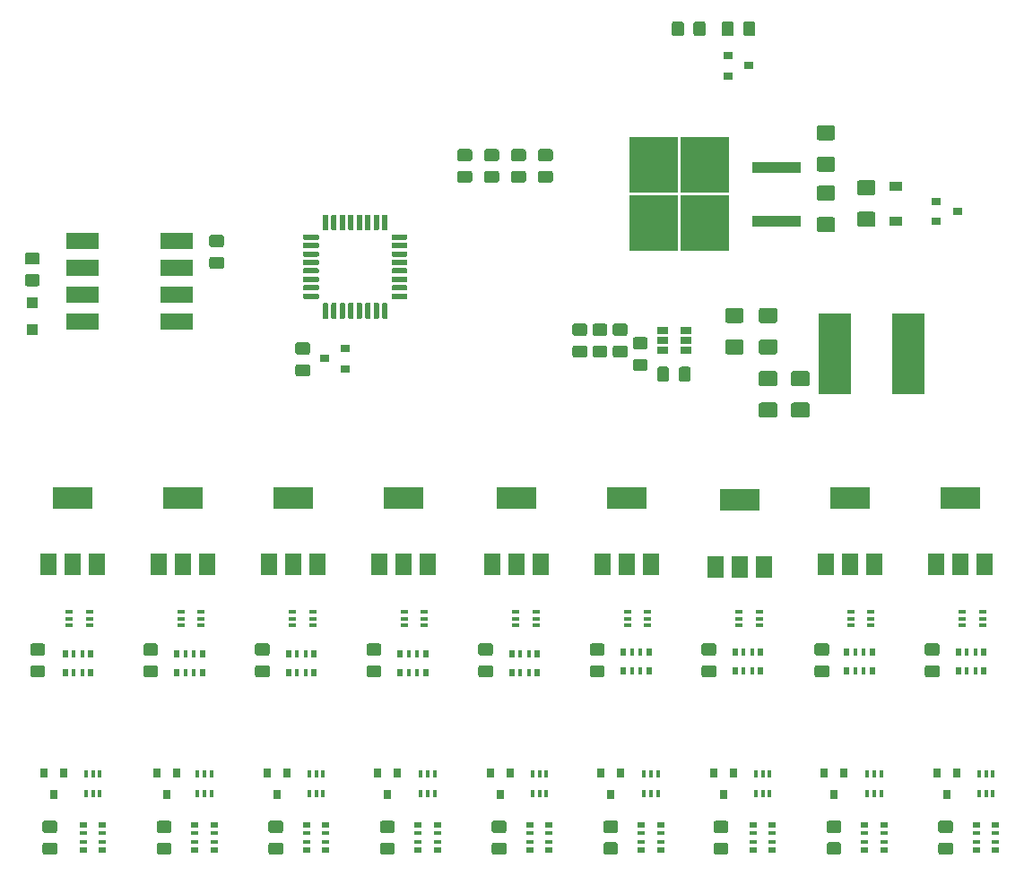
<source format=gbr>
G04 #@! TF.GenerationSoftware,KiCad,Pcbnew,(5.1.5-0-10_14)*
G04 #@! TF.CreationDate,2020-03-02T11:23:44+00:00*
G04 #@! TF.ProjectId,MidiLedController,4d696469-4c65-4644-936f-6e74726f6c6c,C*
G04 #@! TF.SameCoordinates,Original*
G04 #@! TF.FileFunction,Paste,Top*
G04 #@! TF.FilePolarity,Positive*
%FSLAX46Y46*%
G04 Gerber Fmt 4.6, Leading zero omitted, Abs format (unit mm)*
G04 Created by KiCad (PCBNEW (5.1.5-0-10_14)) date 2020-03-02 11:23:44*
%MOMM*%
%LPD*%
G04 APERTURE LIST*
%ADD10R,4.550000X5.250000*%
%ADD11R,4.600000X1.100000*%
%ADD12R,0.800000X0.900000*%
%ADD13R,0.800000X0.500000*%
%ADD14R,0.800000X0.400000*%
%ADD15R,1.500000X2.000000*%
%ADD16R,3.800000X2.000000*%
%ADD17R,0.500000X0.800000*%
%ADD18R,0.400000X0.800000*%
%ADD19C,0.100000*%
%ADD20R,0.400000X0.650000*%
%ADD21R,0.650000X0.400000*%
%ADD22R,1.060000X0.650000*%
%ADD23R,3.100000X7.700000*%
%ADD24R,0.900000X0.800000*%
%ADD25R,1.000000X1.000000*%
%ADD26R,3.100000X1.600000*%
%ADD27R,1.200000X0.900000*%
G04 APERTURE END LIST*
D10*
X161305200Y-59328000D03*
X156455200Y-64878000D03*
X161305200Y-64878000D03*
X156455200Y-59328000D03*
D11*
X168030200Y-59563000D03*
X168030200Y-64643000D03*
D12*
X184150000Y-118856000D03*
X183200000Y-116856000D03*
X185100000Y-116856000D03*
X173482000Y-118856000D03*
X172532000Y-116856000D03*
X174432000Y-116856000D03*
X163068000Y-118856000D03*
X162118000Y-116856000D03*
X164018000Y-116856000D03*
X152400000Y-118856000D03*
X151450000Y-116856000D03*
X153350000Y-116856000D03*
X141986000Y-118856000D03*
X141036000Y-116856000D03*
X142936000Y-116856000D03*
X131318000Y-118856000D03*
X130368000Y-116856000D03*
X132268000Y-116856000D03*
X120904000Y-118856000D03*
X119954000Y-116856000D03*
X121854000Y-116856000D03*
X110490000Y-118856000D03*
X109540000Y-116856000D03*
X111440000Y-116856000D03*
X99822000Y-118856000D03*
X98872000Y-116856000D03*
X100772000Y-116856000D03*
D13*
X186933000Y-121736000D03*
D14*
X186933000Y-122536000D03*
D13*
X186933000Y-124136000D03*
D14*
X186933000Y-123336000D03*
D13*
X188733000Y-121736000D03*
D14*
X188733000Y-123336000D03*
X188733000Y-122536000D03*
D13*
X188733000Y-124136000D03*
X176392000Y-121736000D03*
D14*
X176392000Y-122536000D03*
D13*
X176392000Y-124136000D03*
D14*
X176392000Y-123336000D03*
D13*
X178192000Y-121736000D03*
D14*
X178192000Y-123336000D03*
X178192000Y-122536000D03*
D13*
X178192000Y-124136000D03*
X165851000Y-121736000D03*
D14*
X165851000Y-122536000D03*
D13*
X165851000Y-124136000D03*
D14*
X165851000Y-123336000D03*
D13*
X167651000Y-121736000D03*
D14*
X167651000Y-123336000D03*
X167651000Y-122536000D03*
D13*
X167651000Y-124136000D03*
X155310000Y-121736000D03*
D14*
X155310000Y-122536000D03*
D13*
X155310000Y-124136000D03*
D14*
X155310000Y-123336000D03*
D13*
X157110000Y-121736000D03*
D14*
X157110000Y-123336000D03*
X157110000Y-122536000D03*
D13*
X157110000Y-124136000D03*
X144769000Y-121736000D03*
D14*
X144769000Y-122536000D03*
D13*
X144769000Y-124136000D03*
D14*
X144769000Y-123336000D03*
D13*
X146569000Y-121736000D03*
D14*
X146569000Y-123336000D03*
X146569000Y-122536000D03*
D13*
X146569000Y-124136000D03*
X134228000Y-121736000D03*
D14*
X134228000Y-122536000D03*
D13*
X134228000Y-124136000D03*
D14*
X134228000Y-123336000D03*
D13*
X136028000Y-121736000D03*
D14*
X136028000Y-123336000D03*
X136028000Y-122536000D03*
D13*
X136028000Y-124136000D03*
X123687000Y-121736000D03*
D14*
X123687000Y-122536000D03*
D13*
X123687000Y-124136000D03*
D14*
X123687000Y-123336000D03*
D13*
X125487000Y-121736000D03*
D14*
X125487000Y-123336000D03*
X125487000Y-122536000D03*
D13*
X125487000Y-124136000D03*
X113146000Y-121736000D03*
D14*
X113146000Y-122536000D03*
D13*
X113146000Y-124136000D03*
D14*
X113146000Y-123336000D03*
D13*
X114946000Y-121736000D03*
D14*
X114946000Y-123336000D03*
X114946000Y-122536000D03*
D13*
X114946000Y-124136000D03*
X102605000Y-121736000D03*
D14*
X102605000Y-122536000D03*
D13*
X102605000Y-124136000D03*
D14*
X102605000Y-123336000D03*
D13*
X104405000Y-121736000D03*
D14*
X104405000Y-123336000D03*
X104405000Y-122536000D03*
D13*
X104405000Y-124136000D03*
D15*
X99300000Y-97130000D03*
X103900000Y-97130000D03*
X101600000Y-97130000D03*
D16*
X101600000Y-90830000D03*
D15*
X183120000Y-97130000D03*
X187720000Y-97130000D03*
X185420000Y-97130000D03*
D16*
X185420000Y-90830000D03*
D15*
X172706000Y-97130000D03*
X177306000Y-97130000D03*
X175006000Y-97130000D03*
D16*
X175006000Y-90830000D03*
D15*
X162292000Y-97323000D03*
X166892000Y-97323000D03*
X164592000Y-97323000D03*
D16*
X164592000Y-91023000D03*
D15*
X151624000Y-97130000D03*
X156224000Y-97130000D03*
X153924000Y-97130000D03*
D16*
X153924000Y-90830000D03*
D15*
X141210000Y-97130000D03*
X145810000Y-97130000D03*
X143510000Y-97130000D03*
D16*
X143510000Y-90830000D03*
D15*
X130542000Y-97130000D03*
X135142000Y-97130000D03*
X132842000Y-97130000D03*
D16*
X132842000Y-90830000D03*
D15*
X120128000Y-97130000D03*
X124728000Y-97130000D03*
X122428000Y-97130000D03*
D16*
X122428000Y-90830000D03*
D15*
X109714000Y-97130000D03*
X114314000Y-97130000D03*
X112014000Y-97130000D03*
D16*
X112014000Y-90830000D03*
D17*
X187636000Y-105399000D03*
D18*
X186836000Y-105399000D03*
D17*
X185236000Y-105399000D03*
D18*
X186036000Y-105399000D03*
D17*
X187636000Y-107199000D03*
D18*
X186036000Y-107199000D03*
X186836000Y-107199000D03*
D17*
X185236000Y-107199000D03*
X177095000Y-105399000D03*
D18*
X176295000Y-105399000D03*
D17*
X174695000Y-105399000D03*
D18*
X175495000Y-105399000D03*
D17*
X177095000Y-107199000D03*
D18*
X175495000Y-107199000D03*
X176295000Y-107199000D03*
D17*
X174695000Y-107199000D03*
X166554000Y-105399000D03*
D18*
X165754000Y-105399000D03*
D17*
X164154000Y-105399000D03*
D18*
X164954000Y-105399000D03*
D17*
X166554000Y-107199000D03*
D18*
X164954000Y-107199000D03*
X165754000Y-107199000D03*
D17*
X164154000Y-107199000D03*
X156013000Y-105399000D03*
D18*
X155213000Y-105399000D03*
D17*
X153613000Y-105399000D03*
D18*
X154413000Y-105399000D03*
D17*
X156013000Y-107199000D03*
D18*
X154413000Y-107199000D03*
X155213000Y-107199000D03*
D17*
X153613000Y-107199000D03*
X145472000Y-105526000D03*
D18*
X144672000Y-105526000D03*
D17*
X143072000Y-105526000D03*
D18*
X143872000Y-105526000D03*
D17*
X145472000Y-107326000D03*
D18*
X143872000Y-107326000D03*
X144672000Y-107326000D03*
D17*
X143072000Y-107326000D03*
X134931000Y-105526000D03*
D18*
X134131000Y-105526000D03*
D17*
X132531000Y-105526000D03*
D18*
X133331000Y-105526000D03*
D17*
X134931000Y-107326000D03*
D18*
X133331000Y-107326000D03*
X134131000Y-107326000D03*
D17*
X132531000Y-107326000D03*
X124390000Y-105526000D03*
D18*
X123590000Y-105526000D03*
D17*
X121990000Y-105526000D03*
D18*
X122790000Y-105526000D03*
D17*
X124390000Y-107326000D03*
D18*
X122790000Y-107326000D03*
X123590000Y-107326000D03*
D17*
X121990000Y-107326000D03*
X113849000Y-105526000D03*
D18*
X113049000Y-105526000D03*
D17*
X111449000Y-105526000D03*
D18*
X112249000Y-105526000D03*
D17*
X113849000Y-107326000D03*
D18*
X112249000Y-107326000D03*
X113049000Y-107326000D03*
D17*
X111449000Y-107326000D03*
X103308000Y-105526000D03*
D18*
X102508000Y-105526000D03*
D17*
X100908000Y-105526000D03*
D18*
X101708000Y-105526000D03*
D17*
X103308000Y-107326000D03*
D18*
X101708000Y-107326000D03*
X102508000Y-107326000D03*
D17*
X100908000Y-107326000D03*
D19*
G36*
X183227505Y-106623204D02*
G01*
X183251773Y-106626804D01*
X183275572Y-106632765D01*
X183298671Y-106641030D01*
X183320850Y-106651520D01*
X183341893Y-106664132D01*
X183361599Y-106678747D01*
X183379777Y-106695223D01*
X183396253Y-106713401D01*
X183410868Y-106733107D01*
X183423480Y-106754150D01*
X183433970Y-106776329D01*
X183442235Y-106799428D01*
X183448196Y-106823227D01*
X183451796Y-106847495D01*
X183453000Y-106871999D01*
X183453000Y-107522001D01*
X183451796Y-107546505D01*
X183448196Y-107570773D01*
X183442235Y-107594572D01*
X183433970Y-107617671D01*
X183423480Y-107639850D01*
X183410868Y-107660893D01*
X183396253Y-107680599D01*
X183379777Y-107698777D01*
X183361599Y-107715253D01*
X183341893Y-107729868D01*
X183320850Y-107742480D01*
X183298671Y-107752970D01*
X183275572Y-107761235D01*
X183251773Y-107767196D01*
X183227505Y-107770796D01*
X183203001Y-107772000D01*
X182302999Y-107772000D01*
X182278495Y-107770796D01*
X182254227Y-107767196D01*
X182230428Y-107761235D01*
X182207329Y-107752970D01*
X182185150Y-107742480D01*
X182164107Y-107729868D01*
X182144401Y-107715253D01*
X182126223Y-107698777D01*
X182109747Y-107680599D01*
X182095132Y-107660893D01*
X182082520Y-107639850D01*
X182072030Y-107617671D01*
X182063765Y-107594572D01*
X182057804Y-107570773D01*
X182054204Y-107546505D01*
X182053000Y-107522001D01*
X182053000Y-106871999D01*
X182054204Y-106847495D01*
X182057804Y-106823227D01*
X182063765Y-106799428D01*
X182072030Y-106776329D01*
X182082520Y-106754150D01*
X182095132Y-106733107D01*
X182109747Y-106713401D01*
X182126223Y-106695223D01*
X182144401Y-106678747D01*
X182164107Y-106664132D01*
X182185150Y-106651520D01*
X182207329Y-106641030D01*
X182230428Y-106632765D01*
X182254227Y-106626804D01*
X182278495Y-106623204D01*
X182302999Y-106622000D01*
X183203001Y-106622000D01*
X183227505Y-106623204D01*
G37*
G36*
X183227505Y-104573204D02*
G01*
X183251773Y-104576804D01*
X183275572Y-104582765D01*
X183298671Y-104591030D01*
X183320850Y-104601520D01*
X183341893Y-104614132D01*
X183361599Y-104628747D01*
X183379777Y-104645223D01*
X183396253Y-104663401D01*
X183410868Y-104683107D01*
X183423480Y-104704150D01*
X183433970Y-104726329D01*
X183442235Y-104749428D01*
X183448196Y-104773227D01*
X183451796Y-104797495D01*
X183453000Y-104821999D01*
X183453000Y-105472001D01*
X183451796Y-105496505D01*
X183448196Y-105520773D01*
X183442235Y-105544572D01*
X183433970Y-105567671D01*
X183423480Y-105589850D01*
X183410868Y-105610893D01*
X183396253Y-105630599D01*
X183379777Y-105648777D01*
X183361599Y-105665253D01*
X183341893Y-105679868D01*
X183320850Y-105692480D01*
X183298671Y-105702970D01*
X183275572Y-105711235D01*
X183251773Y-105717196D01*
X183227505Y-105720796D01*
X183203001Y-105722000D01*
X182302999Y-105722000D01*
X182278495Y-105720796D01*
X182254227Y-105717196D01*
X182230428Y-105711235D01*
X182207329Y-105702970D01*
X182185150Y-105692480D01*
X182164107Y-105679868D01*
X182144401Y-105665253D01*
X182126223Y-105648777D01*
X182109747Y-105630599D01*
X182095132Y-105610893D01*
X182082520Y-105589850D01*
X182072030Y-105567671D01*
X182063765Y-105544572D01*
X182057804Y-105520773D01*
X182054204Y-105496505D01*
X182053000Y-105472001D01*
X182053000Y-104821999D01*
X182054204Y-104797495D01*
X182057804Y-104773227D01*
X182063765Y-104749428D01*
X182072030Y-104726329D01*
X182082520Y-104704150D01*
X182095132Y-104683107D01*
X182109747Y-104663401D01*
X182126223Y-104645223D01*
X182144401Y-104628747D01*
X182164107Y-104614132D01*
X182185150Y-104601520D01*
X182207329Y-104591030D01*
X182230428Y-104582765D01*
X182254227Y-104576804D01*
X182278495Y-104573204D01*
X182302999Y-104572000D01*
X183203001Y-104572000D01*
X183227505Y-104573204D01*
G37*
G36*
X184497505Y-123387204D02*
G01*
X184521773Y-123390804D01*
X184545572Y-123396765D01*
X184568671Y-123405030D01*
X184590850Y-123415520D01*
X184611893Y-123428132D01*
X184631599Y-123442747D01*
X184649777Y-123459223D01*
X184666253Y-123477401D01*
X184680868Y-123497107D01*
X184693480Y-123518150D01*
X184703970Y-123540329D01*
X184712235Y-123563428D01*
X184718196Y-123587227D01*
X184721796Y-123611495D01*
X184723000Y-123635999D01*
X184723000Y-124286001D01*
X184721796Y-124310505D01*
X184718196Y-124334773D01*
X184712235Y-124358572D01*
X184703970Y-124381671D01*
X184693480Y-124403850D01*
X184680868Y-124424893D01*
X184666253Y-124444599D01*
X184649777Y-124462777D01*
X184631599Y-124479253D01*
X184611893Y-124493868D01*
X184590850Y-124506480D01*
X184568671Y-124516970D01*
X184545572Y-124525235D01*
X184521773Y-124531196D01*
X184497505Y-124534796D01*
X184473001Y-124536000D01*
X183572999Y-124536000D01*
X183548495Y-124534796D01*
X183524227Y-124531196D01*
X183500428Y-124525235D01*
X183477329Y-124516970D01*
X183455150Y-124506480D01*
X183434107Y-124493868D01*
X183414401Y-124479253D01*
X183396223Y-124462777D01*
X183379747Y-124444599D01*
X183365132Y-124424893D01*
X183352520Y-124403850D01*
X183342030Y-124381671D01*
X183333765Y-124358572D01*
X183327804Y-124334773D01*
X183324204Y-124310505D01*
X183323000Y-124286001D01*
X183323000Y-123635999D01*
X183324204Y-123611495D01*
X183327804Y-123587227D01*
X183333765Y-123563428D01*
X183342030Y-123540329D01*
X183352520Y-123518150D01*
X183365132Y-123497107D01*
X183379747Y-123477401D01*
X183396223Y-123459223D01*
X183414401Y-123442747D01*
X183434107Y-123428132D01*
X183455150Y-123415520D01*
X183477329Y-123405030D01*
X183500428Y-123396765D01*
X183524227Y-123390804D01*
X183548495Y-123387204D01*
X183572999Y-123386000D01*
X184473001Y-123386000D01*
X184497505Y-123387204D01*
G37*
G36*
X184497505Y-121337204D02*
G01*
X184521773Y-121340804D01*
X184545572Y-121346765D01*
X184568671Y-121355030D01*
X184590850Y-121365520D01*
X184611893Y-121378132D01*
X184631599Y-121392747D01*
X184649777Y-121409223D01*
X184666253Y-121427401D01*
X184680868Y-121447107D01*
X184693480Y-121468150D01*
X184703970Y-121490329D01*
X184712235Y-121513428D01*
X184718196Y-121537227D01*
X184721796Y-121561495D01*
X184723000Y-121585999D01*
X184723000Y-122236001D01*
X184721796Y-122260505D01*
X184718196Y-122284773D01*
X184712235Y-122308572D01*
X184703970Y-122331671D01*
X184693480Y-122353850D01*
X184680868Y-122374893D01*
X184666253Y-122394599D01*
X184649777Y-122412777D01*
X184631599Y-122429253D01*
X184611893Y-122443868D01*
X184590850Y-122456480D01*
X184568671Y-122466970D01*
X184545572Y-122475235D01*
X184521773Y-122481196D01*
X184497505Y-122484796D01*
X184473001Y-122486000D01*
X183572999Y-122486000D01*
X183548495Y-122484796D01*
X183524227Y-122481196D01*
X183500428Y-122475235D01*
X183477329Y-122466970D01*
X183455150Y-122456480D01*
X183434107Y-122443868D01*
X183414401Y-122429253D01*
X183396223Y-122412777D01*
X183379747Y-122394599D01*
X183365132Y-122374893D01*
X183352520Y-122353850D01*
X183342030Y-122331671D01*
X183333765Y-122308572D01*
X183327804Y-122284773D01*
X183324204Y-122260505D01*
X183323000Y-122236001D01*
X183323000Y-121585999D01*
X183324204Y-121561495D01*
X183327804Y-121537227D01*
X183333765Y-121513428D01*
X183342030Y-121490329D01*
X183352520Y-121468150D01*
X183365132Y-121447107D01*
X183379747Y-121427401D01*
X183396223Y-121409223D01*
X183414401Y-121392747D01*
X183434107Y-121378132D01*
X183455150Y-121365520D01*
X183477329Y-121355030D01*
X183500428Y-121346765D01*
X183524227Y-121340804D01*
X183548495Y-121337204D01*
X183572999Y-121336000D01*
X184473001Y-121336000D01*
X184497505Y-121337204D01*
G37*
G36*
X172813505Y-104573204D02*
G01*
X172837773Y-104576804D01*
X172861572Y-104582765D01*
X172884671Y-104591030D01*
X172906850Y-104601520D01*
X172927893Y-104614132D01*
X172947599Y-104628747D01*
X172965777Y-104645223D01*
X172982253Y-104663401D01*
X172996868Y-104683107D01*
X173009480Y-104704150D01*
X173019970Y-104726329D01*
X173028235Y-104749428D01*
X173034196Y-104773227D01*
X173037796Y-104797495D01*
X173039000Y-104821999D01*
X173039000Y-105472001D01*
X173037796Y-105496505D01*
X173034196Y-105520773D01*
X173028235Y-105544572D01*
X173019970Y-105567671D01*
X173009480Y-105589850D01*
X172996868Y-105610893D01*
X172982253Y-105630599D01*
X172965777Y-105648777D01*
X172947599Y-105665253D01*
X172927893Y-105679868D01*
X172906850Y-105692480D01*
X172884671Y-105702970D01*
X172861572Y-105711235D01*
X172837773Y-105717196D01*
X172813505Y-105720796D01*
X172789001Y-105722000D01*
X171888999Y-105722000D01*
X171864495Y-105720796D01*
X171840227Y-105717196D01*
X171816428Y-105711235D01*
X171793329Y-105702970D01*
X171771150Y-105692480D01*
X171750107Y-105679868D01*
X171730401Y-105665253D01*
X171712223Y-105648777D01*
X171695747Y-105630599D01*
X171681132Y-105610893D01*
X171668520Y-105589850D01*
X171658030Y-105567671D01*
X171649765Y-105544572D01*
X171643804Y-105520773D01*
X171640204Y-105496505D01*
X171639000Y-105472001D01*
X171639000Y-104821999D01*
X171640204Y-104797495D01*
X171643804Y-104773227D01*
X171649765Y-104749428D01*
X171658030Y-104726329D01*
X171668520Y-104704150D01*
X171681132Y-104683107D01*
X171695747Y-104663401D01*
X171712223Y-104645223D01*
X171730401Y-104628747D01*
X171750107Y-104614132D01*
X171771150Y-104601520D01*
X171793329Y-104591030D01*
X171816428Y-104582765D01*
X171840227Y-104576804D01*
X171864495Y-104573204D01*
X171888999Y-104572000D01*
X172789001Y-104572000D01*
X172813505Y-104573204D01*
G37*
G36*
X172813505Y-106623204D02*
G01*
X172837773Y-106626804D01*
X172861572Y-106632765D01*
X172884671Y-106641030D01*
X172906850Y-106651520D01*
X172927893Y-106664132D01*
X172947599Y-106678747D01*
X172965777Y-106695223D01*
X172982253Y-106713401D01*
X172996868Y-106733107D01*
X173009480Y-106754150D01*
X173019970Y-106776329D01*
X173028235Y-106799428D01*
X173034196Y-106823227D01*
X173037796Y-106847495D01*
X173039000Y-106871999D01*
X173039000Y-107522001D01*
X173037796Y-107546505D01*
X173034196Y-107570773D01*
X173028235Y-107594572D01*
X173019970Y-107617671D01*
X173009480Y-107639850D01*
X172996868Y-107660893D01*
X172982253Y-107680599D01*
X172965777Y-107698777D01*
X172947599Y-107715253D01*
X172927893Y-107729868D01*
X172906850Y-107742480D01*
X172884671Y-107752970D01*
X172861572Y-107761235D01*
X172837773Y-107767196D01*
X172813505Y-107770796D01*
X172789001Y-107772000D01*
X171888999Y-107772000D01*
X171864495Y-107770796D01*
X171840227Y-107767196D01*
X171816428Y-107761235D01*
X171793329Y-107752970D01*
X171771150Y-107742480D01*
X171750107Y-107729868D01*
X171730401Y-107715253D01*
X171712223Y-107698777D01*
X171695747Y-107680599D01*
X171681132Y-107660893D01*
X171668520Y-107639850D01*
X171658030Y-107617671D01*
X171649765Y-107594572D01*
X171643804Y-107570773D01*
X171640204Y-107546505D01*
X171639000Y-107522001D01*
X171639000Y-106871999D01*
X171640204Y-106847495D01*
X171643804Y-106823227D01*
X171649765Y-106799428D01*
X171658030Y-106776329D01*
X171668520Y-106754150D01*
X171681132Y-106733107D01*
X171695747Y-106713401D01*
X171712223Y-106695223D01*
X171730401Y-106678747D01*
X171750107Y-106664132D01*
X171771150Y-106651520D01*
X171793329Y-106641030D01*
X171816428Y-106632765D01*
X171840227Y-106626804D01*
X171864495Y-106623204D01*
X171888999Y-106622000D01*
X172789001Y-106622000D01*
X172813505Y-106623204D01*
G37*
G36*
X173956505Y-123378204D02*
G01*
X173980773Y-123381804D01*
X174004572Y-123387765D01*
X174027671Y-123396030D01*
X174049850Y-123406520D01*
X174070893Y-123419132D01*
X174090599Y-123433747D01*
X174108777Y-123450223D01*
X174125253Y-123468401D01*
X174139868Y-123488107D01*
X174152480Y-123509150D01*
X174162970Y-123531329D01*
X174171235Y-123554428D01*
X174177196Y-123578227D01*
X174180796Y-123602495D01*
X174182000Y-123626999D01*
X174182000Y-124277001D01*
X174180796Y-124301505D01*
X174177196Y-124325773D01*
X174171235Y-124349572D01*
X174162970Y-124372671D01*
X174152480Y-124394850D01*
X174139868Y-124415893D01*
X174125253Y-124435599D01*
X174108777Y-124453777D01*
X174090599Y-124470253D01*
X174070893Y-124484868D01*
X174049850Y-124497480D01*
X174027671Y-124507970D01*
X174004572Y-124516235D01*
X173980773Y-124522196D01*
X173956505Y-124525796D01*
X173932001Y-124527000D01*
X173031999Y-124527000D01*
X173007495Y-124525796D01*
X172983227Y-124522196D01*
X172959428Y-124516235D01*
X172936329Y-124507970D01*
X172914150Y-124497480D01*
X172893107Y-124484868D01*
X172873401Y-124470253D01*
X172855223Y-124453777D01*
X172838747Y-124435599D01*
X172824132Y-124415893D01*
X172811520Y-124394850D01*
X172801030Y-124372671D01*
X172792765Y-124349572D01*
X172786804Y-124325773D01*
X172783204Y-124301505D01*
X172782000Y-124277001D01*
X172782000Y-123626999D01*
X172783204Y-123602495D01*
X172786804Y-123578227D01*
X172792765Y-123554428D01*
X172801030Y-123531329D01*
X172811520Y-123509150D01*
X172824132Y-123488107D01*
X172838747Y-123468401D01*
X172855223Y-123450223D01*
X172873401Y-123433747D01*
X172893107Y-123419132D01*
X172914150Y-123406520D01*
X172936329Y-123396030D01*
X172959428Y-123387765D01*
X172983227Y-123381804D01*
X173007495Y-123378204D01*
X173031999Y-123377000D01*
X173932001Y-123377000D01*
X173956505Y-123378204D01*
G37*
G36*
X173956505Y-121328204D02*
G01*
X173980773Y-121331804D01*
X174004572Y-121337765D01*
X174027671Y-121346030D01*
X174049850Y-121356520D01*
X174070893Y-121369132D01*
X174090599Y-121383747D01*
X174108777Y-121400223D01*
X174125253Y-121418401D01*
X174139868Y-121438107D01*
X174152480Y-121459150D01*
X174162970Y-121481329D01*
X174171235Y-121504428D01*
X174177196Y-121528227D01*
X174180796Y-121552495D01*
X174182000Y-121576999D01*
X174182000Y-122227001D01*
X174180796Y-122251505D01*
X174177196Y-122275773D01*
X174171235Y-122299572D01*
X174162970Y-122322671D01*
X174152480Y-122344850D01*
X174139868Y-122365893D01*
X174125253Y-122385599D01*
X174108777Y-122403777D01*
X174090599Y-122420253D01*
X174070893Y-122434868D01*
X174049850Y-122447480D01*
X174027671Y-122457970D01*
X174004572Y-122466235D01*
X173980773Y-122472196D01*
X173956505Y-122475796D01*
X173932001Y-122477000D01*
X173031999Y-122477000D01*
X173007495Y-122475796D01*
X172983227Y-122472196D01*
X172959428Y-122466235D01*
X172936329Y-122457970D01*
X172914150Y-122447480D01*
X172893107Y-122434868D01*
X172873401Y-122420253D01*
X172855223Y-122403777D01*
X172838747Y-122385599D01*
X172824132Y-122365893D01*
X172811520Y-122344850D01*
X172801030Y-122322671D01*
X172792765Y-122299572D01*
X172786804Y-122275773D01*
X172783204Y-122251505D01*
X172782000Y-122227001D01*
X172782000Y-121576999D01*
X172783204Y-121552495D01*
X172786804Y-121528227D01*
X172792765Y-121504428D01*
X172801030Y-121481329D01*
X172811520Y-121459150D01*
X172824132Y-121438107D01*
X172838747Y-121418401D01*
X172855223Y-121400223D01*
X172873401Y-121383747D01*
X172893107Y-121369132D01*
X172914150Y-121356520D01*
X172936329Y-121346030D01*
X172959428Y-121337765D01*
X172983227Y-121331804D01*
X173007495Y-121328204D01*
X173031999Y-121327000D01*
X173932001Y-121327000D01*
X173956505Y-121328204D01*
G37*
G36*
X162145505Y-104573204D02*
G01*
X162169773Y-104576804D01*
X162193572Y-104582765D01*
X162216671Y-104591030D01*
X162238850Y-104601520D01*
X162259893Y-104614132D01*
X162279599Y-104628747D01*
X162297777Y-104645223D01*
X162314253Y-104663401D01*
X162328868Y-104683107D01*
X162341480Y-104704150D01*
X162351970Y-104726329D01*
X162360235Y-104749428D01*
X162366196Y-104773227D01*
X162369796Y-104797495D01*
X162371000Y-104821999D01*
X162371000Y-105472001D01*
X162369796Y-105496505D01*
X162366196Y-105520773D01*
X162360235Y-105544572D01*
X162351970Y-105567671D01*
X162341480Y-105589850D01*
X162328868Y-105610893D01*
X162314253Y-105630599D01*
X162297777Y-105648777D01*
X162279599Y-105665253D01*
X162259893Y-105679868D01*
X162238850Y-105692480D01*
X162216671Y-105702970D01*
X162193572Y-105711235D01*
X162169773Y-105717196D01*
X162145505Y-105720796D01*
X162121001Y-105722000D01*
X161220999Y-105722000D01*
X161196495Y-105720796D01*
X161172227Y-105717196D01*
X161148428Y-105711235D01*
X161125329Y-105702970D01*
X161103150Y-105692480D01*
X161082107Y-105679868D01*
X161062401Y-105665253D01*
X161044223Y-105648777D01*
X161027747Y-105630599D01*
X161013132Y-105610893D01*
X161000520Y-105589850D01*
X160990030Y-105567671D01*
X160981765Y-105544572D01*
X160975804Y-105520773D01*
X160972204Y-105496505D01*
X160971000Y-105472001D01*
X160971000Y-104821999D01*
X160972204Y-104797495D01*
X160975804Y-104773227D01*
X160981765Y-104749428D01*
X160990030Y-104726329D01*
X161000520Y-104704150D01*
X161013132Y-104683107D01*
X161027747Y-104663401D01*
X161044223Y-104645223D01*
X161062401Y-104628747D01*
X161082107Y-104614132D01*
X161103150Y-104601520D01*
X161125329Y-104591030D01*
X161148428Y-104582765D01*
X161172227Y-104576804D01*
X161196495Y-104573204D01*
X161220999Y-104572000D01*
X162121001Y-104572000D01*
X162145505Y-104573204D01*
G37*
G36*
X162145505Y-106623204D02*
G01*
X162169773Y-106626804D01*
X162193572Y-106632765D01*
X162216671Y-106641030D01*
X162238850Y-106651520D01*
X162259893Y-106664132D01*
X162279599Y-106678747D01*
X162297777Y-106695223D01*
X162314253Y-106713401D01*
X162328868Y-106733107D01*
X162341480Y-106754150D01*
X162351970Y-106776329D01*
X162360235Y-106799428D01*
X162366196Y-106823227D01*
X162369796Y-106847495D01*
X162371000Y-106871999D01*
X162371000Y-107522001D01*
X162369796Y-107546505D01*
X162366196Y-107570773D01*
X162360235Y-107594572D01*
X162351970Y-107617671D01*
X162341480Y-107639850D01*
X162328868Y-107660893D01*
X162314253Y-107680599D01*
X162297777Y-107698777D01*
X162279599Y-107715253D01*
X162259893Y-107729868D01*
X162238850Y-107742480D01*
X162216671Y-107752970D01*
X162193572Y-107761235D01*
X162169773Y-107767196D01*
X162145505Y-107770796D01*
X162121001Y-107772000D01*
X161220999Y-107772000D01*
X161196495Y-107770796D01*
X161172227Y-107767196D01*
X161148428Y-107761235D01*
X161125329Y-107752970D01*
X161103150Y-107742480D01*
X161082107Y-107729868D01*
X161062401Y-107715253D01*
X161044223Y-107698777D01*
X161027747Y-107680599D01*
X161013132Y-107660893D01*
X161000520Y-107639850D01*
X160990030Y-107617671D01*
X160981765Y-107594572D01*
X160975804Y-107570773D01*
X160972204Y-107546505D01*
X160971000Y-107522001D01*
X160971000Y-106871999D01*
X160972204Y-106847495D01*
X160975804Y-106823227D01*
X160981765Y-106799428D01*
X160990030Y-106776329D01*
X161000520Y-106754150D01*
X161013132Y-106733107D01*
X161027747Y-106713401D01*
X161044223Y-106695223D01*
X161062401Y-106678747D01*
X161082107Y-106664132D01*
X161103150Y-106651520D01*
X161125329Y-106641030D01*
X161148428Y-106632765D01*
X161172227Y-106626804D01*
X161196495Y-106623204D01*
X161220999Y-106622000D01*
X162121001Y-106622000D01*
X162145505Y-106623204D01*
G37*
G36*
X163288505Y-123387204D02*
G01*
X163312773Y-123390804D01*
X163336572Y-123396765D01*
X163359671Y-123405030D01*
X163381850Y-123415520D01*
X163402893Y-123428132D01*
X163422599Y-123442747D01*
X163440777Y-123459223D01*
X163457253Y-123477401D01*
X163471868Y-123497107D01*
X163484480Y-123518150D01*
X163494970Y-123540329D01*
X163503235Y-123563428D01*
X163509196Y-123587227D01*
X163512796Y-123611495D01*
X163514000Y-123635999D01*
X163514000Y-124286001D01*
X163512796Y-124310505D01*
X163509196Y-124334773D01*
X163503235Y-124358572D01*
X163494970Y-124381671D01*
X163484480Y-124403850D01*
X163471868Y-124424893D01*
X163457253Y-124444599D01*
X163440777Y-124462777D01*
X163422599Y-124479253D01*
X163402893Y-124493868D01*
X163381850Y-124506480D01*
X163359671Y-124516970D01*
X163336572Y-124525235D01*
X163312773Y-124531196D01*
X163288505Y-124534796D01*
X163264001Y-124536000D01*
X162363999Y-124536000D01*
X162339495Y-124534796D01*
X162315227Y-124531196D01*
X162291428Y-124525235D01*
X162268329Y-124516970D01*
X162246150Y-124506480D01*
X162225107Y-124493868D01*
X162205401Y-124479253D01*
X162187223Y-124462777D01*
X162170747Y-124444599D01*
X162156132Y-124424893D01*
X162143520Y-124403850D01*
X162133030Y-124381671D01*
X162124765Y-124358572D01*
X162118804Y-124334773D01*
X162115204Y-124310505D01*
X162114000Y-124286001D01*
X162114000Y-123635999D01*
X162115204Y-123611495D01*
X162118804Y-123587227D01*
X162124765Y-123563428D01*
X162133030Y-123540329D01*
X162143520Y-123518150D01*
X162156132Y-123497107D01*
X162170747Y-123477401D01*
X162187223Y-123459223D01*
X162205401Y-123442747D01*
X162225107Y-123428132D01*
X162246150Y-123415520D01*
X162268329Y-123405030D01*
X162291428Y-123396765D01*
X162315227Y-123390804D01*
X162339495Y-123387204D01*
X162363999Y-123386000D01*
X163264001Y-123386000D01*
X163288505Y-123387204D01*
G37*
G36*
X163288505Y-121337204D02*
G01*
X163312773Y-121340804D01*
X163336572Y-121346765D01*
X163359671Y-121355030D01*
X163381850Y-121365520D01*
X163402893Y-121378132D01*
X163422599Y-121392747D01*
X163440777Y-121409223D01*
X163457253Y-121427401D01*
X163471868Y-121447107D01*
X163484480Y-121468150D01*
X163494970Y-121490329D01*
X163503235Y-121513428D01*
X163509196Y-121537227D01*
X163512796Y-121561495D01*
X163514000Y-121585999D01*
X163514000Y-122236001D01*
X163512796Y-122260505D01*
X163509196Y-122284773D01*
X163503235Y-122308572D01*
X163494970Y-122331671D01*
X163484480Y-122353850D01*
X163471868Y-122374893D01*
X163457253Y-122394599D01*
X163440777Y-122412777D01*
X163422599Y-122429253D01*
X163402893Y-122443868D01*
X163381850Y-122456480D01*
X163359671Y-122466970D01*
X163336572Y-122475235D01*
X163312773Y-122481196D01*
X163288505Y-122484796D01*
X163264001Y-122486000D01*
X162363999Y-122486000D01*
X162339495Y-122484796D01*
X162315227Y-122481196D01*
X162291428Y-122475235D01*
X162268329Y-122466970D01*
X162246150Y-122456480D01*
X162225107Y-122443868D01*
X162205401Y-122429253D01*
X162187223Y-122412777D01*
X162170747Y-122394599D01*
X162156132Y-122374893D01*
X162143520Y-122353850D01*
X162133030Y-122331671D01*
X162124765Y-122308572D01*
X162118804Y-122284773D01*
X162115204Y-122260505D01*
X162114000Y-122236001D01*
X162114000Y-121585999D01*
X162115204Y-121561495D01*
X162118804Y-121537227D01*
X162124765Y-121513428D01*
X162133030Y-121490329D01*
X162143520Y-121468150D01*
X162156132Y-121447107D01*
X162170747Y-121427401D01*
X162187223Y-121409223D01*
X162205401Y-121392747D01*
X162225107Y-121378132D01*
X162246150Y-121365520D01*
X162268329Y-121355030D01*
X162291428Y-121346765D01*
X162315227Y-121340804D01*
X162339495Y-121337204D01*
X162363999Y-121336000D01*
X163264001Y-121336000D01*
X163288505Y-121337204D01*
G37*
G36*
X151604505Y-104573204D02*
G01*
X151628773Y-104576804D01*
X151652572Y-104582765D01*
X151675671Y-104591030D01*
X151697850Y-104601520D01*
X151718893Y-104614132D01*
X151738599Y-104628747D01*
X151756777Y-104645223D01*
X151773253Y-104663401D01*
X151787868Y-104683107D01*
X151800480Y-104704150D01*
X151810970Y-104726329D01*
X151819235Y-104749428D01*
X151825196Y-104773227D01*
X151828796Y-104797495D01*
X151830000Y-104821999D01*
X151830000Y-105472001D01*
X151828796Y-105496505D01*
X151825196Y-105520773D01*
X151819235Y-105544572D01*
X151810970Y-105567671D01*
X151800480Y-105589850D01*
X151787868Y-105610893D01*
X151773253Y-105630599D01*
X151756777Y-105648777D01*
X151738599Y-105665253D01*
X151718893Y-105679868D01*
X151697850Y-105692480D01*
X151675671Y-105702970D01*
X151652572Y-105711235D01*
X151628773Y-105717196D01*
X151604505Y-105720796D01*
X151580001Y-105722000D01*
X150679999Y-105722000D01*
X150655495Y-105720796D01*
X150631227Y-105717196D01*
X150607428Y-105711235D01*
X150584329Y-105702970D01*
X150562150Y-105692480D01*
X150541107Y-105679868D01*
X150521401Y-105665253D01*
X150503223Y-105648777D01*
X150486747Y-105630599D01*
X150472132Y-105610893D01*
X150459520Y-105589850D01*
X150449030Y-105567671D01*
X150440765Y-105544572D01*
X150434804Y-105520773D01*
X150431204Y-105496505D01*
X150430000Y-105472001D01*
X150430000Y-104821999D01*
X150431204Y-104797495D01*
X150434804Y-104773227D01*
X150440765Y-104749428D01*
X150449030Y-104726329D01*
X150459520Y-104704150D01*
X150472132Y-104683107D01*
X150486747Y-104663401D01*
X150503223Y-104645223D01*
X150521401Y-104628747D01*
X150541107Y-104614132D01*
X150562150Y-104601520D01*
X150584329Y-104591030D01*
X150607428Y-104582765D01*
X150631227Y-104576804D01*
X150655495Y-104573204D01*
X150679999Y-104572000D01*
X151580001Y-104572000D01*
X151604505Y-104573204D01*
G37*
G36*
X151604505Y-106623204D02*
G01*
X151628773Y-106626804D01*
X151652572Y-106632765D01*
X151675671Y-106641030D01*
X151697850Y-106651520D01*
X151718893Y-106664132D01*
X151738599Y-106678747D01*
X151756777Y-106695223D01*
X151773253Y-106713401D01*
X151787868Y-106733107D01*
X151800480Y-106754150D01*
X151810970Y-106776329D01*
X151819235Y-106799428D01*
X151825196Y-106823227D01*
X151828796Y-106847495D01*
X151830000Y-106871999D01*
X151830000Y-107522001D01*
X151828796Y-107546505D01*
X151825196Y-107570773D01*
X151819235Y-107594572D01*
X151810970Y-107617671D01*
X151800480Y-107639850D01*
X151787868Y-107660893D01*
X151773253Y-107680599D01*
X151756777Y-107698777D01*
X151738599Y-107715253D01*
X151718893Y-107729868D01*
X151697850Y-107742480D01*
X151675671Y-107752970D01*
X151652572Y-107761235D01*
X151628773Y-107767196D01*
X151604505Y-107770796D01*
X151580001Y-107772000D01*
X150679999Y-107772000D01*
X150655495Y-107770796D01*
X150631227Y-107767196D01*
X150607428Y-107761235D01*
X150584329Y-107752970D01*
X150562150Y-107742480D01*
X150541107Y-107729868D01*
X150521401Y-107715253D01*
X150503223Y-107698777D01*
X150486747Y-107680599D01*
X150472132Y-107660893D01*
X150459520Y-107639850D01*
X150449030Y-107617671D01*
X150440765Y-107594572D01*
X150434804Y-107570773D01*
X150431204Y-107546505D01*
X150430000Y-107522001D01*
X150430000Y-106871999D01*
X150431204Y-106847495D01*
X150434804Y-106823227D01*
X150440765Y-106799428D01*
X150449030Y-106776329D01*
X150459520Y-106754150D01*
X150472132Y-106733107D01*
X150486747Y-106713401D01*
X150503223Y-106695223D01*
X150521401Y-106678747D01*
X150541107Y-106664132D01*
X150562150Y-106651520D01*
X150584329Y-106641030D01*
X150607428Y-106632765D01*
X150631227Y-106626804D01*
X150655495Y-106623204D01*
X150679999Y-106622000D01*
X151580001Y-106622000D01*
X151604505Y-106623204D01*
G37*
G36*
X152874505Y-123378204D02*
G01*
X152898773Y-123381804D01*
X152922572Y-123387765D01*
X152945671Y-123396030D01*
X152967850Y-123406520D01*
X152988893Y-123419132D01*
X153008599Y-123433747D01*
X153026777Y-123450223D01*
X153043253Y-123468401D01*
X153057868Y-123488107D01*
X153070480Y-123509150D01*
X153080970Y-123531329D01*
X153089235Y-123554428D01*
X153095196Y-123578227D01*
X153098796Y-123602495D01*
X153100000Y-123626999D01*
X153100000Y-124277001D01*
X153098796Y-124301505D01*
X153095196Y-124325773D01*
X153089235Y-124349572D01*
X153080970Y-124372671D01*
X153070480Y-124394850D01*
X153057868Y-124415893D01*
X153043253Y-124435599D01*
X153026777Y-124453777D01*
X153008599Y-124470253D01*
X152988893Y-124484868D01*
X152967850Y-124497480D01*
X152945671Y-124507970D01*
X152922572Y-124516235D01*
X152898773Y-124522196D01*
X152874505Y-124525796D01*
X152850001Y-124527000D01*
X151949999Y-124527000D01*
X151925495Y-124525796D01*
X151901227Y-124522196D01*
X151877428Y-124516235D01*
X151854329Y-124507970D01*
X151832150Y-124497480D01*
X151811107Y-124484868D01*
X151791401Y-124470253D01*
X151773223Y-124453777D01*
X151756747Y-124435599D01*
X151742132Y-124415893D01*
X151729520Y-124394850D01*
X151719030Y-124372671D01*
X151710765Y-124349572D01*
X151704804Y-124325773D01*
X151701204Y-124301505D01*
X151700000Y-124277001D01*
X151700000Y-123626999D01*
X151701204Y-123602495D01*
X151704804Y-123578227D01*
X151710765Y-123554428D01*
X151719030Y-123531329D01*
X151729520Y-123509150D01*
X151742132Y-123488107D01*
X151756747Y-123468401D01*
X151773223Y-123450223D01*
X151791401Y-123433747D01*
X151811107Y-123419132D01*
X151832150Y-123406520D01*
X151854329Y-123396030D01*
X151877428Y-123387765D01*
X151901227Y-123381804D01*
X151925495Y-123378204D01*
X151949999Y-123377000D01*
X152850001Y-123377000D01*
X152874505Y-123378204D01*
G37*
G36*
X152874505Y-121328204D02*
G01*
X152898773Y-121331804D01*
X152922572Y-121337765D01*
X152945671Y-121346030D01*
X152967850Y-121356520D01*
X152988893Y-121369132D01*
X153008599Y-121383747D01*
X153026777Y-121400223D01*
X153043253Y-121418401D01*
X153057868Y-121438107D01*
X153070480Y-121459150D01*
X153080970Y-121481329D01*
X153089235Y-121504428D01*
X153095196Y-121528227D01*
X153098796Y-121552495D01*
X153100000Y-121576999D01*
X153100000Y-122227001D01*
X153098796Y-122251505D01*
X153095196Y-122275773D01*
X153089235Y-122299572D01*
X153080970Y-122322671D01*
X153070480Y-122344850D01*
X153057868Y-122365893D01*
X153043253Y-122385599D01*
X153026777Y-122403777D01*
X153008599Y-122420253D01*
X152988893Y-122434868D01*
X152967850Y-122447480D01*
X152945671Y-122457970D01*
X152922572Y-122466235D01*
X152898773Y-122472196D01*
X152874505Y-122475796D01*
X152850001Y-122477000D01*
X151949999Y-122477000D01*
X151925495Y-122475796D01*
X151901227Y-122472196D01*
X151877428Y-122466235D01*
X151854329Y-122457970D01*
X151832150Y-122447480D01*
X151811107Y-122434868D01*
X151791401Y-122420253D01*
X151773223Y-122403777D01*
X151756747Y-122385599D01*
X151742132Y-122365893D01*
X151729520Y-122344850D01*
X151719030Y-122322671D01*
X151710765Y-122299572D01*
X151704804Y-122275773D01*
X151701204Y-122251505D01*
X151700000Y-122227001D01*
X151700000Y-121576999D01*
X151701204Y-121552495D01*
X151704804Y-121528227D01*
X151710765Y-121504428D01*
X151719030Y-121481329D01*
X151729520Y-121459150D01*
X151742132Y-121438107D01*
X151756747Y-121418401D01*
X151773223Y-121400223D01*
X151791401Y-121383747D01*
X151811107Y-121369132D01*
X151832150Y-121356520D01*
X151854329Y-121346030D01*
X151877428Y-121337765D01*
X151901227Y-121331804D01*
X151925495Y-121328204D01*
X151949999Y-121327000D01*
X152850001Y-121327000D01*
X152874505Y-121328204D01*
G37*
G36*
X141063505Y-104573204D02*
G01*
X141087773Y-104576804D01*
X141111572Y-104582765D01*
X141134671Y-104591030D01*
X141156850Y-104601520D01*
X141177893Y-104614132D01*
X141197599Y-104628747D01*
X141215777Y-104645223D01*
X141232253Y-104663401D01*
X141246868Y-104683107D01*
X141259480Y-104704150D01*
X141269970Y-104726329D01*
X141278235Y-104749428D01*
X141284196Y-104773227D01*
X141287796Y-104797495D01*
X141289000Y-104821999D01*
X141289000Y-105472001D01*
X141287796Y-105496505D01*
X141284196Y-105520773D01*
X141278235Y-105544572D01*
X141269970Y-105567671D01*
X141259480Y-105589850D01*
X141246868Y-105610893D01*
X141232253Y-105630599D01*
X141215777Y-105648777D01*
X141197599Y-105665253D01*
X141177893Y-105679868D01*
X141156850Y-105692480D01*
X141134671Y-105702970D01*
X141111572Y-105711235D01*
X141087773Y-105717196D01*
X141063505Y-105720796D01*
X141039001Y-105722000D01*
X140138999Y-105722000D01*
X140114495Y-105720796D01*
X140090227Y-105717196D01*
X140066428Y-105711235D01*
X140043329Y-105702970D01*
X140021150Y-105692480D01*
X140000107Y-105679868D01*
X139980401Y-105665253D01*
X139962223Y-105648777D01*
X139945747Y-105630599D01*
X139931132Y-105610893D01*
X139918520Y-105589850D01*
X139908030Y-105567671D01*
X139899765Y-105544572D01*
X139893804Y-105520773D01*
X139890204Y-105496505D01*
X139889000Y-105472001D01*
X139889000Y-104821999D01*
X139890204Y-104797495D01*
X139893804Y-104773227D01*
X139899765Y-104749428D01*
X139908030Y-104726329D01*
X139918520Y-104704150D01*
X139931132Y-104683107D01*
X139945747Y-104663401D01*
X139962223Y-104645223D01*
X139980401Y-104628747D01*
X140000107Y-104614132D01*
X140021150Y-104601520D01*
X140043329Y-104591030D01*
X140066428Y-104582765D01*
X140090227Y-104576804D01*
X140114495Y-104573204D01*
X140138999Y-104572000D01*
X141039001Y-104572000D01*
X141063505Y-104573204D01*
G37*
G36*
X141063505Y-106623204D02*
G01*
X141087773Y-106626804D01*
X141111572Y-106632765D01*
X141134671Y-106641030D01*
X141156850Y-106651520D01*
X141177893Y-106664132D01*
X141197599Y-106678747D01*
X141215777Y-106695223D01*
X141232253Y-106713401D01*
X141246868Y-106733107D01*
X141259480Y-106754150D01*
X141269970Y-106776329D01*
X141278235Y-106799428D01*
X141284196Y-106823227D01*
X141287796Y-106847495D01*
X141289000Y-106871999D01*
X141289000Y-107522001D01*
X141287796Y-107546505D01*
X141284196Y-107570773D01*
X141278235Y-107594572D01*
X141269970Y-107617671D01*
X141259480Y-107639850D01*
X141246868Y-107660893D01*
X141232253Y-107680599D01*
X141215777Y-107698777D01*
X141197599Y-107715253D01*
X141177893Y-107729868D01*
X141156850Y-107742480D01*
X141134671Y-107752970D01*
X141111572Y-107761235D01*
X141087773Y-107767196D01*
X141063505Y-107770796D01*
X141039001Y-107772000D01*
X140138999Y-107772000D01*
X140114495Y-107770796D01*
X140090227Y-107767196D01*
X140066428Y-107761235D01*
X140043329Y-107752970D01*
X140021150Y-107742480D01*
X140000107Y-107729868D01*
X139980401Y-107715253D01*
X139962223Y-107698777D01*
X139945747Y-107680599D01*
X139931132Y-107660893D01*
X139918520Y-107639850D01*
X139908030Y-107617671D01*
X139899765Y-107594572D01*
X139893804Y-107570773D01*
X139890204Y-107546505D01*
X139889000Y-107522001D01*
X139889000Y-106871999D01*
X139890204Y-106847495D01*
X139893804Y-106823227D01*
X139899765Y-106799428D01*
X139908030Y-106776329D01*
X139918520Y-106754150D01*
X139931132Y-106733107D01*
X139945747Y-106713401D01*
X139962223Y-106695223D01*
X139980401Y-106678747D01*
X140000107Y-106664132D01*
X140021150Y-106651520D01*
X140043329Y-106641030D01*
X140066428Y-106632765D01*
X140090227Y-106626804D01*
X140114495Y-106623204D01*
X140138999Y-106622000D01*
X141039001Y-106622000D01*
X141063505Y-106623204D01*
G37*
G36*
X142333505Y-123387204D02*
G01*
X142357773Y-123390804D01*
X142381572Y-123396765D01*
X142404671Y-123405030D01*
X142426850Y-123415520D01*
X142447893Y-123428132D01*
X142467599Y-123442747D01*
X142485777Y-123459223D01*
X142502253Y-123477401D01*
X142516868Y-123497107D01*
X142529480Y-123518150D01*
X142539970Y-123540329D01*
X142548235Y-123563428D01*
X142554196Y-123587227D01*
X142557796Y-123611495D01*
X142559000Y-123635999D01*
X142559000Y-124286001D01*
X142557796Y-124310505D01*
X142554196Y-124334773D01*
X142548235Y-124358572D01*
X142539970Y-124381671D01*
X142529480Y-124403850D01*
X142516868Y-124424893D01*
X142502253Y-124444599D01*
X142485777Y-124462777D01*
X142467599Y-124479253D01*
X142447893Y-124493868D01*
X142426850Y-124506480D01*
X142404671Y-124516970D01*
X142381572Y-124525235D01*
X142357773Y-124531196D01*
X142333505Y-124534796D01*
X142309001Y-124536000D01*
X141408999Y-124536000D01*
X141384495Y-124534796D01*
X141360227Y-124531196D01*
X141336428Y-124525235D01*
X141313329Y-124516970D01*
X141291150Y-124506480D01*
X141270107Y-124493868D01*
X141250401Y-124479253D01*
X141232223Y-124462777D01*
X141215747Y-124444599D01*
X141201132Y-124424893D01*
X141188520Y-124403850D01*
X141178030Y-124381671D01*
X141169765Y-124358572D01*
X141163804Y-124334773D01*
X141160204Y-124310505D01*
X141159000Y-124286001D01*
X141159000Y-123635999D01*
X141160204Y-123611495D01*
X141163804Y-123587227D01*
X141169765Y-123563428D01*
X141178030Y-123540329D01*
X141188520Y-123518150D01*
X141201132Y-123497107D01*
X141215747Y-123477401D01*
X141232223Y-123459223D01*
X141250401Y-123442747D01*
X141270107Y-123428132D01*
X141291150Y-123415520D01*
X141313329Y-123405030D01*
X141336428Y-123396765D01*
X141360227Y-123390804D01*
X141384495Y-123387204D01*
X141408999Y-123386000D01*
X142309001Y-123386000D01*
X142333505Y-123387204D01*
G37*
G36*
X142333505Y-121337204D02*
G01*
X142357773Y-121340804D01*
X142381572Y-121346765D01*
X142404671Y-121355030D01*
X142426850Y-121365520D01*
X142447893Y-121378132D01*
X142467599Y-121392747D01*
X142485777Y-121409223D01*
X142502253Y-121427401D01*
X142516868Y-121447107D01*
X142529480Y-121468150D01*
X142539970Y-121490329D01*
X142548235Y-121513428D01*
X142554196Y-121537227D01*
X142557796Y-121561495D01*
X142559000Y-121585999D01*
X142559000Y-122236001D01*
X142557796Y-122260505D01*
X142554196Y-122284773D01*
X142548235Y-122308572D01*
X142539970Y-122331671D01*
X142529480Y-122353850D01*
X142516868Y-122374893D01*
X142502253Y-122394599D01*
X142485777Y-122412777D01*
X142467599Y-122429253D01*
X142447893Y-122443868D01*
X142426850Y-122456480D01*
X142404671Y-122466970D01*
X142381572Y-122475235D01*
X142357773Y-122481196D01*
X142333505Y-122484796D01*
X142309001Y-122486000D01*
X141408999Y-122486000D01*
X141384495Y-122484796D01*
X141360227Y-122481196D01*
X141336428Y-122475235D01*
X141313329Y-122466970D01*
X141291150Y-122456480D01*
X141270107Y-122443868D01*
X141250401Y-122429253D01*
X141232223Y-122412777D01*
X141215747Y-122394599D01*
X141201132Y-122374893D01*
X141188520Y-122353850D01*
X141178030Y-122331671D01*
X141169765Y-122308572D01*
X141163804Y-122284773D01*
X141160204Y-122260505D01*
X141159000Y-122236001D01*
X141159000Y-121585999D01*
X141160204Y-121561495D01*
X141163804Y-121537227D01*
X141169765Y-121513428D01*
X141178030Y-121490329D01*
X141188520Y-121468150D01*
X141201132Y-121447107D01*
X141215747Y-121427401D01*
X141232223Y-121409223D01*
X141250401Y-121392747D01*
X141270107Y-121378132D01*
X141291150Y-121365520D01*
X141313329Y-121355030D01*
X141336428Y-121346765D01*
X141360227Y-121340804D01*
X141384495Y-121337204D01*
X141408999Y-121336000D01*
X142309001Y-121336000D01*
X142333505Y-121337204D01*
G37*
G36*
X130522505Y-104573204D02*
G01*
X130546773Y-104576804D01*
X130570572Y-104582765D01*
X130593671Y-104591030D01*
X130615850Y-104601520D01*
X130636893Y-104614132D01*
X130656599Y-104628747D01*
X130674777Y-104645223D01*
X130691253Y-104663401D01*
X130705868Y-104683107D01*
X130718480Y-104704150D01*
X130728970Y-104726329D01*
X130737235Y-104749428D01*
X130743196Y-104773227D01*
X130746796Y-104797495D01*
X130748000Y-104821999D01*
X130748000Y-105472001D01*
X130746796Y-105496505D01*
X130743196Y-105520773D01*
X130737235Y-105544572D01*
X130728970Y-105567671D01*
X130718480Y-105589850D01*
X130705868Y-105610893D01*
X130691253Y-105630599D01*
X130674777Y-105648777D01*
X130656599Y-105665253D01*
X130636893Y-105679868D01*
X130615850Y-105692480D01*
X130593671Y-105702970D01*
X130570572Y-105711235D01*
X130546773Y-105717196D01*
X130522505Y-105720796D01*
X130498001Y-105722000D01*
X129597999Y-105722000D01*
X129573495Y-105720796D01*
X129549227Y-105717196D01*
X129525428Y-105711235D01*
X129502329Y-105702970D01*
X129480150Y-105692480D01*
X129459107Y-105679868D01*
X129439401Y-105665253D01*
X129421223Y-105648777D01*
X129404747Y-105630599D01*
X129390132Y-105610893D01*
X129377520Y-105589850D01*
X129367030Y-105567671D01*
X129358765Y-105544572D01*
X129352804Y-105520773D01*
X129349204Y-105496505D01*
X129348000Y-105472001D01*
X129348000Y-104821999D01*
X129349204Y-104797495D01*
X129352804Y-104773227D01*
X129358765Y-104749428D01*
X129367030Y-104726329D01*
X129377520Y-104704150D01*
X129390132Y-104683107D01*
X129404747Y-104663401D01*
X129421223Y-104645223D01*
X129439401Y-104628747D01*
X129459107Y-104614132D01*
X129480150Y-104601520D01*
X129502329Y-104591030D01*
X129525428Y-104582765D01*
X129549227Y-104576804D01*
X129573495Y-104573204D01*
X129597999Y-104572000D01*
X130498001Y-104572000D01*
X130522505Y-104573204D01*
G37*
G36*
X130522505Y-106623204D02*
G01*
X130546773Y-106626804D01*
X130570572Y-106632765D01*
X130593671Y-106641030D01*
X130615850Y-106651520D01*
X130636893Y-106664132D01*
X130656599Y-106678747D01*
X130674777Y-106695223D01*
X130691253Y-106713401D01*
X130705868Y-106733107D01*
X130718480Y-106754150D01*
X130728970Y-106776329D01*
X130737235Y-106799428D01*
X130743196Y-106823227D01*
X130746796Y-106847495D01*
X130748000Y-106871999D01*
X130748000Y-107522001D01*
X130746796Y-107546505D01*
X130743196Y-107570773D01*
X130737235Y-107594572D01*
X130728970Y-107617671D01*
X130718480Y-107639850D01*
X130705868Y-107660893D01*
X130691253Y-107680599D01*
X130674777Y-107698777D01*
X130656599Y-107715253D01*
X130636893Y-107729868D01*
X130615850Y-107742480D01*
X130593671Y-107752970D01*
X130570572Y-107761235D01*
X130546773Y-107767196D01*
X130522505Y-107770796D01*
X130498001Y-107772000D01*
X129597999Y-107772000D01*
X129573495Y-107770796D01*
X129549227Y-107767196D01*
X129525428Y-107761235D01*
X129502329Y-107752970D01*
X129480150Y-107742480D01*
X129459107Y-107729868D01*
X129439401Y-107715253D01*
X129421223Y-107698777D01*
X129404747Y-107680599D01*
X129390132Y-107660893D01*
X129377520Y-107639850D01*
X129367030Y-107617671D01*
X129358765Y-107594572D01*
X129352804Y-107570773D01*
X129349204Y-107546505D01*
X129348000Y-107522001D01*
X129348000Y-106871999D01*
X129349204Y-106847495D01*
X129352804Y-106823227D01*
X129358765Y-106799428D01*
X129367030Y-106776329D01*
X129377520Y-106754150D01*
X129390132Y-106733107D01*
X129404747Y-106713401D01*
X129421223Y-106695223D01*
X129439401Y-106678747D01*
X129459107Y-106664132D01*
X129480150Y-106651520D01*
X129502329Y-106641030D01*
X129525428Y-106632765D01*
X129549227Y-106626804D01*
X129573495Y-106623204D01*
X129597999Y-106622000D01*
X130498001Y-106622000D01*
X130522505Y-106623204D01*
G37*
G36*
X131792505Y-123387204D02*
G01*
X131816773Y-123390804D01*
X131840572Y-123396765D01*
X131863671Y-123405030D01*
X131885850Y-123415520D01*
X131906893Y-123428132D01*
X131926599Y-123442747D01*
X131944777Y-123459223D01*
X131961253Y-123477401D01*
X131975868Y-123497107D01*
X131988480Y-123518150D01*
X131998970Y-123540329D01*
X132007235Y-123563428D01*
X132013196Y-123587227D01*
X132016796Y-123611495D01*
X132018000Y-123635999D01*
X132018000Y-124286001D01*
X132016796Y-124310505D01*
X132013196Y-124334773D01*
X132007235Y-124358572D01*
X131998970Y-124381671D01*
X131988480Y-124403850D01*
X131975868Y-124424893D01*
X131961253Y-124444599D01*
X131944777Y-124462777D01*
X131926599Y-124479253D01*
X131906893Y-124493868D01*
X131885850Y-124506480D01*
X131863671Y-124516970D01*
X131840572Y-124525235D01*
X131816773Y-124531196D01*
X131792505Y-124534796D01*
X131768001Y-124536000D01*
X130867999Y-124536000D01*
X130843495Y-124534796D01*
X130819227Y-124531196D01*
X130795428Y-124525235D01*
X130772329Y-124516970D01*
X130750150Y-124506480D01*
X130729107Y-124493868D01*
X130709401Y-124479253D01*
X130691223Y-124462777D01*
X130674747Y-124444599D01*
X130660132Y-124424893D01*
X130647520Y-124403850D01*
X130637030Y-124381671D01*
X130628765Y-124358572D01*
X130622804Y-124334773D01*
X130619204Y-124310505D01*
X130618000Y-124286001D01*
X130618000Y-123635999D01*
X130619204Y-123611495D01*
X130622804Y-123587227D01*
X130628765Y-123563428D01*
X130637030Y-123540329D01*
X130647520Y-123518150D01*
X130660132Y-123497107D01*
X130674747Y-123477401D01*
X130691223Y-123459223D01*
X130709401Y-123442747D01*
X130729107Y-123428132D01*
X130750150Y-123415520D01*
X130772329Y-123405030D01*
X130795428Y-123396765D01*
X130819227Y-123390804D01*
X130843495Y-123387204D01*
X130867999Y-123386000D01*
X131768001Y-123386000D01*
X131792505Y-123387204D01*
G37*
G36*
X131792505Y-121337204D02*
G01*
X131816773Y-121340804D01*
X131840572Y-121346765D01*
X131863671Y-121355030D01*
X131885850Y-121365520D01*
X131906893Y-121378132D01*
X131926599Y-121392747D01*
X131944777Y-121409223D01*
X131961253Y-121427401D01*
X131975868Y-121447107D01*
X131988480Y-121468150D01*
X131998970Y-121490329D01*
X132007235Y-121513428D01*
X132013196Y-121537227D01*
X132016796Y-121561495D01*
X132018000Y-121585999D01*
X132018000Y-122236001D01*
X132016796Y-122260505D01*
X132013196Y-122284773D01*
X132007235Y-122308572D01*
X131998970Y-122331671D01*
X131988480Y-122353850D01*
X131975868Y-122374893D01*
X131961253Y-122394599D01*
X131944777Y-122412777D01*
X131926599Y-122429253D01*
X131906893Y-122443868D01*
X131885850Y-122456480D01*
X131863671Y-122466970D01*
X131840572Y-122475235D01*
X131816773Y-122481196D01*
X131792505Y-122484796D01*
X131768001Y-122486000D01*
X130867999Y-122486000D01*
X130843495Y-122484796D01*
X130819227Y-122481196D01*
X130795428Y-122475235D01*
X130772329Y-122466970D01*
X130750150Y-122456480D01*
X130729107Y-122443868D01*
X130709401Y-122429253D01*
X130691223Y-122412777D01*
X130674747Y-122394599D01*
X130660132Y-122374893D01*
X130647520Y-122353850D01*
X130637030Y-122331671D01*
X130628765Y-122308572D01*
X130622804Y-122284773D01*
X130619204Y-122260505D01*
X130618000Y-122236001D01*
X130618000Y-121585999D01*
X130619204Y-121561495D01*
X130622804Y-121537227D01*
X130628765Y-121513428D01*
X130637030Y-121490329D01*
X130647520Y-121468150D01*
X130660132Y-121447107D01*
X130674747Y-121427401D01*
X130691223Y-121409223D01*
X130709401Y-121392747D01*
X130729107Y-121378132D01*
X130750150Y-121365520D01*
X130772329Y-121355030D01*
X130795428Y-121346765D01*
X130819227Y-121340804D01*
X130843495Y-121337204D01*
X130867999Y-121336000D01*
X131768001Y-121336000D01*
X131792505Y-121337204D01*
G37*
G36*
X119981505Y-104573204D02*
G01*
X120005773Y-104576804D01*
X120029572Y-104582765D01*
X120052671Y-104591030D01*
X120074850Y-104601520D01*
X120095893Y-104614132D01*
X120115599Y-104628747D01*
X120133777Y-104645223D01*
X120150253Y-104663401D01*
X120164868Y-104683107D01*
X120177480Y-104704150D01*
X120187970Y-104726329D01*
X120196235Y-104749428D01*
X120202196Y-104773227D01*
X120205796Y-104797495D01*
X120207000Y-104821999D01*
X120207000Y-105472001D01*
X120205796Y-105496505D01*
X120202196Y-105520773D01*
X120196235Y-105544572D01*
X120187970Y-105567671D01*
X120177480Y-105589850D01*
X120164868Y-105610893D01*
X120150253Y-105630599D01*
X120133777Y-105648777D01*
X120115599Y-105665253D01*
X120095893Y-105679868D01*
X120074850Y-105692480D01*
X120052671Y-105702970D01*
X120029572Y-105711235D01*
X120005773Y-105717196D01*
X119981505Y-105720796D01*
X119957001Y-105722000D01*
X119056999Y-105722000D01*
X119032495Y-105720796D01*
X119008227Y-105717196D01*
X118984428Y-105711235D01*
X118961329Y-105702970D01*
X118939150Y-105692480D01*
X118918107Y-105679868D01*
X118898401Y-105665253D01*
X118880223Y-105648777D01*
X118863747Y-105630599D01*
X118849132Y-105610893D01*
X118836520Y-105589850D01*
X118826030Y-105567671D01*
X118817765Y-105544572D01*
X118811804Y-105520773D01*
X118808204Y-105496505D01*
X118807000Y-105472001D01*
X118807000Y-104821999D01*
X118808204Y-104797495D01*
X118811804Y-104773227D01*
X118817765Y-104749428D01*
X118826030Y-104726329D01*
X118836520Y-104704150D01*
X118849132Y-104683107D01*
X118863747Y-104663401D01*
X118880223Y-104645223D01*
X118898401Y-104628747D01*
X118918107Y-104614132D01*
X118939150Y-104601520D01*
X118961329Y-104591030D01*
X118984428Y-104582765D01*
X119008227Y-104576804D01*
X119032495Y-104573204D01*
X119056999Y-104572000D01*
X119957001Y-104572000D01*
X119981505Y-104573204D01*
G37*
G36*
X119981505Y-106623204D02*
G01*
X120005773Y-106626804D01*
X120029572Y-106632765D01*
X120052671Y-106641030D01*
X120074850Y-106651520D01*
X120095893Y-106664132D01*
X120115599Y-106678747D01*
X120133777Y-106695223D01*
X120150253Y-106713401D01*
X120164868Y-106733107D01*
X120177480Y-106754150D01*
X120187970Y-106776329D01*
X120196235Y-106799428D01*
X120202196Y-106823227D01*
X120205796Y-106847495D01*
X120207000Y-106871999D01*
X120207000Y-107522001D01*
X120205796Y-107546505D01*
X120202196Y-107570773D01*
X120196235Y-107594572D01*
X120187970Y-107617671D01*
X120177480Y-107639850D01*
X120164868Y-107660893D01*
X120150253Y-107680599D01*
X120133777Y-107698777D01*
X120115599Y-107715253D01*
X120095893Y-107729868D01*
X120074850Y-107742480D01*
X120052671Y-107752970D01*
X120029572Y-107761235D01*
X120005773Y-107767196D01*
X119981505Y-107770796D01*
X119957001Y-107772000D01*
X119056999Y-107772000D01*
X119032495Y-107770796D01*
X119008227Y-107767196D01*
X118984428Y-107761235D01*
X118961329Y-107752970D01*
X118939150Y-107742480D01*
X118918107Y-107729868D01*
X118898401Y-107715253D01*
X118880223Y-107698777D01*
X118863747Y-107680599D01*
X118849132Y-107660893D01*
X118836520Y-107639850D01*
X118826030Y-107617671D01*
X118817765Y-107594572D01*
X118811804Y-107570773D01*
X118808204Y-107546505D01*
X118807000Y-107522001D01*
X118807000Y-106871999D01*
X118808204Y-106847495D01*
X118811804Y-106823227D01*
X118817765Y-106799428D01*
X118826030Y-106776329D01*
X118836520Y-106754150D01*
X118849132Y-106733107D01*
X118863747Y-106713401D01*
X118880223Y-106695223D01*
X118898401Y-106678747D01*
X118918107Y-106664132D01*
X118939150Y-106651520D01*
X118961329Y-106641030D01*
X118984428Y-106632765D01*
X119008227Y-106626804D01*
X119032495Y-106623204D01*
X119056999Y-106622000D01*
X119957001Y-106622000D01*
X119981505Y-106623204D01*
G37*
G36*
X121251505Y-123387204D02*
G01*
X121275773Y-123390804D01*
X121299572Y-123396765D01*
X121322671Y-123405030D01*
X121344850Y-123415520D01*
X121365893Y-123428132D01*
X121385599Y-123442747D01*
X121403777Y-123459223D01*
X121420253Y-123477401D01*
X121434868Y-123497107D01*
X121447480Y-123518150D01*
X121457970Y-123540329D01*
X121466235Y-123563428D01*
X121472196Y-123587227D01*
X121475796Y-123611495D01*
X121477000Y-123635999D01*
X121477000Y-124286001D01*
X121475796Y-124310505D01*
X121472196Y-124334773D01*
X121466235Y-124358572D01*
X121457970Y-124381671D01*
X121447480Y-124403850D01*
X121434868Y-124424893D01*
X121420253Y-124444599D01*
X121403777Y-124462777D01*
X121385599Y-124479253D01*
X121365893Y-124493868D01*
X121344850Y-124506480D01*
X121322671Y-124516970D01*
X121299572Y-124525235D01*
X121275773Y-124531196D01*
X121251505Y-124534796D01*
X121227001Y-124536000D01*
X120326999Y-124536000D01*
X120302495Y-124534796D01*
X120278227Y-124531196D01*
X120254428Y-124525235D01*
X120231329Y-124516970D01*
X120209150Y-124506480D01*
X120188107Y-124493868D01*
X120168401Y-124479253D01*
X120150223Y-124462777D01*
X120133747Y-124444599D01*
X120119132Y-124424893D01*
X120106520Y-124403850D01*
X120096030Y-124381671D01*
X120087765Y-124358572D01*
X120081804Y-124334773D01*
X120078204Y-124310505D01*
X120077000Y-124286001D01*
X120077000Y-123635999D01*
X120078204Y-123611495D01*
X120081804Y-123587227D01*
X120087765Y-123563428D01*
X120096030Y-123540329D01*
X120106520Y-123518150D01*
X120119132Y-123497107D01*
X120133747Y-123477401D01*
X120150223Y-123459223D01*
X120168401Y-123442747D01*
X120188107Y-123428132D01*
X120209150Y-123415520D01*
X120231329Y-123405030D01*
X120254428Y-123396765D01*
X120278227Y-123390804D01*
X120302495Y-123387204D01*
X120326999Y-123386000D01*
X121227001Y-123386000D01*
X121251505Y-123387204D01*
G37*
G36*
X121251505Y-121337204D02*
G01*
X121275773Y-121340804D01*
X121299572Y-121346765D01*
X121322671Y-121355030D01*
X121344850Y-121365520D01*
X121365893Y-121378132D01*
X121385599Y-121392747D01*
X121403777Y-121409223D01*
X121420253Y-121427401D01*
X121434868Y-121447107D01*
X121447480Y-121468150D01*
X121457970Y-121490329D01*
X121466235Y-121513428D01*
X121472196Y-121537227D01*
X121475796Y-121561495D01*
X121477000Y-121585999D01*
X121477000Y-122236001D01*
X121475796Y-122260505D01*
X121472196Y-122284773D01*
X121466235Y-122308572D01*
X121457970Y-122331671D01*
X121447480Y-122353850D01*
X121434868Y-122374893D01*
X121420253Y-122394599D01*
X121403777Y-122412777D01*
X121385599Y-122429253D01*
X121365893Y-122443868D01*
X121344850Y-122456480D01*
X121322671Y-122466970D01*
X121299572Y-122475235D01*
X121275773Y-122481196D01*
X121251505Y-122484796D01*
X121227001Y-122486000D01*
X120326999Y-122486000D01*
X120302495Y-122484796D01*
X120278227Y-122481196D01*
X120254428Y-122475235D01*
X120231329Y-122466970D01*
X120209150Y-122456480D01*
X120188107Y-122443868D01*
X120168401Y-122429253D01*
X120150223Y-122412777D01*
X120133747Y-122394599D01*
X120119132Y-122374893D01*
X120106520Y-122353850D01*
X120096030Y-122331671D01*
X120087765Y-122308572D01*
X120081804Y-122284773D01*
X120078204Y-122260505D01*
X120077000Y-122236001D01*
X120077000Y-121585999D01*
X120078204Y-121561495D01*
X120081804Y-121537227D01*
X120087765Y-121513428D01*
X120096030Y-121490329D01*
X120106520Y-121468150D01*
X120119132Y-121447107D01*
X120133747Y-121427401D01*
X120150223Y-121409223D01*
X120168401Y-121392747D01*
X120188107Y-121378132D01*
X120209150Y-121365520D01*
X120231329Y-121355030D01*
X120254428Y-121346765D01*
X120278227Y-121340804D01*
X120302495Y-121337204D01*
X120326999Y-121336000D01*
X121227001Y-121336000D01*
X121251505Y-121337204D01*
G37*
G36*
X109440505Y-104582204D02*
G01*
X109464773Y-104585804D01*
X109488572Y-104591765D01*
X109511671Y-104600030D01*
X109533850Y-104610520D01*
X109554893Y-104623132D01*
X109574599Y-104637747D01*
X109592777Y-104654223D01*
X109609253Y-104672401D01*
X109623868Y-104692107D01*
X109636480Y-104713150D01*
X109646970Y-104735329D01*
X109655235Y-104758428D01*
X109661196Y-104782227D01*
X109664796Y-104806495D01*
X109666000Y-104830999D01*
X109666000Y-105481001D01*
X109664796Y-105505505D01*
X109661196Y-105529773D01*
X109655235Y-105553572D01*
X109646970Y-105576671D01*
X109636480Y-105598850D01*
X109623868Y-105619893D01*
X109609253Y-105639599D01*
X109592777Y-105657777D01*
X109574599Y-105674253D01*
X109554893Y-105688868D01*
X109533850Y-105701480D01*
X109511671Y-105711970D01*
X109488572Y-105720235D01*
X109464773Y-105726196D01*
X109440505Y-105729796D01*
X109416001Y-105731000D01*
X108515999Y-105731000D01*
X108491495Y-105729796D01*
X108467227Y-105726196D01*
X108443428Y-105720235D01*
X108420329Y-105711970D01*
X108398150Y-105701480D01*
X108377107Y-105688868D01*
X108357401Y-105674253D01*
X108339223Y-105657777D01*
X108322747Y-105639599D01*
X108308132Y-105619893D01*
X108295520Y-105598850D01*
X108285030Y-105576671D01*
X108276765Y-105553572D01*
X108270804Y-105529773D01*
X108267204Y-105505505D01*
X108266000Y-105481001D01*
X108266000Y-104830999D01*
X108267204Y-104806495D01*
X108270804Y-104782227D01*
X108276765Y-104758428D01*
X108285030Y-104735329D01*
X108295520Y-104713150D01*
X108308132Y-104692107D01*
X108322747Y-104672401D01*
X108339223Y-104654223D01*
X108357401Y-104637747D01*
X108377107Y-104623132D01*
X108398150Y-104610520D01*
X108420329Y-104600030D01*
X108443428Y-104591765D01*
X108467227Y-104585804D01*
X108491495Y-104582204D01*
X108515999Y-104581000D01*
X109416001Y-104581000D01*
X109440505Y-104582204D01*
G37*
G36*
X109440505Y-106632204D02*
G01*
X109464773Y-106635804D01*
X109488572Y-106641765D01*
X109511671Y-106650030D01*
X109533850Y-106660520D01*
X109554893Y-106673132D01*
X109574599Y-106687747D01*
X109592777Y-106704223D01*
X109609253Y-106722401D01*
X109623868Y-106742107D01*
X109636480Y-106763150D01*
X109646970Y-106785329D01*
X109655235Y-106808428D01*
X109661196Y-106832227D01*
X109664796Y-106856495D01*
X109666000Y-106880999D01*
X109666000Y-107531001D01*
X109664796Y-107555505D01*
X109661196Y-107579773D01*
X109655235Y-107603572D01*
X109646970Y-107626671D01*
X109636480Y-107648850D01*
X109623868Y-107669893D01*
X109609253Y-107689599D01*
X109592777Y-107707777D01*
X109574599Y-107724253D01*
X109554893Y-107738868D01*
X109533850Y-107751480D01*
X109511671Y-107761970D01*
X109488572Y-107770235D01*
X109464773Y-107776196D01*
X109440505Y-107779796D01*
X109416001Y-107781000D01*
X108515999Y-107781000D01*
X108491495Y-107779796D01*
X108467227Y-107776196D01*
X108443428Y-107770235D01*
X108420329Y-107761970D01*
X108398150Y-107751480D01*
X108377107Y-107738868D01*
X108357401Y-107724253D01*
X108339223Y-107707777D01*
X108322747Y-107689599D01*
X108308132Y-107669893D01*
X108295520Y-107648850D01*
X108285030Y-107626671D01*
X108276765Y-107603572D01*
X108270804Y-107579773D01*
X108267204Y-107555505D01*
X108266000Y-107531001D01*
X108266000Y-106880999D01*
X108267204Y-106856495D01*
X108270804Y-106832227D01*
X108276765Y-106808428D01*
X108285030Y-106785329D01*
X108295520Y-106763150D01*
X108308132Y-106742107D01*
X108322747Y-106722401D01*
X108339223Y-106704223D01*
X108357401Y-106687747D01*
X108377107Y-106673132D01*
X108398150Y-106660520D01*
X108420329Y-106650030D01*
X108443428Y-106641765D01*
X108467227Y-106635804D01*
X108491495Y-106632204D01*
X108515999Y-106631000D01*
X109416001Y-106631000D01*
X109440505Y-106632204D01*
G37*
G36*
X110710505Y-123387204D02*
G01*
X110734773Y-123390804D01*
X110758572Y-123396765D01*
X110781671Y-123405030D01*
X110803850Y-123415520D01*
X110824893Y-123428132D01*
X110844599Y-123442747D01*
X110862777Y-123459223D01*
X110879253Y-123477401D01*
X110893868Y-123497107D01*
X110906480Y-123518150D01*
X110916970Y-123540329D01*
X110925235Y-123563428D01*
X110931196Y-123587227D01*
X110934796Y-123611495D01*
X110936000Y-123635999D01*
X110936000Y-124286001D01*
X110934796Y-124310505D01*
X110931196Y-124334773D01*
X110925235Y-124358572D01*
X110916970Y-124381671D01*
X110906480Y-124403850D01*
X110893868Y-124424893D01*
X110879253Y-124444599D01*
X110862777Y-124462777D01*
X110844599Y-124479253D01*
X110824893Y-124493868D01*
X110803850Y-124506480D01*
X110781671Y-124516970D01*
X110758572Y-124525235D01*
X110734773Y-124531196D01*
X110710505Y-124534796D01*
X110686001Y-124536000D01*
X109785999Y-124536000D01*
X109761495Y-124534796D01*
X109737227Y-124531196D01*
X109713428Y-124525235D01*
X109690329Y-124516970D01*
X109668150Y-124506480D01*
X109647107Y-124493868D01*
X109627401Y-124479253D01*
X109609223Y-124462777D01*
X109592747Y-124444599D01*
X109578132Y-124424893D01*
X109565520Y-124403850D01*
X109555030Y-124381671D01*
X109546765Y-124358572D01*
X109540804Y-124334773D01*
X109537204Y-124310505D01*
X109536000Y-124286001D01*
X109536000Y-123635999D01*
X109537204Y-123611495D01*
X109540804Y-123587227D01*
X109546765Y-123563428D01*
X109555030Y-123540329D01*
X109565520Y-123518150D01*
X109578132Y-123497107D01*
X109592747Y-123477401D01*
X109609223Y-123459223D01*
X109627401Y-123442747D01*
X109647107Y-123428132D01*
X109668150Y-123415520D01*
X109690329Y-123405030D01*
X109713428Y-123396765D01*
X109737227Y-123390804D01*
X109761495Y-123387204D01*
X109785999Y-123386000D01*
X110686001Y-123386000D01*
X110710505Y-123387204D01*
G37*
G36*
X110710505Y-121337204D02*
G01*
X110734773Y-121340804D01*
X110758572Y-121346765D01*
X110781671Y-121355030D01*
X110803850Y-121365520D01*
X110824893Y-121378132D01*
X110844599Y-121392747D01*
X110862777Y-121409223D01*
X110879253Y-121427401D01*
X110893868Y-121447107D01*
X110906480Y-121468150D01*
X110916970Y-121490329D01*
X110925235Y-121513428D01*
X110931196Y-121537227D01*
X110934796Y-121561495D01*
X110936000Y-121585999D01*
X110936000Y-122236001D01*
X110934796Y-122260505D01*
X110931196Y-122284773D01*
X110925235Y-122308572D01*
X110916970Y-122331671D01*
X110906480Y-122353850D01*
X110893868Y-122374893D01*
X110879253Y-122394599D01*
X110862777Y-122412777D01*
X110844599Y-122429253D01*
X110824893Y-122443868D01*
X110803850Y-122456480D01*
X110781671Y-122466970D01*
X110758572Y-122475235D01*
X110734773Y-122481196D01*
X110710505Y-122484796D01*
X110686001Y-122486000D01*
X109785999Y-122486000D01*
X109761495Y-122484796D01*
X109737227Y-122481196D01*
X109713428Y-122475235D01*
X109690329Y-122466970D01*
X109668150Y-122456480D01*
X109647107Y-122443868D01*
X109627401Y-122429253D01*
X109609223Y-122412777D01*
X109592747Y-122394599D01*
X109578132Y-122374893D01*
X109565520Y-122353850D01*
X109555030Y-122331671D01*
X109546765Y-122308572D01*
X109540804Y-122284773D01*
X109537204Y-122260505D01*
X109536000Y-122236001D01*
X109536000Y-121585999D01*
X109537204Y-121561495D01*
X109540804Y-121537227D01*
X109546765Y-121513428D01*
X109555030Y-121490329D01*
X109565520Y-121468150D01*
X109578132Y-121447107D01*
X109592747Y-121427401D01*
X109609223Y-121409223D01*
X109627401Y-121392747D01*
X109647107Y-121378132D01*
X109668150Y-121365520D01*
X109690329Y-121355030D01*
X109713428Y-121346765D01*
X109737227Y-121340804D01*
X109761495Y-121337204D01*
X109785999Y-121336000D01*
X110686001Y-121336000D01*
X110710505Y-121337204D01*
G37*
G36*
X98772505Y-104573204D02*
G01*
X98796773Y-104576804D01*
X98820572Y-104582765D01*
X98843671Y-104591030D01*
X98865850Y-104601520D01*
X98886893Y-104614132D01*
X98906599Y-104628747D01*
X98924777Y-104645223D01*
X98941253Y-104663401D01*
X98955868Y-104683107D01*
X98968480Y-104704150D01*
X98978970Y-104726329D01*
X98987235Y-104749428D01*
X98993196Y-104773227D01*
X98996796Y-104797495D01*
X98998000Y-104821999D01*
X98998000Y-105472001D01*
X98996796Y-105496505D01*
X98993196Y-105520773D01*
X98987235Y-105544572D01*
X98978970Y-105567671D01*
X98968480Y-105589850D01*
X98955868Y-105610893D01*
X98941253Y-105630599D01*
X98924777Y-105648777D01*
X98906599Y-105665253D01*
X98886893Y-105679868D01*
X98865850Y-105692480D01*
X98843671Y-105702970D01*
X98820572Y-105711235D01*
X98796773Y-105717196D01*
X98772505Y-105720796D01*
X98748001Y-105722000D01*
X97847999Y-105722000D01*
X97823495Y-105720796D01*
X97799227Y-105717196D01*
X97775428Y-105711235D01*
X97752329Y-105702970D01*
X97730150Y-105692480D01*
X97709107Y-105679868D01*
X97689401Y-105665253D01*
X97671223Y-105648777D01*
X97654747Y-105630599D01*
X97640132Y-105610893D01*
X97627520Y-105589850D01*
X97617030Y-105567671D01*
X97608765Y-105544572D01*
X97602804Y-105520773D01*
X97599204Y-105496505D01*
X97598000Y-105472001D01*
X97598000Y-104821999D01*
X97599204Y-104797495D01*
X97602804Y-104773227D01*
X97608765Y-104749428D01*
X97617030Y-104726329D01*
X97627520Y-104704150D01*
X97640132Y-104683107D01*
X97654747Y-104663401D01*
X97671223Y-104645223D01*
X97689401Y-104628747D01*
X97709107Y-104614132D01*
X97730150Y-104601520D01*
X97752329Y-104591030D01*
X97775428Y-104582765D01*
X97799227Y-104576804D01*
X97823495Y-104573204D01*
X97847999Y-104572000D01*
X98748001Y-104572000D01*
X98772505Y-104573204D01*
G37*
G36*
X98772505Y-106623204D02*
G01*
X98796773Y-106626804D01*
X98820572Y-106632765D01*
X98843671Y-106641030D01*
X98865850Y-106651520D01*
X98886893Y-106664132D01*
X98906599Y-106678747D01*
X98924777Y-106695223D01*
X98941253Y-106713401D01*
X98955868Y-106733107D01*
X98968480Y-106754150D01*
X98978970Y-106776329D01*
X98987235Y-106799428D01*
X98993196Y-106823227D01*
X98996796Y-106847495D01*
X98998000Y-106871999D01*
X98998000Y-107522001D01*
X98996796Y-107546505D01*
X98993196Y-107570773D01*
X98987235Y-107594572D01*
X98978970Y-107617671D01*
X98968480Y-107639850D01*
X98955868Y-107660893D01*
X98941253Y-107680599D01*
X98924777Y-107698777D01*
X98906599Y-107715253D01*
X98886893Y-107729868D01*
X98865850Y-107742480D01*
X98843671Y-107752970D01*
X98820572Y-107761235D01*
X98796773Y-107767196D01*
X98772505Y-107770796D01*
X98748001Y-107772000D01*
X97847999Y-107772000D01*
X97823495Y-107770796D01*
X97799227Y-107767196D01*
X97775428Y-107761235D01*
X97752329Y-107752970D01*
X97730150Y-107742480D01*
X97709107Y-107729868D01*
X97689401Y-107715253D01*
X97671223Y-107698777D01*
X97654747Y-107680599D01*
X97640132Y-107660893D01*
X97627520Y-107639850D01*
X97617030Y-107617671D01*
X97608765Y-107594572D01*
X97602804Y-107570773D01*
X97599204Y-107546505D01*
X97598000Y-107522001D01*
X97598000Y-106871999D01*
X97599204Y-106847495D01*
X97602804Y-106823227D01*
X97608765Y-106799428D01*
X97617030Y-106776329D01*
X97627520Y-106754150D01*
X97640132Y-106733107D01*
X97654747Y-106713401D01*
X97671223Y-106695223D01*
X97689401Y-106678747D01*
X97709107Y-106664132D01*
X97730150Y-106651520D01*
X97752329Y-106641030D01*
X97775428Y-106632765D01*
X97799227Y-106626804D01*
X97823495Y-106623204D01*
X97847999Y-106622000D01*
X98748001Y-106622000D01*
X98772505Y-106623204D01*
G37*
G36*
X99915505Y-123387204D02*
G01*
X99939773Y-123390804D01*
X99963572Y-123396765D01*
X99986671Y-123405030D01*
X100008850Y-123415520D01*
X100029893Y-123428132D01*
X100049599Y-123442747D01*
X100067777Y-123459223D01*
X100084253Y-123477401D01*
X100098868Y-123497107D01*
X100111480Y-123518150D01*
X100121970Y-123540329D01*
X100130235Y-123563428D01*
X100136196Y-123587227D01*
X100139796Y-123611495D01*
X100141000Y-123635999D01*
X100141000Y-124286001D01*
X100139796Y-124310505D01*
X100136196Y-124334773D01*
X100130235Y-124358572D01*
X100121970Y-124381671D01*
X100111480Y-124403850D01*
X100098868Y-124424893D01*
X100084253Y-124444599D01*
X100067777Y-124462777D01*
X100049599Y-124479253D01*
X100029893Y-124493868D01*
X100008850Y-124506480D01*
X99986671Y-124516970D01*
X99963572Y-124525235D01*
X99939773Y-124531196D01*
X99915505Y-124534796D01*
X99891001Y-124536000D01*
X98990999Y-124536000D01*
X98966495Y-124534796D01*
X98942227Y-124531196D01*
X98918428Y-124525235D01*
X98895329Y-124516970D01*
X98873150Y-124506480D01*
X98852107Y-124493868D01*
X98832401Y-124479253D01*
X98814223Y-124462777D01*
X98797747Y-124444599D01*
X98783132Y-124424893D01*
X98770520Y-124403850D01*
X98760030Y-124381671D01*
X98751765Y-124358572D01*
X98745804Y-124334773D01*
X98742204Y-124310505D01*
X98741000Y-124286001D01*
X98741000Y-123635999D01*
X98742204Y-123611495D01*
X98745804Y-123587227D01*
X98751765Y-123563428D01*
X98760030Y-123540329D01*
X98770520Y-123518150D01*
X98783132Y-123497107D01*
X98797747Y-123477401D01*
X98814223Y-123459223D01*
X98832401Y-123442747D01*
X98852107Y-123428132D01*
X98873150Y-123415520D01*
X98895329Y-123405030D01*
X98918428Y-123396765D01*
X98942227Y-123390804D01*
X98966495Y-123387204D01*
X98990999Y-123386000D01*
X99891001Y-123386000D01*
X99915505Y-123387204D01*
G37*
G36*
X99915505Y-121337204D02*
G01*
X99939773Y-121340804D01*
X99963572Y-121346765D01*
X99986671Y-121355030D01*
X100008850Y-121365520D01*
X100029893Y-121378132D01*
X100049599Y-121392747D01*
X100067777Y-121409223D01*
X100084253Y-121427401D01*
X100098868Y-121447107D01*
X100111480Y-121468150D01*
X100121970Y-121490329D01*
X100130235Y-121513428D01*
X100136196Y-121537227D01*
X100139796Y-121561495D01*
X100141000Y-121585999D01*
X100141000Y-122236001D01*
X100139796Y-122260505D01*
X100136196Y-122284773D01*
X100130235Y-122308572D01*
X100121970Y-122331671D01*
X100111480Y-122353850D01*
X100098868Y-122374893D01*
X100084253Y-122394599D01*
X100067777Y-122412777D01*
X100049599Y-122429253D01*
X100029893Y-122443868D01*
X100008850Y-122456480D01*
X99986671Y-122466970D01*
X99963572Y-122475235D01*
X99939773Y-122481196D01*
X99915505Y-122484796D01*
X99891001Y-122486000D01*
X98990999Y-122486000D01*
X98966495Y-122484796D01*
X98942227Y-122481196D01*
X98918428Y-122475235D01*
X98895329Y-122466970D01*
X98873150Y-122456480D01*
X98852107Y-122443868D01*
X98832401Y-122429253D01*
X98814223Y-122412777D01*
X98797747Y-122394599D01*
X98783132Y-122374893D01*
X98770520Y-122353850D01*
X98760030Y-122331671D01*
X98751765Y-122308572D01*
X98745804Y-122284773D01*
X98742204Y-122260505D01*
X98741000Y-122236001D01*
X98741000Y-121585999D01*
X98742204Y-121561495D01*
X98745804Y-121537227D01*
X98751765Y-121513428D01*
X98760030Y-121490329D01*
X98770520Y-121468150D01*
X98783132Y-121447107D01*
X98797747Y-121427401D01*
X98814223Y-121409223D01*
X98832401Y-121392747D01*
X98852107Y-121378132D01*
X98873150Y-121365520D01*
X98895329Y-121355030D01*
X98918428Y-121346765D01*
X98942227Y-121340804D01*
X98966495Y-121337204D01*
X98990999Y-121336000D01*
X99891001Y-121336000D01*
X99915505Y-121337204D01*
G37*
D20*
X188483000Y-118806000D03*
X187183000Y-118806000D03*
X187833000Y-116906000D03*
X187833000Y-118806000D03*
X187183000Y-116906000D03*
X188483000Y-116906000D03*
D21*
X185613000Y-102885000D03*
X185613000Y-101585000D03*
X187513000Y-102235000D03*
X185613000Y-102235000D03*
X187513000Y-101585000D03*
X187513000Y-102885000D03*
D20*
X177942000Y-118806000D03*
X176642000Y-118806000D03*
X177292000Y-116906000D03*
X177292000Y-118806000D03*
X176642000Y-116906000D03*
X177942000Y-116906000D03*
D21*
X175072000Y-102885000D03*
X175072000Y-101585000D03*
X176972000Y-102235000D03*
X175072000Y-102235000D03*
X176972000Y-101585000D03*
X176972000Y-102885000D03*
D20*
X167401000Y-118806000D03*
X166101000Y-118806000D03*
X166751000Y-116906000D03*
X166751000Y-118806000D03*
X166101000Y-116906000D03*
X167401000Y-116906000D03*
D21*
X164531000Y-102885000D03*
X164531000Y-101585000D03*
X166431000Y-102235000D03*
X164531000Y-102235000D03*
X166431000Y-101585000D03*
X166431000Y-102885000D03*
D20*
X156860000Y-118806000D03*
X155560000Y-118806000D03*
X156210000Y-116906000D03*
X156210000Y-118806000D03*
X155560000Y-116906000D03*
X156860000Y-116906000D03*
D21*
X153990000Y-102885000D03*
X153990000Y-101585000D03*
X155890000Y-102235000D03*
X153990000Y-102235000D03*
X155890000Y-101585000D03*
X155890000Y-102885000D03*
D20*
X146319000Y-118806000D03*
X145019000Y-118806000D03*
X145669000Y-116906000D03*
X145669000Y-118806000D03*
X145019000Y-116906000D03*
X146319000Y-116906000D03*
D21*
X143449000Y-102885000D03*
X143449000Y-101585000D03*
X145349000Y-102235000D03*
X143449000Y-102235000D03*
X145349000Y-101585000D03*
X145349000Y-102885000D03*
D20*
X135778000Y-118806000D03*
X134478000Y-118806000D03*
X135128000Y-116906000D03*
X135128000Y-118806000D03*
X134478000Y-116906000D03*
X135778000Y-116906000D03*
D21*
X132908000Y-102885000D03*
X132908000Y-101585000D03*
X134808000Y-102235000D03*
X132908000Y-102235000D03*
X134808000Y-101585000D03*
X134808000Y-102885000D03*
D20*
X125237000Y-118806000D03*
X123937000Y-118806000D03*
X124587000Y-116906000D03*
X124587000Y-118806000D03*
X123937000Y-116906000D03*
X125237000Y-116906000D03*
D21*
X122367000Y-102885000D03*
X122367000Y-101585000D03*
X124267000Y-102235000D03*
X122367000Y-102235000D03*
X124267000Y-101585000D03*
X124267000Y-102885000D03*
D20*
X114696000Y-118806000D03*
X113396000Y-118806000D03*
X114046000Y-116906000D03*
X114046000Y-118806000D03*
X113396000Y-116906000D03*
X114696000Y-116906000D03*
D21*
X111826000Y-102885000D03*
X111826000Y-101585000D03*
X113726000Y-102235000D03*
X111826000Y-102235000D03*
X113726000Y-101585000D03*
X113726000Y-102885000D03*
D20*
X104155000Y-118806000D03*
X102855000Y-118806000D03*
X103505000Y-116906000D03*
X103505000Y-118806000D03*
X102855000Y-116906000D03*
X104155000Y-116906000D03*
D21*
X101285000Y-102885000D03*
X101285000Y-101585000D03*
X103185000Y-102235000D03*
X101285000Y-102235000D03*
X103185000Y-101585000D03*
X103185000Y-102885000D03*
D19*
G36*
X173369504Y-58561204D02*
G01*
X173393773Y-58564804D01*
X173417571Y-58570765D01*
X173440671Y-58579030D01*
X173462849Y-58589520D01*
X173483893Y-58602133D01*
X173503598Y-58616747D01*
X173521777Y-58633223D01*
X173538253Y-58651402D01*
X173552867Y-58671107D01*
X173565480Y-58692151D01*
X173575970Y-58714329D01*
X173584235Y-58737429D01*
X173590196Y-58761227D01*
X173593796Y-58785496D01*
X173595000Y-58810000D01*
X173595000Y-59735000D01*
X173593796Y-59759504D01*
X173590196Y-59783773D01*
X173584235Y-59807571D01*
X173575970Y-59830671D01*
X173565480Y-59852849D01*
X173552867Y-59873893D01*
X173538253Y-59893598D01*
X173521777Y-59911777D01*
X173503598Y-59928253D01*
X173483893Y-59942867D01*
X173462849Y-59955480D01*
X173440671Y-59965970D01*
X173417571Y-59974235D01*
X173393773Y-59980196D01*
X173369504Y-59983796D01*
X173345000Y-59985000D01*
X172095000Y-59985000D01*
X172070496Y-59983796D01*
X172046227Y-59980196D01*
X172022429Y-59974235D01*
X171999329Y-59965970D01*
X171977151Y-59955480D01*
X171956107Y-59942867D01*
X171936402Y-59928253D01*
X171918223Y-59911777D01*
X171901747Y-59893598D01*
X171887133Y-59873893D01*
X171874520Y-59852849D01*
X171864030Y-59830671D01*
X171855765Y-59807571D01*
X171849804Y-59783773D01*
X171846204Y-59759504D01*
X171845000Y-59735000D01*
X171845000Y-58810000D01*
X171846204Y-58785496D01*
X171849804Y-58761227D01*
X171855765Y-58737429D01*
X171864030Y-58714329D01*
X171874520Y-58692151D01*
X171887133Y-58671107D01*
X171901747Y-58651402D01*
X171918223Y-58633223D01*
X171936402Y-58616747D01*
X171956107Y-58602133D01*
X171977151Y-58589520D01*
X171999329Y-58579030D01*
X172022429Y-58570765D01*
X172046227Y-58564804D01*
X172070496Y-58561204D01*
X172095000Y-58560000D01*
X173345000Y-58560000D01*
X173369504Y-58561204D01*
G37*
G36*
X173369504Y-55586204D02*
G01*
X173393773Y-55589804D01*
X173417571Y-55595765D01*
X173440671Y-55604030D01*
X173462849Y-55614520D01*
X173483893Y-55627133D01*
X173503598Y-55641747D01*
X173521777Y-55658223D01*
X173538253Y-55676402D01*
X173552867Y-55696107D01*
X173565480Y-55717151D01*
X173575970Y-55739329D01*
X173584235Y-55762429D01*
X173590196Y-55786227D01*
X173593796Y-55810496D01*
X173595000Y-55835000D01*
X173595000Y-56760000D01*
X173593796Y-56784504D01*
X173590196Y-56808773D01*
X173584235Y-56832571D01*
X173575970Y-56855671D01*
X173565480Y-56877849D01*
X173552867Y-56898893D01*
X173538253Y-56918598D01*
X173521777Y-56936777D01*
X173503598Y-56953253D01*
X173483893Y-56967867D01*
X173462849Y-56980480D01*
X173440671Y-56990970D01*
X173417571Y-56999235D01*
X173393773Y-57005196D01*
X173369504Y-57008796D01*
X173345000Y-57010000D01*
X172095000Y-57010000D01*
X172070496Y-57008796D01*
X172046227Y-57005196D01*
X172022429Y-56999235D01*
X171999329Y-56990970D01*
X171977151Y-56980480D01*
X171956107Y-56967867D01*
X171936402Y-56953253D01*
X171918223Y-56936777D01*
X171901747Y-56918598D01*
X171887133Y-56898893D01*
X171874520Y-56877849D01*
X171864030Y-56855671D01*
X171855765Y-56832571D01*
X171849804Y-56808773D01*
X171846204Y-56784504D01*
X171845000Y-56760000D01*
X171845000Y-55835000D01*
X171846204Y-55810496D01*
X171849804Y-55786227D01*
X171855765Y-55762429D01*
X171864030Y-55739329D01*
X171874520Y-55717151D01*
X171887133Y-55696107D01*
X171901747Y-55676402D01*
X171918223Y-55658223D01*
X171936402Y-55641747D01*
X171956107Y-55627133D01*
X171977151Y-55614520D01*
X171999329Y-55604030D01*
X172022429Y-55595765D01*
X172046227Y-55589804D01*
X172070496Y-55586204D01*
X172095000Y-55585000D01*
X173345000Y-55585000D01*
X173369504Y-55586204D01*
G37*
G36*
X173369504Y-61301204D02*
G01*
X173393773Y-61304804D01*
X173417571Y-61310765D01*
X173440671Y-61319030D01*
X173462849Y-61329520D01*
X173483893Y-61342133D01*
X173503598Y-61356747D01*
X173521777Y-61373223D01*
X173538253Y-61391402D01*
X173552867Y-61411107D01*
X173565480Y-61432151D01*
X173575970Y-61454329D01*
X173584235Y-61477429D01*
X173590196Y-61501227D01*
X173593796Y-61525496D01*
X173595000Y-61550000D01*
X173595000Y-62475000D01*
X173593796Y-62499504D01*
X173590196Y-62523773D01*
X173584235Y-62547571D01*
X173575970Y-62570671D01*
X173565480Y-62592849D01*
X173552867Y-62613893D01*
X173538253Y-62633598D01*
X173521777Y-62651777D01*
X173503598Y-62668253D01*
X173483893Y-62682867D01*
X173462849Y-62695480D01*
X173440671Y-62705970D01*
X173417571Y-62714235D01*
X173393773Y-62720196D01*
X173369504Y-62723796D01*
X173345000Y-62725000D01*
X172095000Y-62725000D01*
X172070496Y-62723796D01*
X172046227Y-62720196D01*
X172022429Y-62714235D01*
X171999329Y-62705970D01*
X171977151Y-62695480D01*
X171956107Y-62682867D01*
X171936402Y-62668253D01*
X171918223Y-62651777D01*
X171901747Y-62633598D01*
X171887133Y-62613893D01*
X171874520Y-62592849D01*
X171864030Y-62570671D01*
X171855765Y-62547571D01*
X171849804Y-62523773D01*
X171846204Y-62499504D01*
X171845000Y-62475000D01*
X171845000Y-61550000D01*
X171846204Y-61525496D01*
X171849804Y-61501227D01*
X171855765Y-61477429D01*
X171864030Y-61454329D01*
X171874520Y-61432151D01*
X171887133Y-61411107D01*
X171901747Y-61391402D01*
X171918223Y-61373223D01*
X171936402Y-61356747D01*
X171956107Y-61342133D01*
X171977151Y-61329520D01*
X171999329Y-61319030D01*
X172022429Y-61310765D01*
X172046227Y-61304804D01*
X172070496Y-61301204D01*
X172095000Y-61300000D01*
X173345000Y-61300000D01*
X173369504Y-61301204D01*
G37*
G36*
X173369504Y-64276204D02*
G01*
X173393773Y-64279804D01*
X173417571Y-64285765D01*
X173440671Y-64294030D01*
X173462849Y-64304520D01*
X173483893Y-64317133D01*
X173503598Y-64331747D01*
X173521777Y-64348223D01*
X173538253Y-64366402D01*
X173552867Y-64386107D01*
X173565480Y-64407151D01*
X173575970Y-64429329D01*
X173584235Y-64452429D01*
X173590196Y-64476227D01*
X173593796Y-64500496D01*
X173595000Y-64525000D01*
X173595000Y-65450000D01*
X173593796Y-65474504D01*
X173590196Y-65498773D01*
X173584235Y-65522571D01*
X173575970Y-65545671D01*
X173565480Y-65567849D01*
X173552867Y-65588893D01*
X173538253Y-65608598D01*
X173521777Y-65626777D01*
X173503598Y-65643253D01*
X173483893Y-65657867D01*
X173462849Y-65670480D01*
X173440671Y-65680970D01*
X173417571Y-65689235D01*
X173393773Y-65695196D01*
X173369504Y-65698796D01*
X173345000Y-65700000D01*
X172095000Y-65700000D01*
X172070496Y-65698796D01*
X172046227Y-65695196D01*
X172022429Y-65689235D01*
X171999329Y-65680970D01*
X171977151Y-65670480D01*
X171956107Y-65657867D01*
X171936402Y-65643253D01*
X171918223Y-65626777D01*
X171901747Y-65608598D01*
X171887133Y-65588893D01*
X171874520Y-65567849D01*
X171864030Y-65545671D01*
X171855765Y-65522571D01*
X171849804Y-65498773D01*
X171846204Y-65474504D01*
X171845000Y-65450000D01*
X171845000Y-64525000D01*
X171846204Y-64500496D01*
X171849804Y-64476227D01*
X171855765Y-64452429D01*
X171864030Y-64429329D01*
X171874520Y-64407151D01*
X171887133Y-64386107D01*
X171901747Y-64366402D01*
X171918223Y-64348223D01*
X171936402Y-64331747D01*
X171956107Y-64317133D01*
X171977151Y-64304520D01*
X171999329Y-64294030D01*
X172022429Y-64285765D01*
X172046227Y-64279804D01*
X172070496Y-64276204D01*
X172095000Y-64275000D01*
X173345000Y-64275000D01*
X173369504Y-64276204D01*
G37*
G36*
X149953505Y-74347204D02*
G01*
X149977773Y-74350804D01*
X150001572Y-74356765D01*
X150024671Y-74365030D01*
X150046850Y-74375520D01*
X150067893Y-74388132D01*
X150087599Y-74402747D01*
X150105777Y-74419223D01*
X150122253Y-74437401D01*
X150136868Y-74457107D01*
X150149480Y-74478150D01*
X150159970Y-74500329D01*
X150168235Y-74523428D01*
X150174196Y-74547227D01*
X150177796Y-74571495D01*
X150179000Y-74595999D01*
X150179000Y-75246001D01*
X150177796Y-75270505D01*
X150174196Y-75294773D01*
X150168235Y-75318572D01*
X150159970Y-75341671D01*
X150149480Y-75363850D01*
X150136868Y-75384893D01*
X150122253Y-75404599D01*
X150105777Y-75422777D01*
X150087599Y-75439253D01*
X150067893Y-75453868D01*
X150046850Y-75466480D01*
X150024671Y-75476970D01*
X150001572Y-75485235D01*
X149977773Y-75491196D01*
X149953505Y-75494796D01*
X149929001Y-75496000D01*
X149028999Y-75496000D01*
X149004495Y-75494796D01*
X148980227Y-75491196D01*
X148956428Y-75485235D01*
X148933329Y-75476970D01*
X148911150Y-75466480D01*
X148890107Y-75453868D01*
X148870401Y-75439253D01*
X148852223Y-75422777D01*
X148835747Y-75404599D01*
X148821132Y-75384893D01*
X148808520Y-75363850D01*
X148798030Y-75341671D01*
X148789765Y-75318572D01*
X148783804Y-75294773D01*
X148780204Y-75270505D01*
X148779000Y-75246001D01*
X148779000Y-74595999D01*
X148780204Y-74571495D01*
X148783804Y-74547227D01*
X148789765Y-74523428D01*
X148798030Y-74500329D01*
X148808520Y-74478150D01*
X148821132Y-74457107D01*
X148835747Y-74437401D01*
X148852223Y-74419223D01*
X148870401Y-74402747D01*
X148890107Y-74388132D01*
X148911150Y-74375520D01*
X148933329Y-74365030D01*
X148956428Y-74356765D01*
X148980227Y-74350804D01*
X149004495Y-74347204D01*
X149028999Y-74346000D01*
X149929001Y-74346000D01*
X149953505Y-74347204D01*
G37*
G36*
X149953505Y-76397204D02*
G01*
X149977773Y-76400804D01*
X150001572Y-76406765D01*
X150024671Y-76415030D01*
X150046850Y-76425520D01*
X150067893Y-76438132D01*
X150087599Y-76452747D01*
X150105777Y-76469223D01*
X150122253Y-76487401D01*
X150136868Y-76507107D01*
X150149480Y-76528150D01*
X150159970Y-76550329D01*
X150168235Y-76573428D01*
X150174196Y-76597227D01*
X150177796Y-76621495D01*
X150179000Y-76645999D01*
X150179000Y-77296001D01*
X150177796Y-77320505D01*
X150174196Y-77344773D01*
X150168235Y-77368572D01*
X150159970Y-77391671D01*
X150149480Y-77413850D01*
X150136868Y-77434893D01*
X150122253Y-77454599D01*
X150105777Y-77472777D01*
X150087599Y-77489253D01*
X150067893Y-77503868D01*
X150046850Y-77516480D01*
X150024671Y-77526970D01*
X150001572Y-77535235D01*
X149977773Y-77541196D01*
X149953505Y-77544796D01*
X149929001Y-77546000D01*
X149028999Y-77546000D01*
X149004495Y-77544796D01*
X148980227Y-77541196D01*
X148956428Y-77535235D01*
X148933329Y-77526970D01*
X148911150Y-77516480D01*
X148890107Y-77503868D01*
X148870401Y-77489253D01*
X148852223Y-77472777D01*
X148835747Y-77454599D01*
X148821132Y-77434893D01*
X148808520Y-77413850D01*
X148798030Y-77391671D01*
X148789765Y-77368572D01*
X148783804Y-77344773D01*
X148780204Y-77320505D01*
X148779000Y-77296001D01*
X148779000Y-76645999D01*
X148780204Y-76621495D01*
X148783804Y-76597227D01*
X148789765Y-76573428D01*
X148798030Y-76550329D01*
X148808520Y-76528150D01*
X148821132Y-76507107D01*
X148835747Y-76487401D01*
X148852223Y-76469223D01*
X148870401Y-76452747D01*
X148890107Y-76438132D01*
X148911150Y-76425520D01*
X148933329Y-76415030D01*
X148956428Y-76406765D01*
X148980227Y-76400804D01*
X149004495Y-76397204D01*
X149028999Y-76396000D01*
X149929001Y-76396000D01*
X149953505Y-76397204D01*
G37*
D22*
X157269000Y-75946000D03*
X157269000Y-76896000D03*
X157269000Y-74996000D03*
X159469000Y-74996000D03*
X159469000Y-75946000D03*
X159469000Y-76896000D03*
D19*
G36*
X153763505Y-74347204D02*
G01*
X153787773Y-74350804D01*
X153811572Y-74356765D01*
X153834671Y-74365030D01*
X153856850Y-74375520D01*
X153877893Y-74388132D01*
X153897599Y-74402747D01*
X153915777Y-74419223D01*
X153932253Y-74437401D01*
X153946868Y-74457107D01*
X153959480Y-74478150D01*
X153969970Y-74500329D01*
X153978235Y-74523428D01*
X153984196Y-74547227D01*
X153987796Y-74571495D01*
X153989000Y-74595999D01*
X153989000Y-75246001D01*
X153987796Y-75270505D01*
X153984196Y-75294773D01*
X153978235Y-75318572D01*
X153969970Y-75341671D01*
X153959480Y-75363850D01*
X153946868Y-75384893D01*
X153932253Y-75404599D01*
X153915777Y-75422777D01*
X153897599Y-75439253D01*
X153877893Y-75453868D01*
X153856850Y-75466480D01*
X153834671Y-75476970D01*
X153811572Y-75485235D01*
X153787773Y-75491196D01*
X153763505Y-75494796D01*
X153739001Y-75496000D01*
X152838999Y-75496000D01*
X152814495Y-75494796D01*
X152790227Y-75491196D01*
X152766428Y-75485235D01*
X152743329Y-75476970D01*
X152721150Y-75466480D01*
X152700107Y-75453868D01*
X152680401Y-75439253D01*
X152662223Y-75422777D01*
X152645747Y-75404599D01*
X152631132Y-75384893D01*
X152618520Y-75363850D01*
X152608030Y-75341671D01*
X152599765Y-75318572D01*
X152593804Y-75294773D01*
X152590204Y-75270505D01*
X152589000Y-75246001D01*
X152589000Y-74595999D01*
X152590204Y-74571495D01*
X152593804Y-74547227D01*
X152599765Y-74523428D01*
X152608030Y-74500329D01*
X152618520Y-74478150D01*
X152631132Y-74457107D01*
X152645747Y-74437401D01*
X152662223Y-74419223D01*
X152680401Y-74402747D01*
X152700107Y-74388132D01*
X152721150Y-74375520D01*
X152743329Y-74365030D01*
X152766428Y-74356765D01*
X152790227Y-74350804D01*
X152814495Y-74347204D01*
X152838999Y-74346000D01*
X153739001Y-74346000D01*
X153763505Y-74347204D01*
G37*
G36*
X153763505Y-76397204D02*
G01*
X153787773Y-76400804D01*
X153811572Y-76406765D01*
X153834671Y-76415030D01*
X153856850Y-76425520D01*
X153877893Y-76438132D01*
X153897599Y-76452747D01*
X153915777Y-76469223D01*
X153932253Y-76487401D01*
X153946868Y-76507107D01*
X153959480Y-76528150D01*
X153969970Y-76550329D01*
X153978235Y-76573428D01*
X153984196Y-76597227D01*
X153987796Y-76621495D01*
X153989000Y-76645999D01*
X153989000Y-77296001D01*
X153987796Y-77320505D01*
X153984196Y-77344773D01*
X153978235Y-77368572D01*
X153969970Y-77391671D01*
X153959480Y-77413850D01*
X153946868Y-77434893D01*
X153932253Y-77454599D01*
X153915777Y-77472777D01*
X153897599Y-77489253D01*
X153877893Y-77503868D01*
X153856850Y-77516480D01*
X153834671Y-77526970D01*
X153811572Y-77535235D01*
X153787773Y-77541196D01*
X153763505Y-77544796D01*
X153739001Y-77546000D01*
X152838999Y-77546000D01*
X152814495Y-77544796D01*
X152790227Y-77541196D01*
X152766428Y-77535235D01*
X152743329Y-77526970D01*
X152721150Y-77516480D01*
X152700107Y-77503868D01*
X152680401Y-77489253D01*
X152662223Y-77472777D01*
X152645747Y-77454599D01*
X152631132Y-77434893D01*
X152618520Y-77413850D01*
X152608030Y-77391671D01*
X152599765Y-77368572D01*
X152593804Y-77344773D01*
X152590204Y-77320505D01*
X152589000Y-77296001D01*
X152589000Y-76645999D01*
X152590204Y-76621495D01*
X152593804Y-76597227D01*
X152599765Y-76573428D01*
X152608030Y-76550329D01*
X152618520Y-76528150D01*
X152631132Y-76507107D01*
X152645747Y-76487401D01*
X152662223Y-76469223D01*
X152680401Y-76452747D01*
X152700107Y-76438132D01*
X152721150Y-76425520D01*
X152743329Y-76415030D01*
X152766428Y-76406765D01*
X152790227Y-76400804D01*
X152814495Y-76397204D01*
X152838999Y-76396000D01*
X153739001Y-76396000D01*
X153763505Y-76397204D01*
G37*
G36*
X151858505Y-76397204D02*
G01*
X151882773Y-76400804D01*
X151906572Y-76406765D01*
X151929671Y-76415030D01*
X151951850Y-76425520D01*
X151972893Y-76438132D01*
X151992599Y-76452747D01*
X152010777Y-76469223D01*
X152027253Y-76487401D01*
X152041868Y-76507107D01*
X152054480Y-76528150D01*
X152064970Y-76550329D01*
X152073235Y-76573428D01*
X152079196Y-76597227D01*
X152082796Y-76621495D01*
X152084000Y-76645999D01*
X152084000Y-77296001D01*
X152082796Y-77320505D01*
X152079196Y-77344773D01*
X152073235Y-77368572D01*
X152064970Y-77391671D01*
X152054480Y-77413850D01*
X152041868Y-77434893D01*
X152027253Y-77454599D01*
X152010777Y-77472777D01*
X151992599Y-77489253D01*
X151972893Y-77503868D01*
X151951850Y-77516480D01*
X151929671Y-77526970D01*
X151906572Y-77535235D01*
X151882773Y-77541196D01*
X151858505Y-77544796D01*
X151834001Y-77546000D01*
X150933999Y-77546000D01*
X150909495Y-77544796D01*
X150885227Y-77541196D01*
X150861428Y-77535235D01*
X150838329Y-77526970D01*
X150816150Y-77516480D01*
X150795107Y-77503868D01*
X150775401Y-77489253D01*
X150757223Y-77472777D01*
X150740747Y-77454599D01*
X150726132Y-77434893D01*
X150713520Y-77413850D01*
X150703030Y-77391671D01*
X150694765Y-77368572D01*
X150688804Y-77344773D01*
X150685204Y-77320505D01*
X150684000Y-77296001D01*
X150684000Y-76645999D01*
X150685204Y-76621495D01*
X150688804Y-76597227D01*
X150694765Y-76573428D01*
X150703030Y-76550329D01*
X150713520Y-76528150D01*
X150726132Y-76507107D01*
X150740747Y-76487401D01*
X150757223Y-76469223D01*
X150775401Y-76452747D01*
X150795107Y-76438132D01*
X150816150Y-76425520D01*
X150838329Y-76415030D01*
X150861428Y-76406765D01*
X150885227Y-76400804D01*
X150909495Y-76397204D01*
X150933999Y-76396000D01*
X151834001Y-76396000D01*
X151858505Y-76397204D01*
G37*
G36*
X151858505Y-74347204D02*
G01*
X151882773Y-74350804D01*
X151906572Y-74356765D01*
X151929671Y-74365030D01*
X151951850Y-74375520D01*
X151972893Y-74388132D01*
X151992599Y-74402747D01*
X152010777Y-74419223D01*
X152027253Y-74437401D01*
X152041868Y-74457107D01*
X152054480Y-74478150D01*
X152064970Y-74500329D01*
X152073235Y-74523428D01*
X152079196Y-74547227D01*
X152082796Y-74571495D01*
X152084000Y-74595999D01*
X152084000Y-75246001D01*
X152082796Y-75270505D01*
X152079196Y-75294773D01*
X152073235Y-75318572D01*
X152064970Y-75341671D01*
X152054480Y-75363850D01*
X152041868Y-75384893D01*
X152027253Y-75404599D01*
X152010777Y-75422777D01*
X151992599Y-75439253D01*
X151972893Y-75453868D01*
X151951850Y-75466480D01*
X151929671Y-75476970D01*
X151906572Y-75485235D01*
X151882773Y-75491196D01*
X151858505Y-75494796D01*
X151834001Y-75496000D01*
X150933999Y-75496000D01*
X150909495Y-75494796D01*
X150885227Y-75491196D01*
X150861428Y-75485235D01*
X150838329Y-75476970D01*
X150816150Y-75466480D01*
X150795107Y-75453868D01*
X150775401Y-75439253D01*
X150757223Y-75422777D01*
X150740747Y-75404599D01*
X150726132Y-75384893D01*
X150713520Y-75363850D01*
X150703030Y-75341671D01*
X150694765Y-75318572D01*
X150688804Y-75294773D01*
X150685204Y-75270505D01*
X150684000Y-75246001D01*
X150684000Y-74595999D01*
X150685204Y-74571495D01*
X150688804Y-74547227D01*
X150694765Y-74523428D01*
X150703030Y-74500329D01*
X150713520Y-74478150D01*
X150726132Y-74457107D01*
X150740747Y-74437401D01*
X150757223Y-74419223D01*
X150775401Y-74402747D01*
X150795107Y-74388132D01*
X150816150Y-74375520D01*
X150838329Y-74365030D01*
X150861428Y-74356765D01*
X150885227Y-74350804D01*
X150909495Y-74347204D01*
X150933999Y-74346000D01*
X151834001Y-74346000D01*
X151858505Y-74347204D01*
G37*
G36*
X155668505Y-77667204D02*
G01*
X155692773Y-77670804D01*
X155716572Y-77676765D01*
X155739671Y-77685030D01*
X155761850Y-77695520D01*
X155782893Y-77708132D01*
X155802599Y-77722747D01*
X155820777Y-77739223D01*
X155837253Y-77757401D01*
X155851868Y-77777107D01*
X155864480Y-77798150D01*
X155874970Y-77820329D01*
X155883235Y-77843428D01*
X155889196Y-77867227D01*
X155892796Y-77891495D01*
X155894000Y-77915999D01*
X155894000Y-78566001D01*
X155892796Y-78590505D01*
X155889196Y-78614773D01*
X155883235Y-78638572D01*
X155874970Y-78661671D01*
X155864480Y-78683850D01*
X155851868Y-78704893D01*
X155837253Y-78724599D01*
X155820777Y-78742777D01*
X155802599Y-78759253D01*
X155782893Y-78773868D01*
X155761850Y-78786480D01*
X155739671Y-78796970D01*
X155716572Y-78805235D01*
X155692773Y-78811196D01*
X155668505Y-78814796D01*
X155644001Y-78816000D01*
X154743999Y-78816000D01*
X154719495Y-78814796D01*
X154695227Y-78811196D01*
X154671428Y-78805235D01*
X154648329Y-78796970D01*
X154626150Y-78786480D01*
X154605107Y-78773868D01*
X154585401Y-78759253D01*
X154567223Y-78742777D01*
X154550747Y-78724599D01*
X154536132Y-78704893D01*
X154523520Y-78683850D01*
X154513030Y-78661671D01*
X154504765Y-78638572D01*
X154498804Y-78614773D01*
X154495204Y-78590505D01*
X154494000Y-78566001D01*
X154494000Y-77915999D01*
X154495204Y-77891495D01*
X154498804Y-77867227D01*
X154504765Y-77843428D01*
X154513030Y-77820329D01*
X154523520Y-77798150D01*
X154536132Y-77777107D01*
X154550747Y-77757401D01*
X154567223Y-77739223D01*
X154585401Y-77722747D01*
X154605107Y-77708132D01*
X154626150Y-77695520D01*
X154648329Y-77685030D01*
X154671428Y-77676765D01*
X154695227Y-77670804D01*
X154719495Y-77667204D01*
X154743999Y-77666000D01*
X155644001Y-77666000D01*
X155668505Y-77667204D01*
G37*
G36*
X155668505Y-75617204D02*
G01*
X155692773Y-75620804D01*
X155716572Y-75626765D01*
X155739671Y-75635030D01*
X155761850Y-75645520D01*
X155782893Y-75658132D01*
X155802599Y-75672747D01*
X155820777Y-75689223D01*
X155837253Y-75707401D01*
X155851868Y-75727107D01*
X155864480Y-75748150D01*
X155874970Y-75770329D01*
X155883235Y-75793428D01*
X155889196Y-75817227D01*
X155892796Y-75841495D01*
X155894000Y-75865999D01*
X155894000Y-76516001D01*
X155892796Y-76540505D01*
X155889196Y-76564773D01*
X155883235Y-76588572D01*
X155874970Y-76611671D01*
X155864480Y-76633850D01*
X155851868Y-76654893D01*
X155837253Y-76674599D01*
X155820777Y-76692777D01*
X155802599Y-76709253D01*
X155782893Y-76723868D01*
X155761850Y-76736480D01*
X155739671Y-76746970D01*
X155716572Y-76755235D01*
X155692773Y-76761196D01*
X155668505Y-76764796D01*
X155644001Y-76766000D01*
X154743999Y-76766000D01*
X154719495Y-76764796D01*
X154695227Y-76761196D01*
X154671428Y-76755235D01*
X154648329Y-76746970D01*
X154626150Y-76736480D01*
X154605107Y-76723868D01*
X154585401Y-76709253D01*
X154567223Y-76692777D01*
X154550747Y-76674599D01*
X154536132Y-76654893D01*
X154523520Y-76633850D01*
X154513030Y-76611671D01*
X154504765Y-76588572D01*
X154498804Y-76564773D01*
X154495204Y-76540505D01*
X154494000Y-76516001D01*
X154494000Y-75865999D01*
X154495204Y-75841495D01*
X154498804Y-75817227D01*
X154504765Y-75793428D01*
X154513030Y-75770329D01*
X154523520Y-75748150D01*
X154536132Y-75727107D01*
X154550747Y-75707401D01*
X154567223Y-75689223D01*
X154585401Y-75672747D01*
X154605107Y-75658132D01*
X154626150Y-75645520D01*
X154648329Y-75635030D01*
X154671428Y-75626765D01*
X154695227Y-75620804D01*
X154719495Y-75617204D01*
X154743999Y-75616000D01*
X155644001Y-75616000D01*
X155668505Y-75617204D01*
G37*
D23*
X180488000Y-77216000D03*
X173588000Y-77216000D03*
D19*
G36*
X170956504Y-78827204D02*
G01*
X170980773Y-78830804D01*
X171004571Y-78836765D01*
X171027671Y-78845030D01*
X171049849Y-78855520D01*
X171070893Y-78868133D01*
X171090598Y-78882747D01*
X171108777Y-78899223D01*
X171125253Y-78917402D01*
X171139867Y-78937107D01*
X171152480Y-78958151D01*
X171162970Y-78980329D01*
X171171235Y-79003429D01*
X171177196Y-79027227D01*
X171180796Y-79051496D01*
X171182000Y-79076000D01*
X171182000Y-80001000D01*
X171180796Y-80025504D01*
X171177196Y-80049773D01*
X171171235Y-80073571D01*
X171162970Y-80096671D01*
X171152480Y-80118849D01*
X171139867Y-80139893D01*
X171125253Y-80159598D01*
X171108777Y-80177777D01*
X171090598Y-80194253D01*
X171070893Y-80208867D01*
X171049849Y-80221480D01*
X171027671Y-80231970D01*
X171004571Y-80240235D01*
X170980773Y-80246196D01*
X170956504Y-80249796D01*
X170932000Y-80251000D01*
X169682000Y-80251000D01*
X169657496Y-80249796D01*
X169633227Y-80246196D01*
X169609429Y-80240235D01*
X169586329Y-80231970D01*
X169564151Y-80221480D01*
X169543107Y-80208867D01*
X169523402Y-80194253D01*
X169505223Y-80177777D01*
X169488747Y-80159598D01*
X169474133Y-80139893D01*
X169461520Y-80118849D01*
X169451030Y-80096671D01*
X169442765Y-80073571D01*
X169436804Y-80049773D01*
X169433204Y-80025504D01*
X169432000Y-80001000D01*
X169432000Y-79076000D01*
X169433204Y-79051496D01*
X169436804Y-79027227D01*
X169442765Y-79003429D01*
X169451030Y-78980329D01*
X169461520Y-78958151D01*
X169474133Y-78937107D01*
X169488747Y-78917402D01*
X169505223Y-78899223D01*
X169523402Y-78882747D01*
X169543107Y-78868133D01*
X169564151Y-78855520D01*
X169586329Y-78845030D01*
X169609429Y-78836765D01*
X169633227Y-78830804D01*
X169657496Y-78827204D01*
X169682000Y-78826000D01*
X170932000Y-78826000D01*
X170956504Y-78827204D01*
G37*
G36*
X170956504Y-81802204D02*
G01*
X170980773Y-81805804D01*
X171004571Y-81811765D01*
X171027671Y-81820030D01*
X171049849Y-81830520D01*
X171070893Y-81843133D01*
X171090598Y-81857747D01*
X171108777Y-81874223D01*
X171125253Y-81892402D01*
X171139867Y-81912107D01*
X171152480Y-81933151D01*
X171162970Y-81955329D01*
X171171235Y-81978429D01*
X171177196Y-82002227D01*
X171180796Y-82026496D01*
X171182000Y-82051000D01*
X171182000Y-82976000D01*
X171180796Y-83000504D01*
X171177196Y-83024773D01*
X171171235Y-83048571D01*
X171162970Y-83071671D01*
X171152480Y-83093849D01*
X171139867Y-83114893D01*
X171125253Y-83134598D01*
X171108777Y-83152777D01*
X171090598Y-83169253D01*
X171070893Y-83183867D01*
X171049849Y-83196480D01*
X171027671Y-83206970D01*
X171004571Y-83215235D01*
X170980773Y-83221196D01*
X170956504Y-83224796D01*
X170932000Y-83226000D01*
X169682000Y-83226000D01*
X169657496Y-83224796D01*
X169633227Y-83221196D01*
X169609429Y-83215235D01*
X169586329Y-83206970D01*
X169564151Y-83196480D01*
X169543107Y-83183867D01*
X169523402Y-83169253D01*
X169505223Y-83152777D01*
X169488747Y-83134598D01*
X169474133Y-83114893D01*
X169461520Y-83093849D01*
X169451030Y-83071671D01*
X169442765Y-83048571D01*
X169436804Y-83024773D01*
X169433204Y-83000504D01*
X169432000Y-82976000D01*
X169432000Y-82051000D01*
X169433204Y-82026496D01*
X169436804Y-82002227D01*
X169442765Y-81978429D01*
X169451030Y-81955329D01*
X169461520Y-81933151D01*
X169474133Y-81912107D01*
X169488747Y-81892402D01*
X169505223Y-81874223D01*
X169523402Y-81857747D01*
X169543107Y-81843133D01*
X169564151Y-81830520D01*
X169586329Y-81820030D01*
X169609429Y-81811765D01*
X169633227Y-81805804D01*
X169657496Y-81802204D01*
X169682000Y-81801000D01*
X170932000Y-81801000D01*
X170956504Y-81802204D01*
G37*
G36*
X167908504Y-78827204D02*
G01*
X167932773Y-78830804D01*
X167956571Y-78836765D01*
X167979671Y-78845030D01*
X168001849Y-78855520D01*
X168022893Y-78868133D01*
X168042598Y-78882747D01*
X168060777Y-78899223D01*
X168077253Y-78917402D01*
X168091867Y-78937107D01*
X168104480Y-78958151D01*
X168114970Y-78980329D01*
X168123235Y-79003429D01*
X168129196Y-79027227D01*
X168132796Y-79051496D01*
X168134000Y-79076000D01*
X168134000Y-80001000D01*
X168132796Y-80025504D01*
X168129196Y-80049773D01*
X168123235Y-80073571D01*
X168114970Y-80096671D01*
X168104480Y-80118849D01*
X168091867Y-80139893D01*
X168077253Y-80159598D01*
X168060777Y-80177777D01*
X168042598Y-80194253D01*
X168022893Y-80208867D01*
X168001849Y-80221480D01*
X167979671Y-80231970D01*
X167956571Y-80240235D01*
X167932773Y-80246196D01*
X167908504Y-80249796D01*
X167884000Y-80251000D01*
X166634000Y-80251000D01*
X166609496Y-80249796D01*
X166585227Y-80246196D01*
X166561429Y-80240235D01*
X166538329Y-80231970D01*
X166516151Y-80221480D01*
X166495107Y-80208867D01*
X166475402Y-80194253D01*
X166457223Y-80177777D01*
X166440747Y-80159598D01*
X166426133Y-80139893D01*
X166413520Y-80118849D01*
X166403030Y-80096671D01*
X166394765Y-80073571D01*
X166388804Y-80049773D01*
X166385204Y-80025504D01*
X166384000Y-80001000D01*
X166384000Y-79076000D01*
X166385204Y-79051496D01*
X166388804Y-79027227D01*
X166394765Y-79003429D01*
X166403030Y-78980329D01*
X166413520Y-78958151D01*
X166426133Y-78937107D01*
X166440747Y-78917402D01*
X166457223Y-78899223D01*
X166475402Y-78882747D01*
X166495107Y-78868133D01*
X166516151Y-78855520D01*
X166538329Y-78845030D01*
X166561429Y-78836765D01*
X166585227Y-78830804D01*
X166609496Y-78827204D01*
X166634000Y-78826000D01*
X167884000Y-78826000D01*
X167908504Y-78827204D01*
G37*
G36*
X167908504Y-81802204D02*
G01*
X167932773Y-81805804D01*
X167956571Y-81811765D01*
X167979671Y-81820030D01*
X168001849Y-81830520D01*
X168022893Y-81843133D01*
X168042598Y-81857747D01*
X168060777Y-81874223D01*
X168077253Y-81892402D01*
X168091867Y-81912107D01*
X168104480Y-81933151D01*
X168114970Y-81955329D01*
X168123235Y-81978429D01*
X168129196Y-82002227D01*
X168132796Y-82026496D01*
X168134000Y-82051000D01*
X168134000Y-82976000D01*
X168132796Y-83000504D01*
X168129196Y-83024773D01*
X168123235Y-83048571D01*
X168114970Y-83071671D01*
X168104480Y-83093849D01*
X168091867Y-83114893D01*
X168077253Y-83134598D01*
X168060777Y-83152777D01*
X168042598Y-83169253D01*
X168022893Y-83183867D01*
X168001849Y-83196480D01*
X167979671Y-83206970D01*
X167956571Y-83215235D01*
X167932773Y-83221196D01*
X167908504Y-83224796D01*
X167884000Y-83226000D01*
X166634000Y-83226000D01*
X166609496Y-83224796D01*
X166585227Y-83221196D01*
X166561429Y-83215235D01*
X166538329Y-83206970D01*
X166516151Y-83196480D01*
X166495107Y-83183867D01*
X166475402Y-83169253D01*
X166457223Y-83152777D01*
X166440747Y-83134598D01*
X166426133Y-83114893D01*
X166413520Y-83093849D01*
X166403030Y-83071671D01*
X166394765Y-83048571D01*
X166388804Y-83024773D01*
X166385204Y-83000504D01*
X166384000Y-82976000D01*
X166384000Y-82051000D01*
X166385204Y-82026496D01*
X166388804Y-82002227D01*
X166394765Y-81978429D01*
X166403030Y-81955329D01*
X166413520Y-81933151D01*
X166426133Y-81912107D01*
X166440747Y-81892402D01*
X166457223Y-81874223D01*
X166475402Y-81857747D01*
X166495107Y-81843133D01*
X166516151Y-81830520D01*
X166538329Y-81820030D01*
X166561429Y-81811765D01*
X166585227Y-81805804D01*
X166609496Y-81802204D01*
X166634000Y-81801000D01*
X167884000Y-81801000D01*
X167908504Y-81802204D01*
G37*
G36*
X157693505Y-78422204D02*
G01*
X157717773Y-78425804D01*
X157741572Y-78431765D01*
X157764671Y-78440030D01*
X157786850Y-78450520D01*
X157807893Y-78463132D01*
X157827599Y-78477747D01*
X157845777Y-78494223D01*
X157862253Y-78512401D01*
X157876868Y-78532107D01*
X157889480Y-78553150D01*
X157899970Y-78575329D01*
X157908235Y-78598428D01*
X157914196Y-78622227D01*
X157917796Y-78646495D01*
X157919000Y-78670999D01*
X157919000Y-79571001D01*
X157917796Y-79595505D01*
X157914196Y-79619773D01*
X157908235Y-79643572D01*
X157899970Y-79666671D01*
X157889480Y-79688850D01*
X157876868Y-79709893D01*
X157862253Y-79729599D01*
X157845777Y-79747777D01*
X157827599Y-79764253D01*
X157807893Y-79778868D01*
X157786850Y-79791480D01*
X157764671Y-79801970D01*
X157741572Y-79810235D01*
X157717773Y-79816196D01*
X157693505Y-79819796D01*
X157669001Y-79821000D01*
X157018999Y-79821000D01*
X156994495Y-79819796D01*
X156970227Y-79816196D01*
X156946428Y-79810235D01*
X156923329Y-79801970D01*
X156901150Y-79791480D01*
X156880107Y-79778868D01*
X156860401Y-79764253D01*
X156842223Y-79747777D01*
X156825747Y-79729599D01*
X156811132Y-79709893D01*
X156798520Y-79688850D01*
X156788030Y-79666671D01*
X156779765Y-79643572D01*
X156773804Y-79619773D01*
X156770204Y-79595505D01*
X156769000Y-79571001D01*
X156769000Y-78670999D01*
X156770204Y-78646495D01*
X156773804Y-78622227D01*
X156779765Y-78598428D01*
X156788030Y-78575329D01*
X156798520Y-78553150D01*
X156811132Y-78532107D01*
X156825747Y-78512401D01*
X156842223Y-78494223D01*
X156860401Y-78477747D01*
X156880107Y-78463132D01*
X156901150Y-78450520D01*
X156923329Y-78440030D01*
X156946428Y-78431765D01*
X156970227Y-78425804D01*
X156994495Y-78422204D01*
X157018999Y-78421000D01*
X157669001Y-78421000D01*
X157693505Y-78422204D01*
G37*
G36*
X159743505Y-78422204D02*
G01*
X159767773Y-78425804D01*
X159791572Y-78431765D01*
X159814671Y-78440030D01*
X159836850Y-78450520D01*
X159857893Y-78463132D01*
X159877599Y-78477747D01*
X159895777Y-78494223D01*
X159912253Y-78512401D01*
X159926868Y-78532107D01*
X159939480Y-78553150D01*
X159949970Y-78575329D01*
X159958235Y-78598428D01*
X159964196Y-78622227D01*
X159967796Y-78646495D01*
X159969000Y-78670999D01*
X159969000Y-79571001D01*
X159967796Y-79595505D01*
X159964196Y-79619773D01*
X159958235Y-79643572D01*
X159949970Y-79666671D01*
X159939480Y-79688850D01*
X159926868Y-79709893D01*
X159912253Y-79729599D01*
X159895777Y-79747777D01*
X159877599Y-79764253D01*
X159857893Y-79778868D01*
X159836850Y-79791480D01*
X159814671Y-79801970D01*
X159791572Y-79810235D01*
X159767773Y-79816196D01*
X159743505Y-79819796D01*
X159719001Y-79821000D01*
X159068999Y-79821000D01*
X159044495Y-79819796D01*
X159020227Y-79816196D01*
X158996428Y-79810235D01*
X158973329Y-79801970D01*
X158951150Y-79791480D01*
X158930107Y-79778868D01*
X158910401Y-79764253D01*
X158892223Y-79747777D01*
X158875747Y-79729599D01*
X158861132Y-79709893D01*
X158848520Y-79688850D01*
X158838030Y-79666671D01*
X158829765Y-79643572D01*
X158823804Y-79619773D01*
X158820204Y-79595505D01*
X158819000Y-79571001D01*
X158819000Y-78670999D01*
X158820204Y-78646495D01*
X158823804Y-78622227D01*
X158829765Y-78598428D01*
X158838030Y-78575329D01*
X158848520Y-78553150D01*
X158861132Y-78532107D01*
X158875747Y-78512401D01*
X158892223Y-78494223D01*
X158910401Y-78477747D01*
X158930107Y-78463132D01*
X158951150Y-78450520D01*
X158973329Y-78440030D01*
X158996428Y-78431765D01*
X159020227Y-78425804D01*
X159044495Y-78422204D01*
X159068999Y-78421000D01*
X159719001Y-78421000D01*
X159743505Y-78422204D01*
G37*
G36*
X167908504Y-75833204D02*
G01*
X167932773Y-75836804D01*
X167956571Y-75842765D01*
X167979671Y-75851030D01*
X168001849Y-75861520D01*
X168022893Y-75874133D01*
X168042598Y-75888747D01*
X168060777Y-75905223D01*
X168077253Y-75923402D01*
X168091867Y-75943107D01*
X168104480Y-75964151D01*
X168114970Y-75986329D01*
X168123235Y-76009429D01*
X168129196Y-76033227D01*
X168132796Y-76057496D01*
X168134000Y-76082000D01*
X168134000Y-77007000D01*
X168132796Y-77031504D01*
X168129196Y-77055773D01*
X168123235Y-77079571D01*
X168114970Y-77102671D01*
X168104480Y-77124849D01*
X168091867Y-77145893D01*
X168077253Y-77165598D01*
X168060777Y-77183777D01*
X168042598Y-77200253D01*
X168022893Y-77214867D01*
X168001849Y-77227480D01*
X167979671Y-77237970D01*
X167956571Y-77246235D01*
X167932773Y-77252196D01*
X167908504Y-77255796D01*
X167884000Y-77257000D01*
X166634000Y-77257000D01*
X166609496Y-77255796D01*
X166585227Y-77252196D01*
X166561429Y-77246235D01*
X166538329Y-77237970D01*
X166516151Y-77227480D01*
X166495107Y-77214867D01*
X166475402Y-77200253D01*
X166457223Y-77183777D01*
X166440747Y-77165598D01*
X166426133Y-77145893D01*
X166413520Y-77124849D01*
X166403030Y-77102671D01*
X166394765Y-77079571D01*
X166388804Y-77055773D01*
X166385204Y-77031504D01*
X166384000Y-77007000D01*
X166384000Y-76082000D01*
X166385204Y-76057496D01*
X166388804Y-76033227D01*
X166394765Y-76009429D01*
X166403030Y-75986329D01*
X166413520Y-75964151D01*
X166426133Y-75943107D01*
X166440747Y-75923402D01*
X166457223Y-75905223D01*
X166475402Y-75888747D01*
X166495107Y-75874133D01*
X166516151Y-75861520D01*
X166538329Y-75851030D01*
X166561429Y-75842765D01*
X166585227Y-75836804D01*
X166609496Y-75833204D01*
X166634000Y-75832000D01*
X167884000Y-75832000D01*
X167908504Y-75833204D01*
G37*
G36*
X167908504Y-72858204D02*
G01*
X167932773Y-72861804D01*
X167956571Y-72867765D01*
X167979671Y-72876030D01*
X168001849Y-72886520D01*
X168022893Y-72899133D01*
X168042598Y-72913747D01*
X168060777Y-72930223D01*
X168077253Y-72948402D01*
X168091867Y-72968107D01*
X168104480Y-72989151D01*
X168114970Y-73011329D01*
X168123235Y-73034429D01*
X168129196Y-73058227D01*
X168132796Y-73082496D01*
X168134000Y-73107000D01*
X168134000Y-74032000D01*
X168132796Y-74056504D01*
X168129196Y-74080773D01*
X168123235Y-74104571D01*
X168114970Y-74127671D01*
X168104480Y-74149849D01*
X168091867Y-74170893D01*
X168077253Y-74190598D01*
X168060777Y-74208777D01*
X168042598Y-74225253D01*
X168022893Y-74239867D01*
X168001849Y-74252480D01*
X167979671Y-74262970D01*
X167956571Y-74271235D01*
X167932773Y-74277196D01*
X167908504Y-74280796D01*
X167884000Y-74282000D01*
X166634000Y-74282000D01*
X166609496Y-74280796D01*
X166585227Y-74277196D01*
X166561429Y-74271235D01*
X166538329Y-74262970D01*
X166516151Y-74252480D01*
X166495107Y-74239867D01*
X166475402Y-74225253D01*
X166457223Y-74208777D01*
X166440747Y-74190598D01*
X166426133Y-74170893D01*
X166413520Y-74149849D01*
X166403030Y-74127671D01*
X166394765Y-74104571D01*
X166388804Y-74080773D01*
X166385204Y-74056504D01*
X166384000Y-74032000D01*
X166384000Y-73107000D01*
X166385204Y-73082496D01*
X166388804Y-73058227D01*
X166394765Y-73034429D01*
X166403030Y-73011329D01*
X166413520Y-72989151D01*
X166426133Y-72968107D01*
X166440747Y-72948402D01*
X166457223Y-72930223D01*
X166475402Y-72913747D01*
X166495107Y-72899133D01*
X166516151Y-72886520D01*
X166538329Y-72876030D01*
X166561429Y-72867765D01*
X166585227Y-72861804D01*
X166609496Y-72858204D01*
X166634000Y-72857000D01*
X167884000Y-72857000D01*
X167908504Y-72858204D01*
G37*
G36*
X164733504Y-75833204D02*
G01*
X164757773Y-75836804D01*
X164781571Y-75842765D01*
X164804671Y-75851030D01*
X164826849Y-75861520D01*
X164847893Y-75874133D01*
X164867598Y-75888747D01*
X164885777Y-75905223D01*
X164902253Y-75923402D01*
X164916867Y-75943107D01*
X164929480Y-75964151D01*
X164939970Y-75986329D01*
X164948235Y-76009429D01*
X164954196Y-76033227D01*
X164957796Y-76057496D01*
X164959000Y-76082000D01*
X164959000Y-77007000D01*
X164957796Y-77031504D01*
X164954196Y-77055773D01*
X164948235Y-77079571D01*
X164939970Y-77102671D01*
X164929480Y-77124849D01*
X164916867Y-77145893D01*
X164902253Y-77165598D01*
X164885777Y-77183777D01*
X164867598Y-77200253D01*
X164847893Y-77214867D01*
X164826849Y-77227480D01*
X164804671Y-77237970D01*
X164781571Y-77246235D01*
X164757773Y-77252196D01*
X164733504Y-77255796D01*
X164709000Y-77257000D01*
X163459000Y-77257000D01*
X163434496Y-77255796D01*
X163410227Y-77252196D01*
X163386429Y-77246235D01*
X163363329Y-77237970D01*
X163341151Y-77227480D01*
X163320107Y-77214867D01*
X163300402Y-77200253D01*
X163282223Y-77183777D01*
X163265747Y-77165598D01*
X163251133Y-77145893D01*
X163238520Y-77124849D01*
X163228030Y-77102671D01*
X163219765Y-77079571D01*
X163213804Y-77055773D01*
X163210204Y-77031504D01*
X163209000Y-77007000D01*
X163209000Y-76082000D01*
X163210204Y-76057496D01*
X163213804Y-76033227D01*
X163219765Y-76009429D01*
X163228030Y-75986329D01*
X163238520Y-75964151D01*
X163251133Y-75943107D01*
X163265747Y-75923402D01*
X163282223Y-75905223D01*
X163300402Y-75888747D01*
X163320107Y-75874133D01*
X163341151Y-75861520D01*
X163363329Y-75851030D01*
X163386429Y-75842765D01*
X163410227Y-75836804D01*
X163434496Y-75833204D01*
X163459000Y-75832000D01*
X164709000Y-75832000D01*
X164733504Y-75833204D01*
G37*
G36*
X164733504Y-72858204D02*
G01*
X164757773Y-72861804D01*
X164781571Y-72867765D01*
X164804671Y-72876030D01*
X164826849Y-72886520D01*
X164847893Y-72899133D01*
X164867598Y-72913747D01*
X164885777Y-72930223D01*
X164902253Y-72948402D01*
X164916867Y-72968107D01*
X164929480Y-72989151D01*
X164939970Y-73011329D01*
X164948235Y-73034429D01*
X164954196Y-73058227D01*
X164957796Y-73082496D01*
X164959000Y-73107000D01*
X164959000Y-74032000D01*
X164957796Y-74056504D01*
X164954196Y-74080773D01*
X164948235Y-74104571D01*
X164939970Y-74127671D01*
X164929480Y-74149849D01*
X164916867Y-74170893D01*
X164902253Y-74190598D01*
X164885777Y-74208777D01*
X164867598Y-74225253D01*
X164847893Y-74239867D01*
X164826849Y-74252480D01*
X164804671Y-74262970D01*
X164781571Y-74271235D01*
X164757773Y-74277196D01*
X164733504Y-74280796D01*
X164709000Y-74282000D01*
X163459000Y-74282000D01*
X163434496Y-74280796D01*
X163410227Y-74277196D01*
X163386429Y-74271235D01*
X163363329Y-74262970D01*
X163341151Y-74252480D01*
X163320107Y-74239867D01*
X163300402Y-74225253D01*
X163282223Y-74208777D01*
X163265747Y-74190598D01*
X163251133Y-74170893D01*
X163238520Y-74149849D01*
X163228030Y-74127671D01*
X163219765Y-74104571D01*
X163213804Y-74080773D01*
X163210204Y-74056504D01*
X163209000Y-74032000D01*
X163209000Y-73107000D01*
X163210204Y-73082496D01*
X163213804Y-73058227D01*
X163219765Y-73034429D01*
X163228030Y-73011329D01*
X163238520Y-72989151D01*
X163251133Y-72968107D01*
X163265747Y-72948402D01*
X163282223Y-72930223D01*
X163300402Y-72913747D01*
X163320107Y-72899133D01*
X163341151Y-72886520D01*
X163363329Y-72876030D01*
X163386429Y-72867765D01*
X163410227Y-72861804D01*
X163434496Y-72858204D01*
X163459000Y-72857000D01*
X164709000Y-72857000D01*
X164733504Y-72858204D01*
G37*
D24*
X185150000Y-63754000D03*
X183150000Y-64704000D03*
X183150000Y-62804000D03*
D19*
G36*
X139095005Y-57837204D02*
G01*
X139119273Y-57840804D01*
X139143072Y-57846765D01*
X139166171Y-57855030D01*
X139188350Y-57865520D01*
X139209393Y-57878132D01*
X139229099Y-57892747D01*
X139247277Y-57909223D01*
X139263753Y-57927401D01*
X139278368Y-57947107D01*
X139290980Y-57968150D01*
X139301470Y-57990329D01*
X139309735Y-58013428D01*
X139315696Y-58037227D01*
X139319296Y-58061495D01*
X139320500Y-58085999D01*
X139320500Y-58736001D01*
X139319296Y-58760505D01*
X139315696Y-58784773D01*
X139309735Y-58808572D01*
X139301470Y-58831671D01*
X139290980Y-58853850D01*
X139278368Y-58874893D01*
X139263753Y-58894599D01*
X139247277Y-58912777D01*
X139229099Y-58929253D01*
X139209393Y-58943868D01*
X139188350Y-58956480D01*
X139166171Y-58966970D01*
X139143072Y-58975235D01*
X139119273Y-58981196D01*
X139095005Y-58984796D01*
X139070501Y-58986000D01*
X138170499Y-58986000D01*
X138145995Y-58984796D01*
X138121727Y-58981196D01*
X138097928Y-58975235D01*
X138074829Y-58966970D01*
X138052650Y-58956480D01*
X138031607Y-58943868D01*
X138011901Y-58929253D01*
X137993723Y-58912777D01*
X137977247Y-58894599D01*
X137962632Y-58874893D01*
X137950020Y-58853850D01*
X137939530Y-58831671D01*
X137931265Y-58808572D01*
X137925304Y-58784773D01*
X137921704Y-58760505D01*
X137920500Y-58736001D01*
X137920500Y-58085999D01*
X137921704Y-58061495D01*
X137925304Y-58037227D01*
X137931265Y-58013428D01*
X137939530Y-57990329D01*
X137950020Y-57968150D01*
X137962632Y-57947107D01*
X137977247Y-57927401D01*
X137993723Y-57909223D01*
X138011901Y-57892747D01*
X138031607Y-57878132D01*
X138052650Y-57865520D01*
X138074829Y-57855030D01*
X138097928Y-57846765D01*
X138121727Y-57840804D01*
X138145995Y-57837204D01*
X138170499Y-57836000D01*
X139070501Y-57836000D01*
X139095005Y-57837204D01*
G37*
G36*
X139095005Y-59887204D02*
G01*
X139119273Y-59890804D01*
X139143072Y-59896765D01*
X139166171Y-59905030D01*
X139188350Y-59915520D01*
X139209393Y-59928132D01*
X139229099Y-59942747D01*
X139247277Y-59959223D01*
X139263753Y-59977401D01*
X139278368Y-59997107D01*
X139290980Y-60018150D01*
X139301470Y-60040329D01*
X139309735Y-60063428D01*
X139315696Y-60087227D01*
X139319296Y-60111495D01*
X139320500Y-60135999D01*
X139320500Y-60786001D01*
X139319296Y-60810505D01*
X139315696Y-60834773D01*
X139309735Y-60858572D01*
X139301470Y-60881671D01*
X139290980Y-60903850D01*
X139278368Y-60924893D01*
X139263753Y-60944599D01*
X139247277Y-60962777D01*
X139229099Y-60979253D01*
X139209393Y-60993868D01*
X139188350Y-61006480D01*
X139166171Y-61016970D01*
X139143072Y-61025235D01*
X139119273Y-61031196D01*
X139095005Y-61034796D01*
X139070501Y-61036000D01*
X138170499Y-61036000D01*
X138145995Y-61034796D01*
X138121727Y-61031196D01*
X138097928Y-61025235D01*
X138074829Y-61016970D01*
X138052650Y-61006480D01*
X138031607Y-60993868D01*
X138011901Y-60979253D01*
X137993723Y-60962777D01*
X137977247Y-60944599D01*
X137962632Y-60924893D01*
X137950020Y-60903850D01*
X137939530Y-60881671D01*
X137931265Y-60858572D01*
X137925304Y-60834773D01*
X137921704Y-60810505D01*
X137920500Y-60786001D01*
X137920500Y-60135999D01*
X137921704Y-60111495D01*
X137925304Y-60087227D01*
X137931265Y-60063428D01*
X137939530Y-60040329D01*
X137950020Y-60018150D01*
X137962632Y-59997107D01*
X137977247Y-59977401D01*
X137993723Y-59959223D01*
X138011901Y-59942747D01*
X138031607Y-59928132D01*
X138052650Y-59915520D01*
X138074829Y-59905030D01*
X138097928Y-59896765D01*
X138121727Y-59890804D01*
X138145995Y-59887204D01*
X138170499Y-59886000D01*
X139070501Y-59886000D01*
X139095005Y-59887204D01*
G37*
G36*
X141635005Y-57837204D02*
G01*
X141659273Y-57840804D01*
X141683072Y-57846765D01*
X141706171Y-57855030D01*
X141728350Y-57865520D01*
X141749393Y-57878132D01*
X141769099Y-57892747D01*
X141787277Y-57909223D01*
X141803753Y-57927401D01*
X141818368Y-57947107D01*
X141830980Y-57968150D01*
X141841470Y-57990329D01*
X141849735Y-58013428D01*
X141855696Y-58037227D01*
X141859296Y-58061495D01*
X141860500Y-58085999D01*
X141860500Y-58736001D01*
X141859296Y-58760505D01*
X141855696Y-58784773D01*
X141849735Y-58808572D01*
X141841470Y-58831671D01*
X141830980Y-58853850D01*
X141818368Y-58874893D01*
X141803753Y-58894599D01*
X141787277Y-58912777D01*
X141769099Y-58929253D01*
X141749393Y-58943868D01*
X141728350Y-58956480D01*
X141706171Y-58966970D01*
X141683072Y-58975235D01*
X141659273Y-58981196D01*
X141635005Y-58984796D01*
X141610501Y-58986000D01*
X140710499Y-58986000D01*
X140685995Y-58984796D01*
X140661727Y-58981196D01*
X140637928Y-58975235D01*
X140614829Y-58966970D01*
X140592650Y-58956480D01*
X140571607Y-58943868D01*
X140551901Y-58929253D01*
X140533723Y-58912777D01*
X140517247Y-58894599D01*
X140502632Y-58874893D01*
X140490020Y-58853850D01*
X140479530Y-58831671D01*
X140471265Y-58808572D01*
X140465304Y-58784773D01*
X140461704Y-58760505D01*
X140460500Y-58736001D01*
X140460500Y-58085999D01*
X140461704Y-58061495D01*
X140465304Y-58037227D01*
X140471265Y-58013428D01*
X140479530Y-57990329D01*
X140490020Y-57968150D01*
X140502632Y-57947107D01*
X140517247Y-57927401D01*
X140533723Y-57909223D01*
X140551901Y-57892747D01*
X140571607Y-57878132D01*
X140592650Y-57865520D01*
X140614829Y-57855030D01*
X140637928Y-57846765D01*
X140661727Y-57840804D01*
X140685995Y-57837204D01*
X140710499Y-57836000D01*
X141610501Y-57836000D01*
X141635005Y-57837204D01*
G37*
G36*
X141635005Y-59887204D02*
G01*
X141659273Y-59890804D01*
X141683072Y-59896765D01*
X141706171Y-59905030D01*
X141728350Y-59915520D01*
X141749393Y-59928132D01*
X141769099Y-59942747D01*
X141787277Y-59959223D01*
X141803753Y-59977401D01*
X141818368Y-59997107D01*
X141830980Y-60018150D01*
X141841470Y-60040329D01*
X141849735Y-60063428D01*
X141855696Y-60087227D01*
X141859296Y-60111495D01*
X141860500Y-60135999D01*
X141860500Y-60786001D01*
X141859296Y-60810505D01*
X141855696Y-60834773D01*
X141849735Y-60858572D01*
X141841470Y-60881671D01*
X141830980Y-60903850D01*
X141818368Y-60924893D01*
X141803753Y-60944599D01*
X141787277Y-60962777D01*
X141769099Y-60979253D01*
X141749393Y-60993868D01*
X141728350Y-61006480D01*
X141706171Y-61016970D01*
X141683072Y-61025235D01*
X141659273Y-61031196D01*
X141635005Y-61034796D01*
X141610501Y-61036000D01*
X140710499Y-61036000D01*
X140685995Y-61034796D01*
X140661727Y-61031196D01*
X140637928Y-61025235D01*
X140614829Y-61016970D01*
X140592650Y-61006480D01*
X140571607Y-60993868D01*
X140551901Y-60979253D01*
X140533723Y-60962777D01*
X140517247Y-60944599D01*
X140502632Y-60924893D01*
X140490020Y-60903850D01*
X140479530Y-60881671D01*
X140471265Y-60858572D01*
X140465304Y-60834773D01*
X140461704Y-60810505D01*
X140460500Y-60786001D01*
X140460500Y-60135999D01*
X140461704Y-60111495D01*
X140465304Y-60087227D01*
X140471265Y-60063428D01*
X140479530Y-60040329D01*
X140490020Y-60018150D01*
X140502632Y-59997107D01*
X140517247Y-59977401D01*
X140533723Y-59959223D01*
X140551901Y-59942747D01*
X140571607Y-59928132D01*
X140592650Y-59915520D01*
X140614829Y-59905030D01*
X140637928Y-59896765D01*
X140661727Y-59890804D01*
X140685995Y-59887204D01*
X140710499Y-59886000D01*
X141610501Y-59886000D01*
X141635005Y-59887204D01*
G37*
G36*
X144175005Y-57837204D02*
G01*
X144199273Y-57840804D01*
X144223072Y-57846765D01*
X144246171Y-57855030D01*
X144268350Y-57865520D01*
X144289393Y-57878132D01*
X144309099Y-57892747D01*
X144327277Y-57909223D01*
X144343753Y-57927401D01*
X144358368Y-57947107D01*
X144370980Y-57968150D01*
X144381470Y-57990329D01*
X144389735Y-58013428D01*
X144395696Y-58037227D01*
X144399296Y-58061495D01*
X144400500Y-58085999D01*
X144400500Y-58736001D01*
X144399296Y-58760505D01*
X144395696Y-58784773D01*
X144389735Y-58808572D01*
X144381470Y-58831671D01*
X144370980Y-58853850D01*
X144358368Y-58874893D01*
X144343753Y-58894599D01*
X144327277Y-58912777D01*
X144309099Y-58929253D01*
X144289393Y-58943868D01*
X144268350Y-58956480D01*
X144246171Y-58966970D01*
X144223072Y-58975235D01*
X144199273Y-58981196D01*
X144175005Y-58984796D01*
X144150501Y-58986000D01*
X143250499Y-58986000D01*
X143225995Y-58984796D01*
X143201727Y-58981196D01*
X143177928Y-58975235D01*
X143154829Y-58966970D01*
X143132650Y-58956480D01*
X143111607Y-58943868D01*
X143091901Y-58929253D01*
X143073723Y-58912777D01*
X143057247Y-58894599D01*
X143042632Y-58874893D01*
X143030020Y-58853850D01*
X143019530Y-58831671D01*
X143011265Y-58808572D01*
X143005304Y-58784773D01*
X143001704Y-58760505D01*
X143000500Y-58736001D01*
X143000500Y-58085999D01*
X143001704Y-58061495D01*
X143005304Y-58037227D01*
X143011265Y-58013428D01*
X143019530Y-57990329D01*
X143030020Y-57968150D01*
X143042632Y-57947107D01*
X143057247Y-57927401D01*
X143073723Y-57909223D01*
X143091901Y-57892747D01*
X143111607Y-57878132D01*
X143132650Y-57865520D01*
X143154829Y-57855030D01*
X143177928Y-57846765D01*
X143201727Y-57840804D01*
X143225995Y-57837204D01*
X143250499Y-57836000D01*
X144150501Y-57836000D01*
X144175005Y-57837204D01*
G37*
G36*
X144175005Y-59887204D02*
G01*
X144199273Y-59890804D01*
X144223072Y-59896765D01*
X144246171Y-59905030D01*
X144268350Y-59915520D01*
X144289393Y-59928132D01*
X144309099Y-59942747D01*
X144327277Y-59959223D01*
X144343753Y-59977401D01*
X144358368Y-59997107D01*
X144370980Y-60018150D01*
X144381470Y-60040329D01*
X144389735Y-60063428D01*
X144395696Y-60087227D01*
X144399296Y-60111495D01*
X144400500Y-60135999D01*
X144400500Y-60786001D01*
X144399296Y-60810505D01*
X144395696Y-60834773D01*
X144389735Y-60858572D01*
X144381470Y-60881671D01*
X144370980Y-60903850D01*
X144358368Y-60924893D01*
X144343753Y-60944599D01*
X144327277Y-60962777D01*
X144309099Y-60979253D01*
X144289393Y-60993868D01*
X144268350Y-61006480D01*
X144246171Y-61016970D01*
X144223072Y-61025235D01*
X144199273Y-61031196D01*
X144175005Y-61034796D01*
X144150501Y-61036000D01*
X143250499Y-61036000D01*
X143225995Y-61034796D01*
X143201727Y-61031196D01*
X143177928Y-61025235D01*
X143154829Y-61016970D01*
X143132650Y-61006480D01*
X143111607Y-60993868D01*
X143091901Y-60979253D01*
X143073723Y-60962777D01*
X143057247Y-60944599D01*
X143042632Y-60924893D01*
X143030020Y-60903850D01*
X143019530Y-60881671D01*
X143011265Y-60858572D01*
X143005304Y-60834773D01*
X143001704Y-60810505D01*
X143000500Y-60786001D01*
X143000500Y-60135999D01*
X143001704Y-60111495D01*
X143005304Y-60087227D01*
X143011265Y-60063428D01*
X143019530Y-60040329D01*
X143030020Y-60018150D01*
X143042632Y-59997107D01*
X143057247Y-59977401D01*
X143073723Y-59959223D01*
X143091901Y-59942747D01*
X143111607Y-59928132D01*
X143132650Y-59915520D01*
X143154829Y-59905030D01*
X143177928Y-59896765D01*
X143201727Y-59890804D01*
X143225995Y-59887204D01*
X143250499Y-59886000D01*
X144150501Y-59886000D01*
X144175005Y-59887204D01*
G37*
G36*
X146715005Y-57837204D02*
G01*
X146739273Y-57840804D01*
X146763072Y-57846765D01*
X146786171Y-57855030D01*
X146808350Y-57865520D01*
X146829393Y-57878132D01*
X146849099Y-57892747D01*
X146867277Y-57909223D01*
X146883753Y-57927401D01*
X146898368Y-57947107D01*
X146910980Y-57968150D01*
X146921470Y-57990329D01*
X146929735Y-58013428D01*
X146935696Y-58037227D01*
X146939296Y-58061495D01*
X146940500Y-58085999D01*
X146940500Y-58736001D01*
X146939296Y-58760505D01*
X146935696Y-58784773D01*
X146929735Y-58808572D01*
X146921470Y-58831671D01*
X146910980Y-58853850D01*
X146898368Y-58874893D01*
X146883753Y-58894599D01*
X146867277Y-58912777D01*
X146849099Y-58929253D01*
X146829393Y-58943868D01*
X146808350Y-58956480D01*
X146786171Y-58966970D01*
X146763072Y-58975235D01*
X146739273Y-58981196D01*
X146715005Y-58984796D01*
X146690501Y-58986000D01*
X145790499Y-58986000D01*
X145765995Y-58984796D01*
X145741727Y-58981196D01*
X145717928Y-58975235D01*
X145694829Y-58966970D01*
X145672650Y-58956480D01*
X145651607Y-58943868D01*
X145631901Y-58929253D01*
X145613723Y-58912777D01*
X145597247Y-58894599D01*
X145582632Y-58874893D01*
X145570020Y-58853850D01*
X145559530Y-58831671D01*
X145551265Y-58808572D01*
X145545304Y-58784773D01*
X145541704Y-58760505D01*
X145540500Y-58736001D01*
X145540500Y-58085999D01*
X145541704Y-58061495D01*
X145545304Y-58037227D01*
X145551265Y-58013428D01*
X145559530Y-57990329D01*
X145570020Y-57968150D01*
X145582632Y-57947107D01*
X145597247Y-57927401D01*
X145613723Y-57909223D01*
X145631901Y-57892747D01*
X145651607Y-57878132D01*
X145672650Y-57865520D01*
X145694829Y-57855030D01*
X145717928Y-57846765D01*
X145741727Y-57840804D01*
X145765995Y-57837204D01*
X145790499Y-57836000D01*
X146690501Y-57836000D01*
X146715005Y-57837204D01*
G37*
G36*
X146715005Y-59887204D02*
G01*
X146739273Y-59890804D01*
X146763072Y-59896765D01*
X146786171Y-59905030D01*
X146808350Y-59915520D01*
X146829393Y-59928132D01*
X146849099Y-59942747D01*
X146867277Y-59959223D01*
X146883753Y-59977401D01*
X146898368Y-59997107D01*
X146910980Y-60018150D01*
X146921470Y-60040329D01*
X146929735Y-60063428D01*
X146935696Y-60087227D01*
X146939296Y-60111495D01*
X146940500Y-60135999D01*
X146940500Y-60786001D01*
X146939296Y-60810505D01*
X146935696Y-60834773D01*
X146929735Y-60858572D01*
X146921470Y-60881671D01*
X146910980Y-60903850D01*
X146898368Y-60924893D01*
X146883753Y-60944599D01*
X146867277Y-60962777D01*
X146849099Y-60979253D01*
X146829393Y-60993868D01*
X146808350Y-61006480D01*
X146786171Y-61016970D01*
X146763072Y-61025235D01*
X146739273Y-61031196D01*
X146715005Y-61034796D01*
X146690501Y-61036000D01*
X145790499Y-61036000D01*
X145765995Y-61034796D01*
X145741727Y-61031196D01*
X145717928Y-61025235D01*
X145694829Y-61016970D01*
X145672650Y-61006480D01*
X145651607Y-60993868D01*
X145631901Y-60979253D01*
X145613723Y-60962777D01*
X145597247Y-60944599D01*
X145582632Y-60924893D01*
X145570020Y-60903850D01*
X145559530Y-60881671D01*
X145551265Y-60858572D01*
X145545304Y-60834773D01*
X145541704Y-60810505D01*
X145540500Y-60786001D01*
X145540500Y-60135999D01*
X145541704Y-60111495D01*
X145545304Y-60087227D01*
X145551265Y-60063428D01*
X145559530Y-60040329D01*
X145570020Y-60018150D01*
X145582632Y-59997107D01*
X145597247Y-59977401D01*
X145613723Y-59959223D01*
X145631901Y-59942747D01*
X145651607Y-59928132D01*
X145672650Y-59915520D01*
X145694829Y-59905030D01*
X145717928Y-59896765D01*
X145741727Y-59890804D01*
X145765995Y-59887204D01*
X145790499Y-59886000D01*
X146690501Y-59886000D01*
X146715005Y-59887204D01*
G37*
D25*
X97790000Y-74910000D03*
X97790000Y-72410000D03*
D24*
X165465000Y-49974500D03*
X163465000Y-50924500D03*
X163465000Y-49024500D03*
D26*
X111379000Y-66548000D03*
X102489000Y-74168000D03*
X111379000Y-69088000D03*
X102489000Y-71628000D03*
X111379000Y-71628000D03*
X102489000Y-69088000D03*
X111379000Y-74168000D03*
X102489000Y-66548000D03*
D24*
X125365000Y-77660500D03*
X127365000Y-76710500D03*
X127365000Y-78610500D03*
D19*
G36*
X123791505Y-76125204D02*
G01*
X123815773Y-76128804D01*
X123839572Y-76134765D01*
X123862671Y-76143030D01*
X123884850Y-76153520D01*
X123905893Y-76166132D01*
X123925599Y-76180747D01*
X123943777Y-76197223D01*
X123960253Y-76215401D01*
X123974868Y-76235107D01*
X123987480Y-76256150D01*
X123997970Y-76278329D01*
X124006235Y-76301428D01*
X124012196Y-76325227D01*
X124015796Y-76349495D01*
X124017000Y-76373999D01*
X124017000Y-77024001D01*
X124015796Y-77048505D01*
X124012196Y-77072773D01*
X124006235Y-77096572D01*
X123997970Y-77119671D01*
X123987480Y-77141850D01*
X123974868Y-77162893D01*
X123960253Y-77182599D01*
X123943777Y-77200777D01*
X123925599Y-77217253D01*
X123905893Y-77231868D01*
X123884850Y-77244480D01*
X123862671Y-77254970D01*
X123839572Y-77263235D01*
X123815773Y-77269196D01*
X123791505Y-77272796D01*
X123767001Y-77274000D01*
X122866999Y-77274000D01*
X122842495Y-77272796D01*
X122818227Y-77269196D01*
X122794428Y-77263235D01*
X122771329Y-77254970D01*
X122749150Y-77244480D01*
X122728107Y-77231868D01*
X122708401Y-77217253D01*
X122690223Y-77200777D01*
X122673747Y-77182599D01*
X122659132Y-77162893D01*
X122646520Y-77141850D01*
X122636030Y-77119671D01*
X122627765Y-77096572D01*
X122621804Y-77072773D01*
X122618204Y-77048505D01*
X122617000Y-77024001D01*
X122617000Y-76373999D01*
X122618204Y-76349495D01*
X122621804Y-76325227D01*
X122627765Y-76301428D01*
X122636030Y-76278329D01*
X122646520Y-76256150D01*
X122659132Y-76235107D01*
X122673747Y-76215401D01*
X122690223Y-76197223D01*
X122708401Y-76180747D01*
X122728107Y-76166132D01*
X122749150Y-76153520D01*
X122771329Y-76143030D01*
X122794428Y-76134765D01*
X122818227Y-76128804D01*
X122842495Y-76125204D01*
X122866999Y-76124000D01*
X123767001Y-76124000D01*
X123791505Y-76125204D01*
G37*
G36*
X123791505Y-78175204D02*
G01*
X123815773Y-78178804D01*
X123839572Y-78184765D01*
X123862671Y-78193030D01*
X123884850Y-78203520D01*
X123905893Y-78216132D01*
X123925599Y-78230747D01*
X123943777Y-78247223D01*
X123960253Y-78265401D01*
X123974868Y-78285107D01*
X123987480Y-78306150D01*
X123997970Y-78328329D01*
X124006235Y-78351428D01*
X124012196Y-78375227D01*
X124015796Y-78399495D01*
X124017000Y-78423999D01*
X124017000Y-79074001D01*
X124015796Y-79098505D01*
X124012196Y-79122773D01*
X124006235Y-79146572D01*
X123997970Y-79169671D01*
X123987480Y-79191850D01*
X123974868Y-79212893D01*
X123960253Y-79232599D01*
X123943777Y-79250777D01*
X123925599Y-79267253D01*
X123905893Y-79281868D01*
X123884850Y-79294480D01*
X123862671Y-79304970D01*
X123839572Y-79313235D01*
X123815773Y-79319196D01*
X123791505Y-79322796D01*
X123767001Y-79324000D01*
X122866999Y-79324000D01*
X122842495Y-79322796D01*
X122818227Y-79319196D01*
X122794428Y-79313235D01*
X122771329Y-79304970D01*
X122749150Y-79294480D01*
X122728107Y-79281868D01*
X122708401Y-79267253D01*
X122690223Y-79250777D01*
X122673747Y-79232599D01*
X122659132Y-79212893D01*
X122646520Y-79191850D01*
X122636030Y-79169671D01*
X122627765Y-79146572D01*
X122621804Y-79122773D01*
X122618204Y-79098505D01*
X122617000Y-79074001D01*
X122617000Y-78423999D01*
X122618204Y-78399495D01*
X122621804Y-78375227D01*
X122627765Y-78351428D01*
X122636030Y-78328329D01*
X122646520Y-78306150D01*
X122659132Y-78285107D01*
X122673747Y-78265401D01*
X122690223Y-78247223D01*
X122708401Y-78230747D01*
X122728107Y-78216132D01*
X122749150Y-78203520D01*
X122771329Y-78193030D01*
X122794428Y-78184765D01*
X122818227Y-78178804D01*
X122842495Y-78175204D01*
X122866999Y-78174000D01*
X123767001Y-78174000D01*
X123791505Y-78175204D01*
G37*
G36*
X177179504Y-60793204D02*
G01*
X177203773Y-60796804D01*
X177227571Y-60802765D01*
X177250671Y-60811030D01*
X177272849Y-60821520D01*
X177293893Y-60834133D01*
X177313598Y-60848747D01*
X177331777Y-60865223D01*
X177348253Y-60883402D01*
X177362867Y-60903107D01*
X177375480Y-60924151D01*
X177385970Y-60946329D01*
X177394235Y-60969429D01*
X177400196Y-60993227D01*
X177403796Y-61017496D01*
X177405000Y-61042000D01*
X177405000Y-61967000D01*
X177403796Y-61991504D01*
X177400196Y-62015773D01*
X177394235Y-62039571D01*
X177385970Y-62062671D01*
X177375480Y-62084849D01*
X177362867Y-62105893D01*
X177348253Y-62125598D01*
X177331777Y-62143777D01*
X177313598Y-62160253D01*
X177293893Y-62174867D01*
X177272849Y-62187480D01*
X177250671Y-62197970D01*
X177227571Y-62206235D01*
X177203773Y-62212196D01*
X177179504Y-62215796D01*
X177155000Y-62217000D01*
X175905000Y-62217000D01*
X175880496Y-62215796D01*
X175856227Y-62212196D01*
X175832429Y-62206235D01*
X175809329Y-62197970D01*
X175787151Y-62187480D01*
X175766107Y-62174867D01*
X175746402Y-62160253D01*
X175728223Y-62143777D01*
X175711747Y-62125598D01*
X175697133Y-62105893D01*
X175684520Y-62084849D01*
X175674030Y-62062671D01*
X175665765Y-62039571D01*
X175659804Y-62015773D01*
X175656204Y-61991504D01*
X175655000Y-61967000D01*
X175655000Y-61042000D01*
X175656204Y-61017496D01*
X175659804Y-60993227D01*
X175665765Y-60969429D01*
X175674030Y-60946329D01*
X175684520Y-60924151D01*
X175697133Y-60903107D01*
X175711747Y-60883402D01*
X175728223Y-60865223D01*
X175746402Y-60848747D01*
X175766107Y-60834133D01*
X175787151Y-60821520D01*
X175809329Y-60811030D01*
X175832429Y-60802765D01*
X175856227Y-60796804D01*
X175880496Y-60793204D01*
X175905000Y-60792000D01*
X177155000Y-60792000D01*
X177179504Y-60793204D01*
G37*
G36*
X177179504Y-63768204D02*
G01*
X177203773Y-63771804D01*
X177227571Y-63777765D01*
X177250671Y-63786030D01*
X177272849Y-63796520D01*
X177293893Y-63809133D01*
X177313598Y-63823747D01*
X177331777Y-63840223D01*
X177348253Y-63858402D01*
X177362867Y-63878107D01*
X177375480Y-63899151D01*
X177385970Y-63921329D01*
X177394235Y-63944429D01*
X177400196Y-63968227D01*
X177403796Y-63992496D01*
X177405000Y-64017000D01*
X177405000Y-64942000D01*
X177403796Y-64966504D01*
X177400196Y-64990773D01*
X177394235Y-65014571D01*
X177385970Y-65037671D01*
X177375480Y-65059849D01*
X177362867Y-65080893D01*
X177348253Y-65100598D01*
X177331777Y-65118777D01*
X177313598Y-65135253D01*
X177293893Y-65149867D01*
X177272849Y-65162480D01*
X177250671Y-65172970D01*
X177227571Y-65181235D01*
X177203773Y-65187196D01*
X177179504Y-65190796D01*
X177155000Y-65192000D01*
X175905000Y-65192000D01*
X175880496Y-65190796D01*
X175856227Y-65187196D01*
X175832429Y-65181235D01*
X175809329Y-65172970D01*
X175787151Y-65162480D01*
X175766107Y-65149867D01*
X175746402Y-65135253D01*
X175728223Y-65118777D01*
X175711747Y-65100598D01*
X175697133Y-65080893D01*
X175684520Y-65059849D01*
X175674030Y-65037671D01*
X175665765Y-65014571D01*
X175659804Y-64990773D01*
X175656204Y-64966504D01*
X175655000Y-64942000D01*
X175655000Y-64017000D01*
X175656204Y-63992496D01*
X175659804Y-63968227D01*
X175665765Y-63944429D01*
X175674030Y-63921329D01*
X175684520Y-63899151D01*
X175697133Y-63878107D01*
X175711747Y-63858402D01*
X175728223Y-63840223D01*
X175746402Y-63823747D01*
X175766107Y-63809133D01*
X175787151Y-63796520D01*
X175809329Y-63786030D01*
X175832429Y-63777765D01*
X175856227Y-63771804D01*
X175880496Y-63768204D01*
X175905000Y-63767000D01*
X177155000Y-63767000D01*
X177179504Y-63768204D01*
G37*
D27*
X179324000Y-61342000D03*
X179324000Y-64642000D03*
D19*
G36*
X161140505Y-45783204D02*
G01*
X161164773Y-45786804D01*
X161188572Y-45792765D01*
X161211671Y-45801030D01*
X161233850Y-45811520D01*
X161254893Y-45824132D01*
X161274599Y-45838747D01*
X161292777Y-45855223D01*
X161309253Y-45873401D01*
X161323868Y-45893107D01*
X161336480Y-45914150D01*
X161346970Y-45936329D01*
X161355235Y-45959428D01*
X161361196Y-45983227D01*
X161364796Y-46007495D01*
X161366000Y-46031999D01*
X161366000Y-46932001D01*
X161364796Y-46956505D01*
X161361196Y-46980773D01*
X161355235Y-47004572D01*
X161346970Y-47027671D01*
X161336480Y-47049850D01*
X161323868Y-47070893D01*
X161309253Y-47090599D01*
X161292777Y-47108777D01*
X161274599Y-47125253D01*
X161254893Y-47139868D01*
X161233850Y-47152480D01*
X161211671Y-47162970D01*
X161188572Y-47171235D01*
X161164773Y-47177196D01*
X161140505Y-47180796D01*
X161116001Y-47182000D01*
X160465999Y-47182000D01*
X160441495Y-47180796D01*
X160417227Y-47177196D01*
X160393428Y-47171235D01*
X160370329Y-47162970D01*
X160348150Y-47152480D01*
X160327107Y-47139868D01*
X160307401Y-47125253D01*
X160289223Y-47108777D01*
X160272747Y-47090599D01*
X160258132Y-47070893D01*
X160245520Y-47049850D01*
X160235030Y-47027671D01*
X160226765Y-47004572D01*
X160220804Y-46980773D01*
X160217204Y-46956505D01*
X160216000Y-46932001D01*
X160216000Y-46031999D01*
X160217204Y-46007495D01*
X160220804Y-45983227D01*
X160226765Y-45959428D01*
X160235030Y-45936329D01*
X160245520Y-45914150D01*
X160258132Y-45893107D01*
X160272747Y-45873401D01*
X160289223Y-45855223D01*
X160307401Y-45838747D01*
X160327107Y-45824132D01*
X160348150Y-45811520D01*
X160370329Y-45801030D01*
X160393428Y-45792765D01*
X160417227Y-45786804D01*
X160441495Y-45783204D01*
X160465999Y-45782000D01*
X161116001Y-45782000D01*
X161140505Y-45783204D01*
G37*
G36*
X159090505Y-45783204D02*
G01*
X159114773Y-45786804D01*
X159138572Y-45792765D01*
X159161671Y-45801030D01*
X159183850Y-45811520D01*
X159204893Y-45824132D01*
X159224599Y-45838747D01*
X159242777Y-45855223D01*
X159259253Y-45873401D01*
X159273868Y-45893107D01*
X159286480Y-45914150D01*
X159296970Y-45936329D01*
X159305235Y-45959428D01*
X159311196Y-45983227D01*
X159314796Y-46007495D01*
X159316000Y-46031999D01*
X159316000Y-46932001D01*
X159314796Y-46956505D01*
X159311196Y-46980773D01*
X159305235Y-47004572D01*
X159296970Y-47027671D01*
X159286480Y-47049850D01*
X159273868Y-47070893D01*
X159259253Y-47090599D01*
X159242777Y-47108777D01*
X159224599Y-47125253D01*
X159204893Y-47139868D01*
X159183850Y-47152480D01*
X159161671Y-47162970D01*
X159138572Y-47171235D01*
X159114773Y-47177196D01*
X159090505Y-47180796D01*
X159066001Y-47182000D01*
X158415999Y-47182000D01*
X158391495Y-47180796D01*
X158367227Y-47177196D01*
X158343428Y-47171235D01*
X158320329Y-47162970D01*
X158298150Y-47152480D01*
X158277107Y-47139868D01*
X158257401Y-47125253D01*
X158239223Y-47108777D01*
X158222747Y-47090599D01*
X158208132Y-47070893D01*
X158195520Y-47049850D01*
X158185030Y-47027671D01*
X158176765Y-47004572D01*
X158170804Y-46980773D01*
X158167204Y-46956505D01*
X158166000Y-46932001D01*
X158166000Y-46031999D01*
X158167204Y-46007495D01*
X158170804Y-45983227D01*
X158176765Y-45959428D01*
X158185030Y-45936329D01*
X158195520Y-45914150D01*
X158208132Y-45893107D01*
X158222747Y-45873401D01*
X158239223Y-45855223D01*
X158257401Y-45838747D01*
X158277107Y-45824132D01*
X158298150Y-45811520D01*
X158320329Y-45801030D01*
X158343428Y-45792765D01*
X158367227Y-45786804D01*
X158391495Y-45783204D01*
X158415999Y-45782000D01*
X159066001Y-45782000D01*
X159090505Y-45783204D01*
G37*
G36*
X163789505Y-45783204D02*
G01*
X163813773Y-45786804D01*
X163837572Y-45792765D01*
X163860671Y-45801030D01*
X163882850Y-45811520D01*
X163903893Y-45824132D01*
X163923599Y-45838747D01*
X163941777Y-45855223D01*
X163958253Y-45873401D01*
X163972868Y-45893107D01*
X163985480Y-45914150D01*
X163995970Y-45936329D01*
X164004235Y-45959428D01*
X164010196Y-45983227D01*
X164013796Y-46007495D01*
X164015000Y-46031999D01*
X164015000Y-46932001D01*
X164013796Y-46956505D01*
X164010196Y-46980773D01*
X164004235Y-47004572D01*
X163995970Y-47027671D01*
X163985480Y-47049850D01*
X163972868Y-47070893D01*
X163958253Y-47090599D01*
X163941777Y-47108777D01*
X163923599Y-47125253D01*
X163903893Y-47139868D01*
X163882850Y-47152480D01*
X163860671Y-47162970D01*
X163837572Y-47171235D01*
X163813773Y-47177196D01*
X163789505Y-47180796D01*
X163765001Y-47182000D01*
X163114999Y-47182000D01*
X163090495Y-47180796D01*
X163066227Y-47177196D01*
X163042428Y-47171235D01*
X163019329Y-47162970D01*
X162997150Y-47152480D01*
X162976107Y-47139868D01*
X162956401Y-47125253D01*
X162938223Y-47108777D01*
X162921747Y-47090599D01*
X162907132Y-47070893D01*
X162894520Y-47049850D01*
X162884030Y-47027671D01*
X162875765Y-47004572D01*
X162869804Y-46980773D01*
X162866204Y-46956505D01*
X162865000Y-46932001D01*
X162865000Y-46031999D01*
X162866204Y-46007495D01*
X162869804Y-45983227D01*
X162875765Y-45959428D01*
X162884030Y-45936329D01*
X162894520Y-45914150D01*
X162907132Y-45893107D01*
X162921747Y-45873401D01*
X162938223Y-45855223D01*
X162956401Y-45838747D01*
X162976107Y-45824132D01*
X162997150Y-45811520D01*
X163019329Y-45801030D01*
X163042428Y-45792765D01*
X163066227Y-45786804D01*
X163090495Y-45783204D01*
X163114999Y-45782000D01*
X163765001Y-45782000D01*
X163789505Y-45783204D01*
G37*
G36*
X165839505Y-45783204D02*
G01*
X165863773Y-45786804D01*
X165887572Y-45792765D01*
X165910671Y-45801030D01*
X165932850Y-45811520D01*
X165953893Y-45824132D01*
X165973599Y-45838747D01*
X165991777Y-45855223D01*
X166008253Y-45873401D01*
X166022868Y-45893107D01*
X166035480Y-45914150D01*
X166045970Y-45936329D01*
X166054235Y-45959428D01*
X166060196Y-45983227D01*
X166063796Y-46007495D01*
X166065000Y-46031999D01*
X166065000Y-46932001D01*
X166063796Y-46956505D01*
X166060196Y-46980773D01*
X166054235Y-47004572D01*
X166045970Y-47027671D01*
X166035480Y-47049850D01*
X166022868Y-47070893D01*
X166008253Y-47090599D01*
X165991777Y-47108777D01*
X165973599Y-47125253D01*
X165953893Y-47139868D01*
X165932850Y-47152480D01*
X165910671Y-47162970D01*
X165887572Y-47171235D01*
X165863773Y-47177196D01*
X165839505Y-47180796D01*
X165815001Y-47182000D01*
X165164999Y-47182000D01*
X165140495Y-47180796D01*
X165116227Y-47177196D01*
X165092428Y-47171235D01*
X165069329Y-47162970D01*
X165047150Y-47152480D01*
X165026107Y-47139868D01*
X165006401Y-47125253D01*
X164988223Y-47108777D01*
X164971747Y-47090599D01*
X164957132Y-47070893D01*
X164944520Y-47049850D01*
X164934030Y-47027671D01*
X164925765Y-47004572D01*
X164919804Y-46980773D01*
X164916204Y-46956505D01*
X164915000Y-46932001D01*
X164915000Y-46031999D01*
X164916204Y-46007495D01*
X164919804Y-45983227D01*
X164925765Y-45959428D01*
X164934030Y-45936329D01*
X164944520Y-45914150D01*
X164957132Y-45893107D01*
X164971747Y-45873401D01*
X164988223Y-45855223D01*
X165006401Y-45838747D01*
X165026107Y-45824132D01*
X165047150Y-45811520D01*
X165069329Y-45801030D01*
X165092428Y-45792765D01*
X165116227Y-45786804D01*
X165140495Y-45783204D01*
X165164999Y-45782000D01*
X165815001Y-45782000D01*
X165839505Y-45783204D01*
G37*
G36*
X124732252Y-71511602D02*
G01*
X124744386Y-71513402D01*
X124756286Y-71516382D01*
X124767835Y-71520515D01*
X124778925Y-71525760D01*
X124789446Y-71532066D01*
X124799299Y-71539374D01*
X124808388Y-71547612D01*
X124816626Y-71556701D01*
X124823934Y-71566554D01*
X124830240Y-71577075D01*
X124835485Y-71588165D01*
X124839618Y-71599714D01*
X124842598Y-71611614D01*
X124844398Y-71623748D01*
X124845000Y-71636000D01*
X124845000Y-71886000D01*
X124844398Y-71898252D01*
X124842598Y-71910386D01*
X124839618Y-71922286D01*
X124835485Y-71933835D01*
X124830240Y-71944925D01*
X124823934Y-71955446D01*
X124816626Y-71965299D01*
X124808388Y-71974388D01*
X124799299Y-71982626D01*
X124789446Y-71989934D01*
X124778925Y-71996240D01*
X124767835Y-72001485D01*
X124756286Y-72005618D01*
X124744386Y-72008598D01*
X124732252Y-72010398D01*
X124720000Y-72011000D01*
X123470000Y-72011000D01*
X123457748Y-72010398D01*
X123445614Y-72008598D01*
X123433714Y-72005618D01*
X123422165Y-72001485D01*
X123411075Y-71996240D01*
X123400554Y-71989934D01*
X123390701Y-71982626D01*
X123381612Y-71974388D01*
X123373374Y-71965299D01*
X123366066Y-71955446D01*
X123359760Y-71944925D01*
X123354515Y-71933835D01*
X123350382Y-71922286D01*
X123347402Y-71910386D01*
X123345602Y-71898252D01*
X123345000Y-71886000D01*
X123345000Y-71636000D01*
X123345602Y-71623748D01*
X123347402Y-71611614D01*
X123350382Y-71599714D01*
X123354515Y-71588165D01*
X123359760Y-71577075D01*
X123366066Y-71566554D01*
X123373374Y-71556701D01*
X123381612Y-71547612D01*
X123390701Y-71539374D01*
X123400554Y-71532066D01*
X123411075Y-71525760D01*
X123422165Y-71520515D01*
X123433714Y-71516382D01*
X123445614Y-71513402D01*
X123457748Y-71511602D01*
X123470000Y-71511000D01*
X124720000Y-71511000D01*
X124732252Y-71511602D01*
G37*
G36*
X124732252Y-70711602D02*
G01*
X124744386Y-70713402D01*
X124756286Y-70716382D01*
X124767835Y-70720515D01*
X124778925Y-70725760D01*
X124789446Y-70732066D01*
X124799299Y-70739374D01*
X124808388Y-70747612D01*
X124816626Y-70756701D01*
X124823934Y-70766554D01*
X124830240Y-70777075D01*
X124835485Y-70788165D01*
X124839618Y-70799714D01*
X124842598Y-70811614D01*
X124844398Y-70823748D01*
X124845000Y-70836000D01*
X124845000Y-71086000D01*
X124844398Y-71098252D01*
X124842598Y-71110386D01*
X124839618Y-71122286D01*
X124835485Y-71133835D01*
X124830240Y-71144925D01*
X124823934Y-71155446D01*
X124816626Y-71165299D01*
X124808388Y-71174388D01*
X124799299Y-71182626D01*
X124789446Y-71189934D01*
X124778925Y-71196240D01*
X124767835Y-71201485D01*
X124756286Y-71205618D01*
X124744386Y-71208598D01*
X124732252Y-71210398D01*
X124720000Y-71211000D01*
X123470000Y-71211000D01*
X123457748Y-71210398D01*
X123445614Y-71208598D01*
X123433714Y-71205618D01*
X123422165Y-71201485D01*
X123411075Y-71196240D01*
X123400554Y-71189934D01*
X123390701Y-71182626D01*
X123381612Y-71174388D01*
X123373374Y-71165299D01*
X123366066Y-71155446D01*
X123359760Y-71144925D01*
X123354515Y-71133835D01*
X123350382Y-71122286D01*
X123347402Y-71110386D01*
X123345602Y-71098252D01*
X123345000Y-71086000D01*
X123345000Y-70836000D01*
X123345602Y-70823748D01*
X123347402Y-70811614D01*
X123350382Y-70799714D01*
X123354515Y-70788165D01*
X123359760Y-70777075D01*
X123366066Y-70766554D01*
X123373374Y-70756701D01*
X123381612Y-70747612D01*
X123390701Y-70739374D01*
X123400554Y-70732066D01*
X123411075Y-70725760D01*
X123422165Y-70720515D01*
X123433714Y-70716382D01*
X123445614Y-70713402D01*
X123457748Y-70711602D01*
X123470000Y-70711000D01*
X124720000Y-70711000D01*
X124732252Y-70711602D01*
G37*
G36*
X124732252Y-69911602D02*
G01*
X124744386Y-69913402D01*
X124756286Y-69916382D01*
X124767835Y-69920515D01*
X124778925Y-69925760D01*
X124789446Y-69932066D01*
X124799299Y-69939374D01*
X124808388Y-69947612D01*
X124816626Y-69956701D01*
X124823934Y-69966554D01*
X124830240Y-69977075D01*
X124835485Y-69988165D01*
X124839618Y-69999714D01*
X124842598Y-70011614D01*
X124844398Y-70023748D01*
X124845000Y-70036000D01*
X124845000Y-70286000D01*
X124844398Y-70298252D01*
X124842598Y-70310386D01*
X124839618Y-70322286D01*
X124835485Y-70333835D01*
X124830240Y-70344925D01*
X124823934Y-70355446D01*
X124816626Y-70365299D01*
X124808388Y-70374388D01*
X124799299Y-70382626D01*
X124789446Y-70389934D01*
X124778925Y-70396240D01*
X124767835Y-70401485D01*
X124756286Y-70405618D01*
X124744386Y-70408598D01*
X124732252Y-70410398D01*
X124720000Y-70411000D01*
X123470000Y-70411000D01*
X123457748Y-70410398D01*
X123445614Y-70408598D01*
X123433714Y-70405618D01*
X123422165Y-70401485D01*
X123411075Y-70396240D01*
X123400554Y-70389934D01*
X123390701Y-70382626D01*
X123381612Y-70374388D01*
X123373374Y-70365299D01*
X123366066Y-70355446D01*
X123359760Y-70344925D01*
X123354515Y-70333835D01*
X123350382Y-70322286D01*
X123347402Y-70310386D01*
X123345602Y-70298252D01*
X123345000Y-70286000D01*
X123345000Y-70036000D01*
X123345602Y-70023748D01*
X123347402Y-70011614D01*
X123350382Y-69999714D01*
X123354515Y-69988165D01*
X123359760Y-69977075D01*
X123366066Y-69966554D01*
X123373374Y-69956701D01*
X123381612Y-69947612D01*
X123390701Y-69939374D01*
X123400554Y-69932066D01*
X123411075Y-69925760D01*
X123422165Y-69920515D01*
X123433714Y-69916382D01*
X123445614Y-69913402D01*
X123457748Y-69911602D01*
X123470000Y-69911000D01*
X124720000Y-69911000D01*
X124732252Y-69911602D01*
G37*
G36*
X124732252Y-69111602D02*
G01*
X124744386Y-69113402D01*
X124756286Y-69116382D01*
X124767835Y-69120515D01*
X124778925Y-69125760D01*
X124789446Y-69132066D01*
X124799299Y-69139374D01*
X124808388Y-69147612D01*
X124816626Y-69156701D01*
X124823934Y-69166554D01*
X124830240Y-69177075D01*
X124835485Y-69188165D01*
X124839618Y-69199714D01*
X124842598Y-69211614D01*
X124844398Y-69223748D01*
X124845000Y-69236000D01*
X124845000Y-69486000D01*
X124844398Y-69498252D01*
X124842598Y-69510386D01*
X124839618Y-69522286D01*
X124835485Y-69533835D01*
X124830240Y-69544925D01*
X124823934Y-69555446D01*
X124816626Y-69565299D01*
X124808388Y-69574388D01*
X124799299Y-69582626D01*
X124789446Y-69589934D01*
X124778925Y-69596240D01*
X124767835Y-69601485D01*
X124756286Y-69605618D01*
X124744386Y-69608598D01*
X124732252Y-69610398D01*
X124720000Y-69611000D01*
X123470000Y-69611000D01*
X123457748Y-69610398D01*
X123445614Y-69608598D01*
X123433714Y-69605618D01*
X123422165Y-69601485D01*
X123411075Y-69596240D01*
X123400554Y-69589934D01*
X123390701Y-69582626D01*
X123381612Y-69574388D01*
X123373374Y-69565299D01*
X123366066Y-69555446D01*
X123359760Y-69544925D01*
X123354515Y-69533835D01*
X123350382Y-69522286D01*
X123347402Y-69510386D01*
X123345602Y-69498252D01*
X123345000Y-69486000D01*
X123345000Y-69236000D01*
X123345602Y-69223748D01*
X123347402Y-69211614D01*
X123350382Y-69199714D01*
X123354515Y-69188165D01*
X123359760Y-69177075D01*
X123366066Y-69166554D01*
X123373374Y-69156701D01*
X123381612Y-69147612D01*
X123390701Y-69139374D01*
X123400554Y-69132066D01*
X123411075Y-69125760D01*
X123422165Y-69120515D01*
X123433714Y-69116382D01*
X123445614Y-69113402D01*
X123457748Y-69111602D01*
X123470000Y-69111000D01*
X124720000Y-69111000D01*
X124732252Y-69111602D01*
G37*
G36*
X124732252Y-68311602D02*
G01*
X124744386Y-68313402D01*
X124756286Y-68316382D01*
X124767835Y-68320515D01*
X124778925Y-68325760D01*
X124789446Y-68332066D01*
X124799299Y-68339374D01*
X124808388Y-68347612D01*
X124816626Y-68356701D01*
X124823934Y-68366554D01*
X124830240Y-68377075D01*
X124835485Y-68388165D01*
X124839618Y-68399714D01*
X124842598Y-68411614D01*
X124844398Y-68423748D01*
X124845000Y-68436000D01*
X124845000Y-68686000D01*
X124844398Y-68698252D01*
X124842598Y-68710386D01*
X124839618Y-68722286D01*
X124835485Y-68733835D01*
X124830240Y-68744925D01*
X124823934Y-68755446D01*
X124816626Y-68765299D01*
X124808388Y-68774388D01*
X124799299Y-68782626D01*
X124789446Y-68789934D01*
X124778925Y-68796240D01*
X124767835Y-68801485D01*
X124756286Y-68805618D01*
X124744386Y-68808598D01*
X124732252Y-68810398D01*
X124720000Y-68811000D01*
X123470000Y-68811000D01*
X123457748Y-68810398D01*
X123445614Y-68808598D01*
X123433714Y-68805618D01*
X123422165Y-68801485D01*
X123411075Y-68796240D01*
X123400554Y-68789934D01*
X123390701Y-68782626D01*
X123381612Y-68774388D01*
X123373374Y-68765299D01*
X123366066Y-68755446D01*
X123359760Y-68744925D01*
X123354515Y-68733835D01*
X123350382Y-68722286D01*
X123347402Y-68710386D01*
X123345602Y-68698252D01*
X123345000Y-68686000D01*
X123345000Y-68436000D01*
X123345602Y-68423748D01*
X123347402Y-68411614D01*
X123350382Y-68399714D01*
X123354515Y-68388165D01*
X123359760Y-68377075D01*
X123366066Y-68366554D01*
X123373374Y-68356701D01*
X123381612Y-68347612D01*
X123390701Y-68339374D01*
X123400554Y-68332066D01*
X123411075Y-68325760D01*
X123422165Y-68320515D01*
X123433714Y-68316382D01*
X123445614Y-68313402D01*
X123457748Y-68311602D01*
X123470000Y-68311000D01*
X124720000Y-68311000D01*
X124732252Y-68311602D01*
G37*
G36*
X124732252Y-67511602D02*
G01*
X124744386Y-67513402D01*
X124756286Y-67516382D01*
X124767835Y-67520515D01*
X124778925Y-67525760D01*
X124789446Y-67532066D01*
X124799299Y-67539374D01*
X124808388Y-67547612D01*
X124816626Y-67556701D01*
X124823934Y-67566554D01*
X124830240Y-67577075D01*
X124835485Y-67588165D01*
X124839618Y-67599714D01*
X124842598Y-67611614D01*
X124844398Y-67623748D01*
X124845000Y-67636000D01*
X124845000Y-67886000D01*
X124844398Y-67898252D01*
X124842598Y-67910386D01*
X124839618Y-67922286D01*
X124835485Y-67933835D01*
X124830240Y-67944925D01*
X124823934Y-67955446D01*
X124816626Y-67965299D01*
X124808388Y-67974388D01*
X124799299Y-67982626D01*
X124789446Y-67989934D01*
X124778925Y-67996240D01*
X124767835Y-68001485D01*
X124756286Y-68005618D01*
X124744386Y-68008598D01*
X124732252Y-68010398D01*
X124720000Y-68011000D01*
X123470000Y-68011000D01*
X123457748Y-68010398D01*
X123445614Y-68008598D01*
X123433714Y-68005618D01*
X123422165Y-68001485D01*
X123411075Y-67996240D01*
X123400554Y-67989934D01*
X123390701Y-67982626D01*
X123381612Y-67974388D01*
X123373374Y-67965299D01*
X123366066Y-67955446D01*
X123359760Y-67944925D01*
X123354515Y-67933835D01*
X123350382Y-67922286D01*
X123347402Y-67910386D01*
X123345602Y-67898252D01*
X123345000Y-67886000D01*
X123345000Y-67636000D01*
X123345602Y-67623748D01*
X123347402Y-67611614D01*
X123350382Y-67599714D01*
X123354515Y-67588165D01*
X123359760Y-67577075D01*
X123366066Y-67566554D01*
X123373374Y-67556701D01*
X123381612Y-67547612D01*
X123390701Y-67539374D01*
X123400554Y-67532066D01*
X123411075Y-67525760D01*
X123422165Y-67520515D01*
X123433714Y-67516382D01*
X123445614Y-67513402D01*
X123457748Y-67511602D01*
X123470000Y-67511000D01*
X124720000Y-67511000D01*
X124732252Y-67511602D01*
G37*
G36*
X124732252Y-66711602D02*
G01*
X124744386Y-66713402D01*
X124756286Y-66716382D01*
X124767835Y-66720515D01*
X124778925Y-66725760D01*
X124789446Y-66732066D01*
X124799299Y-66739374D01*
X124808388Y-66747612D01*
X124816626Y-66756701D01*
X124823934Y-66766554D01*
X124830240Y-66777075D01*
X124835485Y-66788165D01*
X124839618Y-66799714D01*
X124842598Y-66811614D01*
X124844398Y-66823748D01*
X124845000Y-66836000D01*
X124845000Y-67086000D01*
X124844398Y-67098252D01*
X124842598Y-67110386D01*
X124839618Y-67122286D01*
X124835485Y-67133835D01*
X124830240Y-67144925D01*
X124823934Y-67155446D01*
X124816626Y-67165299D01*
X124808388Y-67174388D01*
X124799299Y-67182626D01*
X124789446Y-67189934D01*
X124778925Y-67196240D01*
X124767835Y-67201485D01*
X124756286Y-67205618D01*
X124744386Y-67208598D01*
X124732252Y-67210398D01*
X124720000Y-67211000D01*
X123470000Y-67211000D01*
X123457748Y-67210398D01*
X123445614Y-67208598D01*
X123433714Y-67205618D01*
X123422165Y-67201485D01*
X123411075Y-67196240D01*
X123400554Y-67189934D01*
X123390701Y-67182626D01*
X123381612Y-67174388D01*
X123373374Y-67165299D01*
X123366066Y-67155446D01*
X123359760Y-67144925D01*
X123354515Y-67133835D01*
X123350382Y-67122286D01*
X123347402Y-67110386D01*
X123345602Y-67098252D01*
X123345000Y-67086000D01*
X123345000Y-66836000D01*
X123345602Y-66823748D01*
X123347402Y-66811614D01*
X123350382Y-66799714D01*
X123354515Y-66788165D01*
X123359760Y-66777075D01*
X123366066Y-66766554D01*
X123373374Y-66756701D01*
X123381612Y-66747612D01*
X123390701Y-66739374D01*
X123400554Y-66732066D01*
X123411075Y-66725760D01*
X123422165Y-66720515D01*
X123433714Y-66716382D01*
X123445614Y-66713402D01*
X123457748Y-66711602D01*
X123470000Y-66711000D01*
X124720000Y-66711000D01*
X124732252Y-66711602D01*
G37*
G36*
X124732252Y-65911602D02*
G01*
X124744386Y-65913402D01*
X124756286Y-65916382D01*
X124767835Y-65920515D01*
X124778925Y-65925760D01*
X124789446Y-65932066D01*
X124799299Y-65939374D01*
X124808388Y-65947612D01*
X124816626Y-65956701D01*
X124823934Y-65966554D01*
X124830240Y-65977075D01*
X124835485Y-65988165D01*
X124839618Y-65999714D01*
X124842598Y-66011614D01*
X124844398Y-66023748D01*
X124845000Y-66036000D01*
X124845000Y-66286000D01*
X124844398Y-66298252D01*
X124842598Y-66310386D01*
X124839618Y-66322286D01*
X124835485Y-66333835D01*
X124830240Y-66344925D01*
X124823934Y-66355446D01*
X124816626Y-66365299D01*
X124808388Y-66374388D01*
X124799299Y-66382626D01*
X124789446Y-66389934D01*
X124778925Y-66396240D01*
X124767835Y-66401485D01*
X124756286Y-66405618D01*
X124744386Y-66408598D01*
X124732252Y-66410398D01*
X124720000Y-66411000D01*
X123470000Y-66411000D01*
X123457748Y-66410398D01*
X123445614Y-66408598D01*
X123433714Y-66405618D01*
X123422165Y-66401485D01*
X123411075Y-66396240D01*
X123400554Y-66389934D01*
X123390701Y-66382626D01*
X123381612Y-66374388D01*
X123373374Y-66365299D01*
X123366066Y-66355446D01*
X123359760Y-66344925D01*
X123354515Y-66333835D01*
X123350382Y-66322286D01*
X123347402Y-66310386D01*
X123345602Y-66298252D01*
X123345000Y-66286000D01*
X123345000Y-66036000D01*
X123345602Y-66023748D01*
X123347402Y-66011614D01*
X123350382Y-65999714D01*
X123354515Y-65988165D01*
X123359760Y-65977075D01*
X123366066Y-65966554D01*
X123373374Y-65956701D01*
X123381612Y-65947612D01*
X123390701Y-65939374D01*
X123400554Y-65932066D01*
X123411075Y-65925760D01*
X123422165Y-65920515D01*
X123433714Y-65916382D01*
X123445614Y-65913402D01*
X123457748Y-65911602D01*
X123470000Y-65911000D01*
X124720000Y-65911000D01*
X124732252Y-65911602D01*
G37*
G36*
X125607252Y-64036602D02*
G01*
X125619386Y-64038402D01*
X125631286Y-64041382D01*
X125642835Y-64045515D01*
X125653925Y-64050760D01*
X125664446Y-64057066D01*
X125674299Y-64064374D01*
X125683388Y-64072612D01*
X125691626Y-64081701D01*
X125698934Y-64091554D01*
X125705240Y-64102075D01*
X125710485Y-64113165D01*
X125714618Y-64124714D01*
X125717598Y-64136614D01*
X125719398Y-64148748D01*
X125720000Y-64161000D01*
X125720000Y-65411000D01*
X125719398Y-65423252D01*
X125717598Y-65435386D01*
X125714618Y-65447286D01*
X125710485Y-65458835D01*
X125705240Y-65469925D01*
X125698934Y-65480446D01*
X125691626Y-65490299D01*
X125683388Y-65499388D01*
X125674299Y-65507626D01*
X125664446Y-65514934D01*
X125653925Y-65521240D01*
X125642835Y-65526485D01*
X125631286Y-65530618D01*
X125619386Y-65533598D01*
X125607252Y-65535398D01*
X125595000Y-65536000D01*
X125345000Y-65536000D01*
X125332748Y-65535398D01*
X125320614Y-65533598D01*
X125308714Y-65530618D01*
X125297165Y-65526485D01*
X125286075Y-65521240D01*
X125275554Y-65514934D01*
X125265701Y-65507626D01*
X125256612Y-65499388D01*
X125248374Y-65490299D01*
X125241066Y-65480446D01*
X125234760Y-65469925D01*
X125229515Y-65458835D01*
X125225382Y-65447286D01*
X125222402Y-65435386D01*
X125220602Y-65423252D01*
X125220000Y-65411000D01*
X125220000Y-64161000D01*
X125220602Y-64148748D01*
X125222402Y-64136614D01*
X125225382Y-64124714D01*
X125229515Y-64113165D01*
X125234760Y-64102075D01*
X125241066Y-64091554D01*
X125248374Y-64081701D01*
X125256612Y-64072612D01*
X125265701Y-64064374D01*
X125275554Y-64057066D01*
X125286075Y-64050760D01*
X125297165Y-64045515D01*
X125308714Y-64041382D01*
X125320614Y-64038402D01*
X125332748Y-64036602D01*
X125345000Y-64036000D01*
X125595000Y-64036000D01*
X125607252Y-64036602D01*
G37*
G36*
X126407252Y-64036602D02*
G01*
X126419386Y-64038402D01*
X126431286Y-64041382D01*
X126442835Y-64045515D01*
X126453925Y-64050760D01*
X126464446Y-64057066D01*
X126474299Y-64064374D01*
X126483388Y-64072612D01*
X126491626Y-64081701D01*
X126498934Y-64091554D01*
X126505240Y-64102075D01*
X126510485Y-64113165D01*
X126514618Y-64124714D01*
X126517598Y-64136614D01*
X126519398Y-64148748D01*
X126520000Y-64161000D01*
X126520000Y-65411000D01*
X126519398Y-65423252D01*
X126517598Y-65435386D01*
X126514618Y-65447286D01*
X126510485Y-65458835D01*
X126505240Y-65469925D01*
X126498934Y-65480446D01*
X126491626Y-65490299D01*
X126483388Y-65499388D01*
X126474299Y-65507626D01*
X126464446Y-65514934D01*
X126453925Y-65521240D01*
X126442835Y-65526485D01*
X126431286Y-65530618D01*
X126419386Y-65533598D01*
X126407252Y-65535398D01*
X126395000Y-65536000D01*
X126145000Y-65536000D01*
X126132748Y-65535398D01*
X126120614Y-65533598D01*
X126108714Y-65530618D01*
X126097165Y-65526485D01*
X126086075Y-65521240D01*
X126075554Y-65514934D01*
X126065701Y-65507626D01*
X126056612Y-65499388D01*
X126048374Y-65490299D01*
X126041066Y-65480446D01*
X126034760Y-65469925D01*
X126029515Y-65458835D01*
X126025382Y-65447286D01*
X126022402Y-65435386D01*
X126020602Y-65423252D01*
X126020000Y-65411000D01*
X126020000Y-64161000D01*
X126020602Y-64148748D01*
X126022402Y-64136614D01*
X126025382Y-64124714D01*
X126029515Y-64113165D01*
X126034760Y-64102075D01*
X126041066Y-64091554D01*
X126048374Y-64081701D01*
X126056612Y-64072612D01*
X126065701Y-64064374D01*
X126075554Y-64057066D01*
X126086075Y-64050760D01*
X126097165Y-64045515D01*
X126108714Y-64041382D01*
X126120614Y-64038402D01*
X126132748Y-64036602D01*
X126145000Y-64036000D01*
X126395000Y-64036000D01*
X126407252Y-64036602D01*
G37*
G36*
X127207252Y-64036602D02*
G01*
X127219386Y-64038402D01*
X127231286Y-64041382D01*
X127242835Y-64045515D01*
X127253925Y-64050760D01*
X127264446Y-64057066D01*
X127274299Y-64064374D01*
X127283388Y-64072612D01*
X127291626Y-64081701D01*
X127298934Y-64091554D01*
X127305240Y-64102075D01*
X127310485Y-64113165D01*
X127314618Y-64124714D01*
X127317598Y-64136614D01*
X127319398Y-64148748D01*
X127320000Y-64161000D01*
X127320000Y-65411000D01*
X127319398Y-65423252D01*
X127317598Y-65435386D01*
X127314618Y-65447286D01*
X127310485Y-65458835D01*
X127305240Y-65469925D01*
X127298934Y-65480446D01*
X127291626Y-65490299D01*
X127283388Y-65499388D01*
X127274299Y-65507626D01*
X127264446Y-65514934D01*
X127253925Y-65521240D01*
X127242835Y-65526485D01*
X127231286Y-65530618D01*
X127219386Y-65533598D01*
X127207252Y-65535398D01*
X127195000Y-65536000D01*
X126945000Y-65536000D01*
X126932748Y-65535398D01*
X126920614Y-65533598D01*
X126908714Y-65530618D01*
X126897165Y-65526485D01*
X126886075Y-65521240D01*
X126875554Y-65514934D01*
X126865701Y-65507626D01*
X126856612Y-65499388D01*
X126848374Y-65490299D01*
X126841066Y-65480446D01*
X126834760Y-65469925D01*
X126829515Y-65458835D01*
X126825382Y-65447286D01*
X126822402Y-65435386D01*
X126820602Y-65423252D01*
X126820000Y-65411000D01*
X126820000Y-64161000D01*
X126820602Y-64148748D01*
X126822402Y-64136614D01*
X126825382Y-64124714D01*
X126829515Y-64113165D01*
X126834760Y-64102075D01*
X126841066Y-64091554D01*
X126848374Y-64081701D01*
X126856612Y-64072612D01*
X126865701Y-64064374D01*
X126875554Y-64057066D01*
X126886075Y-64050760D01*
X126897165Y-64045515D01*
X126908714Y-64041382D01*
X126920614Y-64038402D01*
X126932748Y-64036602D01*
X126945000Y-64036000D01*
X127195000Y-64036000D01*
X127207252Y-64036602D01*
G37*
G36*
X128007252Y-64036602D02*
G01*
X128019386Y-64038402D01*
X128031286Y-64041382D01*
X128042835Y-64045515D01*
X128053925Y-64050760D01*
X128064446Y-64057066D01*
X128074299Y-64064374D01*
X128083388Y-64072612D01*
X128091626Y-64081701D01*
X128098934Y-64091554D01*
X128105240Y-64102075D01*
X128110485Y-64113165D01*
X128114618Y-64124714D01*
X128117598Y-64136614D01*
X128119398Y-64148748D01*
X128120000Y-64161000D01*
X128120000Y-65411000D01*
X128119398Y-65423252D01*
X128117598Y-65435386D01*
X128114618Y-65447286D01*
X128110485Y-65458835D01*
X128105240Y-65469925D01*
X128098934Y-65480446D01*
X128091626Y-65490299D01*
X128083388Y-65499388D01*
X128074299Y-65507626D01*
X128064446Y-65514934D01*
X128053925Y-65521240D01*
X128042835Y-65526485D01*
X128031286Y-65530618D01*
X128019386Y-65533598D01*
X128007252Y-65535398D01*
X127995000Y-65536000D01*
X127745000Y-65536000D01*
X127732748Y-65535398D01*
X127720614Y-65533598D01*
X127708714Y-65530618D01*
X127697165Y-65526485D01*
X127686075Y-65521240D01*
X127675554Y-65514934D01*
X127665701Y-65507626D01*
X127656612Y-65499388D01*
X127648374Y-65490299D01*
X127641066Y-65480446D01*
X127634760Y-65469925D01*
X127629515Y-65458835D01*
X127625382Y-65447286D01*
X127622402Y-65435386D01*
X127620602Y-65423252D01*
X127620000Y-65411000D01*
X127620000Y-64161000D01*
X127620602Y-64148748D01*
X127622402Y-64136614D01*
X127625382Y-64124714D01*
X127629515Y-64113165D01*
X127634760Y-64102075D01*
X127641066Y-64091554D01*
X127648374Y-64081701D01*
X127656612Y-64072612D01*
X127665701Y-64064374D01*
X127675554Y-64057066D01*
X127686075Y-64050760D01*
X127697165Y-64045515D01*
X127708714Y-64041382D01*
X127720614Y-64038402D01*
X127732748Y-64036602D01*
X127745000Y-64036000D01*
X127995000Y-64036000D01*
X128007252Y-64036602D01*
G37*
G36*
X128807252Y-64036602D02*
G01*
X128819386Y-64038402D01*
X128831286Y-64041382D01*
X128842835Y-64045515D01*
X128853925Y-64050760D01*
X128864446Y-64057066D01*
X128874299Y-64064374D01*
X128883388Y-64072612D01*
X128891626Y-64081701D01*
X128898934Y-64091554D01*
X128905240Y-64102075D01*
X128910485Y-64113165D01*
X128914618Y-64124714D01*
X128917598Y-64136614D01*
X128919398Y-64148748D01*
X128920000Y-64161000D01*
X128920000Y-65411000D01*
X128919398Y-65423252D01*
X128917598Y-65435386D01*
X128914618Y-65447286D01*
X128910485Y-65458835D01*
X128905240Y-65469925D01*
X128898934Y-65480446D01*
X128891626Y-65490299D01*
X128883388Y-65499388D01*
X128874299Y-65507626D01*
X128864446Y-65514934D01*
X128853925Y-65521240D01*
X128842835Y-65526485D01*
X128831286Y-65530618D01*
X128819386Y-65533598D01*
X128807252Y-65535398D01*
X128795000Y-65536000D01*
X128545000Y-65536000D01*
X128532748Y-65535398D01*
X128520614Y-65533598D01*
X128508714Y-65530618D01*
X128497165Y-65526485D01*
X128486075Y-65521240D01*
X128475554Y-65514934D01*
X128465701Y-65507626D01*
X128456612Y-65499388D01*
X128448374Y-65490299D01*
X128441066Y-65480446D01*
X128434760Y-65469925D01*
X128429515Y-65458835D01*
X128425382Y-65447286D01*
X128422402Y-65435386D01*
X128420602Y-65423252D01*
X128420000Y-65411000D01*
X128420000Y-64161000D01*
X128420602Y-64148748D01*
X128422402Y-64136614D01*
X128425382Y-64124714D01*
X128429515Y-64113165D01*
X128434760Y-64102075D01*
X128441066Y-64091554D01*
X128448374Y-64081701D01*
X128456612Y-64072612D01*
X128465701Y-64064374D01*
X128475554Y-64057066D01*
X128486075Y-64050760D01*
X128497165Y-64045515D01*
X128508714Y-64041382D01*
X128520614Y-64038402D01*
X128532748Y-64036602D01*
X128545000Y-64036000D01*
X128795000Y-64036000D01*
X128807252Y-64036602D01*
G37*
G36*
X129607252Y-64036602D02*
G01*
X129619386Y-64038402D01*
X129631286Y-64041382D01*
X129642835Y-64045515D01*
X129653925Y-64050760D01*
X129664446Y-64057066D01*
X129674299Y-64064374D01*
X129683388Y-64072612D01*
X129691626Y-64081701D01*
X129698934Y-64091554D01*
X129705240Y-64102075D01*
X129710485Y-64113165D01*
X129714618Y-64124714D01*
X129717598Y-64136614D01*
X129719398Y-64148748D01*
X129720000Y-64161000D01*
X129720000Y-65411000D01*
X129719398Y-65423252D01*
X129717598Y-65435386D01*
X129714618Y-65447286D01*
X129710485Y-65458835D01*
X129705240Y-65469925D01*
X129698934Y-65480446D01*
X129691626Y-65490299D01*
X129683388Y-65499388D01*
X129674299Y-65507626D01*
X129664446Y-65514934D01*
X129653925Y-65521240D01*
X129642835Y-65526485D01*
X129631286Y-65530618D01*
X129619386Y-65533598D01*
X129607252Y-65535398D01*
X129595000Y-65536000D01*
X129345000Y-65536000D01*
X129332748Y-65535398D01*
X129320614Y-65533598D01*
X129308714Y-65530618D01*
X129297165Y-65526485D01*
X129286075Y-65521240D01*
X129275554Y-65514934D01*
X129265701Y-65507626D01*
X129256612Y-65499388D01*
X129248374Y-65490299D01*
X129241066Y-65480446D01*
X129234760Y-65469925D01*
X129229515Y-65458835D01*
X129225382Y-65447286D01*
X129222402Y-65435386D01*
X129220602Y-65423252D01*
X129220000Y-65411000D01*
X129220000Y-64161000D01*
X129220602Y-64148748D01*
X129222402Y-64136614D01*
X129225382Y-64124714D01*
X129229515Y-64113165D01*
X129234760Y-64102075D01*
X129241066Y-64091554D01*
X129248374Y-64081701D01*
X129256612Y-64072612D01*
X129265701Y-64064374D01*
X129275554Y-64057066D01*
X129286075Y-64050760D01*
X129297165Y-64045515D01*
X129308714Y-64041382D01*
X129320614Y-64038402D01*
X129332748Y-64036602D01*
X129345000Y-64036000D01*
X129595000Y-64036000D01*
X129607252Y-64036602D01*
G37*
G36*
X130407252Y-64036602D02*
G01*
X130419386Y-64038402D01*
X130431286Y-64041382D01*
X130442835Y-64045515D01*
X130453925Y-64050760D01*
X130464446Y-64057066D01*
X130474299Y-64064374D01*
X130483388Y-64072612D01*
X130491626Y-64081701D01*
X130498934Y-64091554D01*
X130505240Y-64102075D01*
X130510485Y-64113165D01*
X130514618Y-64124714D01*
X130517598Y-64136614D01*
X130519398Y-64148748D01*
X130520000Y-64161000D01*
X130520000Y-65411000D01*
X130519398Y-65423252D01*
X130517598Y-65435386D01*
X130514618Y-65447286D01*
X130510485Y-65458835D01*
X130505240Y-65469925D01*
X130498934Y-65480446D01*
X130491626Y-65490299D01*
X130483388Y-65499388D01*
X130474299Y-65507626D01*
X130464446Y-65514934D01*
X130453925Y-65521240D01*
X130442835Y-65526485D01*
X130431286Y-65530618D01*
X130419386Y-65533598D01*
X130407252Y-65535398D01*
X130395000Y-65536000D01*
X130145000Y-65536000D01*
X130132748Y-65535398D01*
X130120614Y-65533598D01*
X130108714Y-65530618D01*
X130097165Y-65526485D01*
X130086075Y-65521240D01*
X130075554Y-65514934D01*
X130065701Y-65507626D01*
X130056612Y-65499388D01*
X130048374Y-65490299D01*
X130041066Y-65480446D01*
X130034760Y-65469925D01*
X130029515Y-65458835D01*
X130025382Y-65447286D01*
X130022402Y-65435386D01*
X130020602Y-65423252D01*
X130020000Y-65411000D01*
X130020000Y-64161000D01*
X130020602Y-64148748D01*
X130022402Y-64136614D01*
X130025382Y-64124714D01*
X130029515Y-64113165D01*
X130034760Y-64102075D01*
X130041066Y-64091554D01*
X130048374Y-64081701D01*
X130056612Y-64072612D01*
X130065701Y-64064374D01*
X130075554Y-64057066D01*
X130086075Y-64050760D01*
X130097165Y-64045515D01*
X130108714Y-64041382D01*
X130120614Y-64038402D01*
X130132748Y-64036602D01*
X130145000Y-64036000D01*
X130395000Y-64036000D01*
X130407252Y-64036602D01*
G37*
G36*
X131207252Y-64036602D02*
G01*
X131219386Y-64038402D01*
X131231286Y-64041382D01*
X131242835Y-64045515D01*
X131253925Y-64050760D01*
X131264446Y-64057066D01*
X131274299Y-64064374D01*
X131283388Y-64072612D01*
X131291626Y-64081701D01*
X131298934Y-64091554D01*
X131305240Y-64102075D01*
X131310485Y-64113165D01*
X131314618Y-64124714D01*
X131317598Y-64136614D01*
X131319398Y-64148748D01*
X131320000Y-64161000D01*
X131320000Y-65411000D01*
X131319398Y-65423252D01*
X131317598Y-65435386D01*
X131314618Y-65447286D01*
X131310485Y-65458835D01*
X131305240Y-65469925D01*
X131298934Y-65480446D01*
X131291626Y-65490299D01*
X131283388Y-65499388D01*
X131274299Y-65507626D01*
X131264446Y-65514934D01*
X131253925Y-65521240D01*
X131242835Y-65526485D01*
X131231286Y-65530618D01*
X131219386Y-65533598D01*
X131207252Y-65535398D01*
X131195000Y-65536000D01*
X130945000Y-65536000D01*
X130932748Y-65535398D01*
X130920614Y-65533598D01*
X130908714Y-65530618D01*
X130897165Y-65526485D01*
X130886075Y-65521240D01*
X130875554Y-65514934D01*
X130865701Y-65507626D01*
X130856612Y-65499388D01*
X130848374Y-65490299D01*
X130841066Y-65480446D01*
X130834760Y-65469925D01*
X130829515Y-65458835D01*
X130825382Y-65447286D01*
X130822402Y-65435386D01*
X130820602Y-65423252D01*
X130820000Y-65411000D01*
X130820000Y-64161000D01*
X130820602Y-64148748D01*
X130822402Y-64136614D01*
X130825382Y-64124714D01*
X130829515Y-64113165D01*
X130834760Y-64102075D01*
X130841066Y-64091554D01*
X130848374Y-64081701D01*
X130856612Y-64072612D01*
X130865701Y-64064374D01*
X130875554Y-64057066D01*
X130886075Y-64050760D01*
X130897165Y-64045515D01*
X130908714Y-64041382D01*
X130920614Y-64038402D01*
X130932748Y-64036602D01*
X130945000Y-64036000D01*
X131195000Y-64036000D01*
X131207252Y-64036602D01*
G37*
G36*
X133082252Y-65911602D02*
G01*
X133094386Y-65913402D01*
X133106286Y-65916382D01*
X133117835Y-65920515D01*
X133128925Y-65925760D01*
X133139446Y-65932066D01*
X133149299Y-65939374D01*
X133158388Y-65947612D01*
X133166626Y-65956701D01*
X133173934Y-65966554D01*
X133180240Y-65977075D01*
X133185485Y-65988165D01*
X133189618Y-65999714D01*
X133192598Y-66011614D01*
X133194398Y-66023748D01*
X133195000Y-66036000D01*
X133195000Y-66286000D01*
X133194398Y-66298252D01*
X133192598Y-66310386D01*
X133189618Y-66322286D01*
X133185485Y-66333835D01*
X133180240Y-66344925D01*
X133173934Y-66355446D01*
X133166626Y-66365299D01*
X133158388Y-66374388D01*
X133149299Y-66382626D01*
X133139446Y-66389934D01*
X133128925Y-66396240D01*
X133117835Y-66401485D01*
X133106286Y-66405618D01*
X133094386Y-66408598D01*
X133082252Y-66410398D01*
X133070000Y-66411000D01*
X131820000Y-66411000D01*
X131807748Y-66410398D01*
X131795614Y-66408598D01*
X131783714Y-66405618D01*
X131772165Y-66401485D01*
X131761075Y-66396240D01*
X131750554Y-66389934D01*
X131740701Y-66382626D01*
X131731612Y-66374388D01*
X131723374Y-66365299D01*
X131716066Y-66355446D01*
X131709760Y-66344925D01*
X131704515Y-66333835D01*
X131700382Y-66322286D01*
X131697402Y-66310386D01*
X131695602Y-66298252D01*
X131695000Y-66286000D01*
X131695000Y-66036000D01*
X131695602Y-66023748D01*
X131697402Y-66011614D01*
X131700382Y-65999714D01*
X131704515Y-65988165D01*
X131709760Y-65977075D01*
X131716066Y-65966554D01*
X131723374Y-65956701D01*
X131731612Y-65947612D01*
X131740701Y-65939374D01*
X131750554Y-65932066D01*
X131761075Y-65925760D01*
X131772165Y-65920515D01*
X131783714Y-65916382D01*
X131795614Y-65913402D01*
X131807748Y-65911602D01*
X131820000Y-65911000D01*
X133070000Y-65911000D01*
X133082252Y-65911602D01*
G37*
G36*
X133082252Y-66711602D02*
G01*
X133094386Y-66713402D01*
X133106286Y-66716382D01*
X133117835Y-66720515D01*
X133128925Y-66725760D01*
X133139446Y-66732066D01*
X133149299Y-66739374D01*
X133158388Y-66747612D01*
X133166626Y-66756701D01*
X133173934Y-66766554D01*
X133180240Y-66777075D01*
X133185485Y-66788165D01*
X133189618Y-66799714D01*
X133192598Y-66811614D01*
X133194398Y-66823748D01*
X133195000Y-66836000D01*
X133195000Y-67086000D01*
X133194398Y-67098252D01*
X133192598Y-67110386D01*
X133189618Y-67122286D01*
X133185485Y-67133835D01*
X133180240Y-67144925D01*
X133173934Y-67155446D01*
X133166626Y-67165299D01*
X133158388Y-67174388D01*
X133149299Y-67182626D01*
X133139446Y-67189934D01*
X133128925Y-67196240D01*
X133117835Y-67201485D01*
X133106286Y-67205618D01*
X133094386Y-67208598D01*
X133082252Y-67210398D01*
X133070000Y-67211000D01*
X131820000Y-67211000D01*
X131807748Y-67210398D01*
X131795614Y-67208598D01*
X131783714Y-67205618D01*
X131772165Y-67201485D01*
X131761075Y-67196240D01*
X131750554Y-67189934D01*
X131740701Y-67182626D01*
X131731612Y-67174388D01*
X131723374Y-67165299D01*
X131716066Y-67155446D01*
X131709760Y-67144925D01*
X131704515Y-67133835D01*
X131700382Y-67122286D01*
X131697402Y-67110386D01*
X131695602Y-67098252D01*
X131695000Y-67086000D01*
X131695000Y-66836000D01*
X131695602Y-66823748D01*
X131697402Y-66811614D01*
X131700382Y-66799714D01*
X131704515Y-66788165D01*
X131709760Y-66777075D01*
X131716066Y-66766554D01*
X131723374Y-66756701D01*
X131731612Y-66747612D01*
X131740701Y-66739374D01*
X131750554Y-66732066D01*
X131761075Y-66725760D01*
X131772165Y-66720515D01*
X131783714Y-66716382D01*
X131795614Y-66713402D01*
X131807748Y-66711602D01*
X131820000Y-66711000D01*
X133070000Y-66711000D01*
X133082252Y-66711602D01*
G37*
G36*
X133082252Y-67511602D02*
G01*
X133094386Y-67513402D01*
X133106286Y-67516382D01*
X133117835Y-67520515D01*
X133128925Y-67525760D01*
X133139446Y-67532066D01*
X133149299Y-67539374D01*
X133158388Y-67547612D01*
X133166626Y-67556701D01*
X133173934Y-67566554D01*
X133180240Y-67577075D01*
X133185485Y-67588165D01*
X133189618Y-67599714D01*
X133192598Y-67611614D01*
X133194398Y-67623748D01*
X133195000Y-67636000D01*
X133195000Y-67886000D01*
X133194398Y-67898252D01*
X133192598Y-67910386D01*
X133189618Y-67922286D01*
X133185485Y-67933835D01*
X133180240Y-67944925D01*
X133173934Y-67955446D01*
X133166626Y-67965299D01*
X133158388Y-67974388D01*
X133149299Y-67982626D01*
X133139446Y-67989934D01*
X133128925Y-67996240D01*
X133117835Y-68001485D01*
X133106286Y-68005618D01*
X133094386Y-68008598D01*
X133082252Y-68010398D01*
X133070000Y-68011000D01*
X131820000Y-68011000D01*
X131807748Y-68010398D01*
X131795614Y-68008598D01*
X131783714Y-68005618D01*
X131772165Y-68001485D01*
X131761075Y-67996240D01*
X131750554Y-67989934D01*
X131740701Y-67982626D01*
X131731612Y-67974388D01*
X131723374Y-67965299D01*
X131716066Y-67955446D01*
X131709760Y-67944925D01*
X131704515Y-67933835D01*
X131700382Y-67922286D01*
X131697402Y-67910386D01*
X131695602Y-67898252D01*
X131695000Y-67886000D01*
X131695000Y-67636000D01*
X131695602Y-67623748D01*
X131697402Y-67611614D01*
X131700382Y-67599714D01*
X131704515Y-67588165D01*
X131709760Y-67577075D01*
X131716066Y-67566554D01*
X131723374Y-67556701D01*
X131731612Y-67547612D01*
X131740701Y-67539374D01*
X131750554Y-67532066D01*
X131761075Y-67525760D01*
X131772165Y-67520515D01*
X131783714Y-67516382D01*
X131795614Y-67513402D01*
X131807748Y-67511602D01*
X131820000Y-67511000D01*
X133070000Y-67511000D01*
X133082252Y-67511602D01*
G37*
G36*
X133082252Y-68311602D02*
G01*
X133094386Y-68313402D01*
X133106286Y-68316382D01*
X133117835Y-68320515D01*
X133128925Y-68325760D01*
X133139446Y-68332066D01*
X133149299Y-68339374D01*
X133158388Y-68347612D01*
X133166626Y-68356701D01*
X133173934Y-68366554D01*
X133180240Y-68377075D01*
X133185485Y-68388165D01*
X133189618Y-68399714D01*
X133192598Y-68411614D01*
X133194398Y-68423748D01*
X133195000Y-68436000D01*
X133195000Y-68686000D01*
X133194398Y-68698252D01*
X133192598Y-68710386D01*
X133189618Y-68722286D01*
X133185485Y-68733835D01*
X133180240Y-68744925D01*
X133173934Y-68755446D01*
X133166626Y-68765299D01*
X133158388Y-68774388D01*
X133149299Y-68782626D01*
X133139446Y-68789934D01*
X133128925Y-68796240D01*
X133117835Y-68801485D01*
X133106286Y-68805618D01*
X133094386Y-68808598D01*
X133082252Y-68810398D01*
X133070000Y-68811000D01*
X131820000Y-68811000D01*
X131807748Y-68810398D01*
X131795614Y-68808598D01*
X131783714Y-68805618D01*
X131772165Y-68801485D01*
X131761075Y-68796240D01*
X131750554Y-68789934D01*
X131740701Y-68782626D01*
X131731612Y-68774388D01*
X131723374Y-68765299D01*
X131716066Y-68755446D01*
X131709760Y-68744925D01*
X131704515Y-68733835D01*
X131700382Y-68722286D01*
X131697402Y-68710386D01*
X131695602Y-68698252D01*
X131695000Y-68686000D01*
X131695000Y-68436000D01*
X131695602Y-68423748D01*
X131697402Y-68411614D01*
X131700382Y-68399714D01*
X131704515Y-68388165D01*
X131709760Y-68377075D01*
X131716066Y-68366554D01*
X131723374Y-68356701D01*
X131731612Y-68347612D01*
X131740701Y-68339374D01*
X131750554Y-68332066D01*
X131761075Y-68325760D01*
X131772165Y-68320515D01*
X131783714Y-68316382D01*
X131795614Y-68313402D01*
X131807748Y-68311602D01*
X131820000Y-68311000D01*
X133070000Y-68311000D01*
X133082252Y-68311602D01*
G37*
G36*
X133082252Y-69111602D02*
G01*
X133094386Y-69113402D01*
X133106286Y-69116382D01*
X133117835Y-69120515D01*
X133128925Y-69125760D01*
X133139446Y-69132066D01*
X133149299Y-69139374D01*
X133158388Y-69147612D01*
X133166626Y-69156701D01*
X133173934Y-69166554D01*
X133180240Y-69177075D01*
X133185485Y-69188165D01*
X133189618Y-69199714D01*
X133192598Y-69211614D01*
X133194398Y-69223748D01*
X133195000Y-69236000D01*
X133195000Y-69486000D01*
X133194398Y-69498252D01*
X133192598Y-69510386D01*
X133189618Y-69522286D01*
X133185485Y-69533835D01*
X133180240Y-69544925D01*
X133173934Y-69555446D01*
X133166626Y-69565299D01*
X133158388Y-69574388D01*
X133149299Y-69582626D01*
X133139446Y-69589934D01*
X133128925Y-69596240D01*
X133117835Y-69601485D01*
X133106286Y-69605618D01*
X133094386Y-69608598D01*
X133082252Y-69610398D01*
X133070000Y-69611000D01*
X131820000Y-69611000D01*
X131807748Y-69610398D01*
X131795614Y-69608598D01*
X131783714Y-69605618D01*
X131772165Y-69601485D01*
X131761075Y-69596240D01*
X131750554Y-69589934D01*
X131740701Y-69582626D01*
X131731612Y-69574388D01*
X131723374Y-69565299D01*
X131716066Y-69555446D01*
X131709760Y-69544925D01*
X131704515Y-69533835D01*
X131700382Y-69522286D01*
X131697402Y-69510386D01*
X131695602Y-69498252D01*
X131695000Y-69486000D01*
X131695000Y-69236000D01*
X131695602Y-69223748D01*
X131697402Y-69211614D01*
X131700382Y-69199714D01*
X131704515Y-69188165D01*
X131709760Y-69177075D01*
X131716066Y-69166554D01*
X131723374Y-69156701D01*
X131731612Y-69147612D01*
X131740701Y-69139374D01*
X131750554Y-69132066D01*
X131761075Y-69125760D01*
X131772165Y-69120515D01*
X131783714Y-69116382D01*
X131795614Y-69113402D01*
X131807748Y-69111602D01*
X131820000Y-69111000D01*
X133070000Y-69111000D01*
X133082252Y-69111602D01*
G37*
G36*
X133082252Y-69911602D02*
G01*
X133094386Y-69913402D01*
X133106286Y-69916382D01*
X133117835Y-69920515D01*
X133128925Y-69925760D01*
X133139446Y-69932066D01*
X133149299Y-69939374D01*
X133158388Y-69947612D01*
X133166626Y-69956701D01*
X133173934Y-69966554D01*
X133180240Y-69977075D01*
X133185485Y-69988165D01*
X133189618Y-69999714D01*
X133192598Y-70011614D01*
X133194398Y-70023748D01*
X133195000Y-70036000D01*
X133195000Y-70286000D01*
X133194398Y-70298252D01*
X133192598Y-70310386D01*
X133189618Y-70322286D01*
X133185485Y-70333835D01*
X133180240Y-70344925D01*
X133173934Y-70355446D01*
X133166626Y-70365299D01*
X133158388Y-70374388D01*
X133149299Y-70382626D01*
X133139446Y-70389934D01*
X133128925Y-70396240D01*
X133117835Y-70401485D01*
X133106286Y-70405618D01*
X133094386Y-70408598D01*
X133082252Y-70410398D01*
X133070000Y-70411000D01*
X131820000Y-70411000D01*
X131807748Y-70410398D01*
X131795614Y-70408598D01*
X131783714Y-70405618D01*
X131772165Y-70401485D01*
X131761075Y-70396240D01*
X131750554Y-70389934D01*
X131740701Y-70382626D01*
X131731612Y-70374388D01*
X131723374Y-70365299D01*
X131716066Y-70355446D01*
X131709760Y-70344925D01*
X131704515Y-70333835D01*
X131700382Y-70322286D01*
X131697402Y-70310386D01*
X131695602Y-70298252D01*
X131695000Y-70286000D01*
X131695000Y-70036000D01*
X131695602Y-70023748D01*
X131697402Y-70011614D01*
X131700382Y-69999714D01*
X131704515Y-69988165D01*
X131709760Y-69977075D01*
X131716066Y-69966554D01*
X131723374Y-69956701D01*
X131731612Y-69947612D01*
X131740701Y-69939374D01*
X131750554Y-69932066D01*
X131761075Y-69925760D01*
X131772165Y-69920515D01*
X131783714Y-69916382D01*
X131795614Y-69913402D01*
X131807748Y-69911602D01*
X131820000Y-69911000D01*
X133070000Y-69911000D01*
X133082252Y-69911602D01*
G37*
G36*
X133082252Y-70711602D02*
G01*
X133094386Y-70713402D01*
X133106286Y-70716382D01*
X133117835Y-70720515D01*
X133128925Y-70725760D01*
X133139446Y-70732066D01*
X133149299Y-70739374D01*
X133158388Y-70747612D01*
X133166626Y-70756701D01*
X133173934Y-70766554D01*
X133180240Y-70777075D01*
X133185485Y-70788165D01*
X133189618Y-70799714D01*
X133192598Y-70811614D01*
X133194398Y-70823748D01*
X133195000Y-70836000D01*
X133195000Y-71086000D01*
X133194398Y-71098252D01*
X133192598Y-71110386D01*
X133189618Y-71122286D01*
X133185485Y-71133835D01*
X133180240Y-71144925D01*
X133173934Y-71155446D01*
X133166626Y-71165299D01*
X133158388Y-71174388D01*
X133149299Y-71182626D01*
X133139446Y-71189934D01*
X133128925Y-71196240D01*
X133117835Y-71201485D01*
X133106286Y-71205618D01*
X133094386Y-71208598D01*
X133082252Y-71210398D01*
X133070000Y-71211000D01*
X131820000Y-71211000D01*
X131807748Y-71210398D01*
X131795614Y-71208598D01*
X131783714Y-71205618D01*
X131772165Y-71201485D01*
X131761075Y-71196240D01*
X131750554Y-71189934D01*
X131740701Y-71182626D01*
X131731612Y-71174388D01*
X131723374Y-71165299D01*
X131716066Y-71155446D01*
X131709760Y-71144925D01*
X131704515Y-71133835D01*
X131700382Y-71122286D01*
X131697402Y-71110386D01*
X131695602Y-71098252D01*
X131695000Y-71086000D01*
X131695000Y-70836000D01*
X131695602Y-70823748D01*
X131697402Y-70811614D01*
X131700382Y-70799714D01*
X131704515Y-70788165D01*
X131709760Y-70777075D01*
X131716066Y-70766554D01*
X131723374Y-70756701D01*
X131731612Y-70747612D01*
X131740701Y-70739374D01*
X131750554Y-70732066D01*
X131761075Y-70725760D01*
X131772165Y-70720515D01*
X131783714Y-70716382D01*
X131795614Y-70713402D01*
X131807748Y-70711602D01*
X131820000Y-70711000D01*
X133070000Y-70711000D01*
X133082252Y-70711602D01*
G37*
G36*
X133082252Y-71511602D02*
G01*
X133094386Y-71513402D01*
X133106286Y-71516382D01*
X133117835Y-71520515D01*
X133128925Y-71525760D01*
X133139446Y-71532066D01*
X133149299Y-71539374D01*
X133158388Y-71547612D01*
X133166626Y-71556701D01*
X133173934Y-71566554D01*
X133180240Y-71577075D01*
X133185485Y-71588165D01*
X133189618Y-71599714D01*
X133192598Y-71611614D01*
X133194398Y-71623748D01*
X133195000Y-71636000D01*
X133195000Y-71886000D01*
X133194398Y-71898252D01*
X133192598Y-71910386D01*
X133189618Y-71922286D01*
X133185485Y-71933835D01*
X133180240Y-71944925D01*
X133173934Y-71955446D01*
X133166626Y-71965299D01*
X133158388Y-71974388D01*
X133149299Y-71982626D01*
X133139446Y-71989934D01*
X133128925Y-71996240D01*
X133117835Y-72001485D01*
X133106286Y-72005618D01*
X133094386Y-72008598D01*
X133082252Y-72010398D01*
X133070000Y-72011000D01*
X131820000Y-72011000D01*
X131807748Y-72010398D01*
X131795614Y-72008598D01*
X131783714Y-72005618D01*
X131772165Y-72001485D01*
X131761075Y-71996240D01*
X131750554Y-71989934D01*
X131740701Y-71982626D01*
X131731612Y-71974388D01*
X131723374Y-71965299D01*
X131716066Y-71955446D01*
X131709760Y-71944925D01*
X131704515Y-71933835D01*
X131700382Y-71922286D01*
X131697402Y-71910386D01*
X131695602Y-71898252D01*
X131695000Y-71886000D01*
X131695000Y-71636000D01*
X131695602Y-71623748D01*
X131697402Y-71611614D01*
X131700382Y-71599714D01*
X131704515Y-71588165D01*
X131709760Y-71577075D01*
X131716066Y-71566554D01*
X131723374Y-71556701D01*
X131731612Y-71547612D01*
X131740701Y-71539374D01*
X131750554Y-71532066D01*
X131761075Y-71525760D01*
X131772165Y-71520515D01*
X131783714Y-71516382D01*
X131795614Y-71513402D01*
X131807748Y-71511602D01*
X131820000Y-71511000D01*
X133070000Y-71511000D01*
X133082252Y-71511602D01*
G37*
G36*
X131207252Y-72386602D02*
G01*
X131219386Y-72388402D01*
X131231286Y-72391382D01*
X131242835Y-72395515D01*
X131253925Y-72400760D01*
X131264446Y-72407066D01*
X131274299Y-72414374D01*
X131283388Y-72422612D01*
X131291626Y-72431701D01*
X131298934Y-72441554D01*
X131305240Y-72452075D01*
X131310485Y-72463165D01*
X131314618Y-72474714D01*
X131317598Y-72486614D01*
X131319398Y-72498748D01*
X131320000Y-72511000D01*
X131320000Y-73761000D01*
X131319398Y-73773252D01*
X131317598Y-73785386D01*
X131314618Y-73797286D01*
X131310485Y-73808835D01*
X131305240Y-73819925D01*
X131298934Y-73830446D01*
X131291626Y-73840299D01*
X131283388Y-73849388D01*
X131274299Y-73857626D01*
X131264446Y-73864934D01*
X131253925Y-73871240D01*
X131242835Y-73876485D01*
X131231286Y-73880618D01*
X131219386Y-73883598D01*
X131207252Y-73885398D01*
X131195000Y-73886000D01*
X130945000Y-73886000D01*
X130932748Y-73885398D01*
X130920614Y-73883598D01*
X130908714Y-73880618D01*
X130897165Y-73876485D01*
X130886075Y-73871240D01*
X130875554Y-73864934D01*
X130865701Y-73857626D01*
X130856612Y-73849388D01*
X130848374Y-73840299D01*
X130841066Y-73830446D01*
X130834760Y-73819925D01*
X130829515Y-73808835D01*
X130825382Y-73797286D01*
X130822402Y-73785386D01*
X130820602Y-73773252D01*
X130820000Y-73761000D01*
X130820000Y-72511000D01*
X130820602Y-72498748D01*
X130822402Y-72486614D01*
X130825382Y-72474714D01*
X130829515Y-72463165D01*
X130834760Y-72452075D01*
X130841066Y-72441554D01*
X130848374Y-72431701D01*
X130856612Y-72422612D01*
X130865701Y-72414374D01*
X130875554Y-72407066D01*
X130886075Y-72400760D01*
X130897165Y-72395515D01*
X130908714Y-72391382D01*
X130920614Y-72388402D01*
X130932748Y-72386602D01*
X130945000Y-72386000D01*
X131195000Y-72386000D01*
X131207252Y-72386602D01*
G37*
G36*
X130407252Y-72386602D02*
G01*
X130419386Y-72388402D01*
X130431286Y-72391382D01*
X130442835Y-72395515D01*
X130453925Y-72400760D01*
X130464446Y-72407066D01*
X130474299Y-72414374D01*
X130483388Y-72422612D01*
X130491626Y-72431701D01*
X130498934Y-72441554D01*
X130505240Y-72452075D01*
X130510485Y-72463165D01*
X130514618Y-72474714D01*
X130517598Y-72486614D01*
X130519398Y-72498748D01*
X130520000Y-72511000D01*
X130520000Y-73761000D01*
X130519398Y-73773252D01*
X130517598Y-73785386D01*
X130514618Y-73797286D01*
X130510485Y-73808835D01*
X130505240Y-73819925D01*
X130498934Y-73830446D01*
X130491626Y-73840299D01*
X130483388Y-73849388D01*
X130474299Y-73857626D01*
X130464446Y-73864934D01*
X130453925Y-73871240D01*
X130442835Y-73876485D01*
X130431286Y-73880618D01*
X130419386Y-73883598D01*
X130407252Y-73885398D01*
X130395000Y-73886000D01*
X130145000Y-73886000D01*
X130132748Y-73885398D01*
X130120614Y-73883598D01*
X130108714Y-73880618D01*
X130097165Y-73876485D01*
X130086075Y-73871240D01*
X130075554Y-73864934D01*
X130065701Y-73857626D01*
X130056612Y-73849388D01*
X130048374Y-73840299D01*
X130041066Y-73830446D01*
X130034760Y-73819925D01*
X130029515Y-73808835D01*
X130025382Y-73797286D01*
X130022402Y-73785386D01*
X130020602Y-73773252D01*
X130020000Y-73761000D01*
X130020000Y-72511000D01*
X130020602Y-72498748D01*
X130022402Y-72486614D01*
X130025382Y-72474714D01*
X130029515Y-72463165D01*
X130034760Y-72452075D01*
X130041066Y-72441554D01*
X130048374Y-72431701D01*
X130056612Y-72422612D01*
X130065701Y-72414374D01*
X130075554Y-72407066D01*
X130086075Y-72400760D01*
X130097165Y-72395515D01*
X130108714Y-72391382D01*
X130120614Y-72388402D01*
X130132748Y-72386602D01*
X130145000Y-72386000D01*
X130395000Y-72386000D01*
X130407252Y-72386602D01*
G37*
G36*
X129607252Y-72386602D02*
G01*
X129619386Y-72388402D01*
X129631286Y-72391382D01*
X129642835Y-72395515D01*
X129653925Y-72400760D01*
X129664446Y-72407066D01*
X129674299Y-72414374D01*
X129683388Y-72422612D01*
X129691626Y-72431701D01*
X129698934Y-72441554D01*
X129705240Y-72452075D01*
X129710485Y-72463165D01*
X129714618Y-72474714D01*
X129717598Y-72486614D01*
X129719398Y-72498748D01*
X129720000Y-72511000D01*
X129720000Y-73761000D01*
X129719398Y-73773252D01*
X129717598Y-73785386D01*
X129714618Y-73797286D01*
X129710485Y-73808835D01*
X129705240Y-73819925D01*
X129698934Y-73830446D01*
X129691626Y-73840299D01*
X129683388Y-73849388D01*
X129674299Y-73857626D01*
X129664446Y-73864934D01*
X129653925Y-73871240D01*
X129642835Y-73876485D01*
X129631286Y-73880618D01*
X129619386Y-73883598D01*
X129607252Y-73885398D01*
X129595000Y-73886000D01*
X129345000Y-73886000D01*
X129332748Y-73885398D01*
X129320614Y-73883598D01*
X129308714Y-73880618D01*
X129297165Y-73876485D01*
X129286075Y-73871240D01*
X129275554Y-73864934D01*
X129265701Y-73857626D01*
X129256612Y-73849388D01*
X129248374Y-73840299D01*
X129241066Y-73830446D01*
X129234760Y-73819925D01*
X129229515Y-73808835D01*
X129225382Y-73797286D01*
X129222402Y-73785386D01*
X129220602Y-73773252D01*
X129220000Y-73761000D01*
X129220000Y-72511000D01*
X129220602Y-72498748D01*
X129222402Y-72486614D01*
X129225382Y-72474714D01*
X129229515Y-72463165D01*
X129234760Y-72452075D01*
X129241066Y-72441554D01*
X129248374Y-72431701D01*
X129256612Y-72422612D01*
X129265701Y-72414374D01*
X129275554Y-72407066D01*
X129286075Y-72400760D01*
X129297165Y-72395515D01*
X129308714Y-72391382D01*
X129320614Y-72388402D01*
X129332748Y-72386602D01*
X129345000Y-72386000D01*
X129595000Y-72386000D01*
X129607252Y-72386602D01*
G37*
G36*
X128807252Y-72386602D02*
G01*
X128819386Y-72388402D01*
X128831286Y-72391382D01*
X128842835Y-72395515D01*
X128853925Y-72400760D01*
X128864446Y-72407066D01*
X128874299Y-72414374D01*
X128883388Y-72422612D01*
X128891626Y-72431701D01*
X128898934Y-72441554D01*
X128905240Y-72452075D01*
X128910485Y-72463165D01*
X128914618Y-72474714D01*
X128917598Y-72486614D01*
X128919398Y-72498748D01*
X128920000Y-72511000D01*
X128920000Y-73761000D01*
X128919398Y-73773252D01*
X128917598Y-73785386D01*
X128914618Y-73797286D01*
X128910485Y-73808835D01*
X128905240Y-73819925D01*
X128898934Y-73830446D01*
X128891626Y-73840299D01*
X128883388Y-73849388D01*
X128874299Y-73857626D01*
X128864446Y-73864934D01*
X128853925Y-73871240D01*
X128842835Y-73876485D01*
X128831286Y-73880618D01*
X128819386Y-73883598D01*
X128807252Y-73885398D01*
X128795000Y-73886000D01*
X128545000Y-73886000D01*
X128532748Y-73885398D01*
X128520614Y-73883598D01*
X128508714Y-73880618D01*
X128497165Y-73876485D01*
X128486075Y-73871240D01*
X128475554Y-73864934D01*
X128465701Y-73857626D01*
X128456612Y-73849388D01*
X128448374Y-73840299D01*
X128441066Y-73830446D01*
X128434760Y-73819925D01*
X128429515Y-73808835D01*
X128425382Y-73797286D01*
X128422402Y-73785386D01*
X128420602Y-73773252D01*
X128420000Y-73761000D01*
X128420000Y-72511000D01*
X128420602Y-72498748D01*
X128422402Y-72486614D01*
X128425382Y-72474714D01*
X128429515Y-72463165D01*
X128434760Y-72452075D01*
X128441066Y-72441554D01*
X128448374Y-72431701D01*
X128456612Y-72422612D01*
X128465701Y-72414374D01*
X128475554Y-72407066D01*
X128486075Y-72400760D01*
X128497165Y-72395515D01*
X128508714Y-72391382D01*
X128520614Y-72388402D01*
X128532748Y-72386602D01*
X128545000Y-72386000D01*
X128795000Y-72386000D01*
X128807252Y-72386602D01*
G37*
G36*
X128007252Y-72386602D02*
G01*
X128019386Y-72388402D01*
X128031286Y-72391382D01*
X128042835Y-72395515D01*
X128053925Y-72400760D01*
X128064446Y-72407066D01*
X128074299Y-72414374D01*
X128083388Y-72422612D01*
X128091626Y-72431701D01*
X128098934Y-72441554D01*
X128105240Y-72452075D01*
X128110485Y-72463165D01*
X128114618Y-72474714D01*
X128117598Y-72486614D01*
X128119398Y-72498748D01*
X128120000Y-72511000D01*
X128120000Y-73761000D01*
X128119398Y-73773252D01*
X128117598Y-73785386D01*
X128114618Y-73797286D01*
X128110485Y-73808835D01*
X128105240Y-73819925D01*
X128098934Y-73830446D01*
X128091626Y-73840299D01*
X128083388Y-73849388D01*
X128074299Y-73857626D01*
X128064446Y-73864934D01*
X128053925Y-73871240D01*
X128042835Y-73876485D01*
X128031286Y-73880618D01*
X128019386Y-73883598D01*
X128007252Y-73885398D01*
X127995000Y-73886000D01*
X127745000Y-73886000D01*
X127732748Y-73885398D01*
X127720614Y-73883598D01*
X127708714Y-73880618D01*
X127697165Y-73876485D01*
X127686075Y-73871240D01*
X127675554Y-73864934D01*
X127665701Y-73857626D01*
X127656612Y-73849388D01*
X127648374Y-73840299D01*
X127641066Y-73830446D01*
X127634760Y-73819925D01*
X127629515Y-73808835D01*
X127625382Y-73797286D01*
X127622402Y-73785386D01*
X127620602Y-73773252D01*
X127620000Y-73761000D01*
X127620000Y-72511000D01*
X127620602Y-72498748D01*
X127622402Y-72486614D01*
X127625382Y-72474714D01*
X127629515Y-72463165D01*
X127634760Y-72452075D01*
X127641066Y-72441554D01*
X127648374Y-72431701D01*
X127656612Y-72422612D01*
X127665701Y-72414374D01*
X127675554Y-72407066D01*
X127686075Y-72400760D01*
X127697165Y-72395515D01*
X127708714Y-72391382D01*
X127720614Y-72388402D01*
X127732748Y-72386602D01*
X127745000Y-72386000D01*
X127995000Y-72386000D01*
X128007252Y-72386602D01*
G37*
G36*
X127207252Y-72386602D02*
G01*
X127219386Y-72388402D01*
X127231286Y-72391382D01*
X127242835Y-72395515D01*
X127253925Y-72400760D01*
X127264446Y-72407066D01*
X127274299Y-72414374D01*
X127283388Y-72422612D01*
X127291626Y-72431701D01*
X127298934Y-72441554D01*
X127305240Y-72452075D01*
X127310485Y-72463165D01*
X127314618Y-72474714D01*
X127317598Y-72486614D01*
X127319398Y-72498748D01*
X127320000Y-72511000D01*
X127320000Y-73761000D01*
X127319398Y-73773252D01*
X127317598Y-73785386D01*
X127314618Y-73797286D01*
X127310485Y-73808835D01*
X127305240Y-73819925D01*
X127298934Y-73830446D01*
X127291626Y-73840299D01*
X127283388Y-73849388D01*
X127274299Y-73857626D01*
X127264446Y-73864934D01*
X127253925Y-73871240D01*
X127242835Y-73876485D01*
X127231286Y-73880618D01*
X127219386Y-73883598D01*
X127207252Y-73885398D01*
X127195000Y-73886000D01*
X126945000Y-73886000D01*
X126932748Y-73885398D01*
X126920614Y-73883598D01*
X126908714Y-73880618D01*
X126897165Y-73876485D01*
X126886075Y-73871240D01*
X126875554Y-73864934D01*
X126865701Y-73857626D01*
X126856612Y-73849388D01*
X126848374Y-73840299D01*
X126841066Y-73830446D01*
X126834760Y-73819925D01*
X126829515Y-73808835D01*
X126825382Y-73797286D01*
X126822402Y-73785386D01*
X126820602Y-73773252D01*
X126820000Y-73761000D01*
X126820000Y-72511000D01*
X126820602Y-72498748D01*
X126822402Y-72486614D01*
X126825382Y-72474714D01*
X126829515Y-72463165D01*
X126834760Y-72452075D01*
X126841066Y-72441554D01*
X126848374Y-72431701D01*
X126856612Y-72422612D01*
X126865701Y-72414374D01*
X126875554Y-72407066D01*
X126886075Y-72400760D01*
X126897165Y-72395515D01*
X126908714Y-72391382D01*
X126920614Y-72388402D01*
X126932748Y-72386602D01*
X126945000Y-72386000D01*
X127195000Y-72386000D01*
X127207252Y-72386602D01*
G37*
G36*
X126407252Y-72386602D02*
G01*
X126419386Y-72388402D01*
X126431286Y-72391382D01*
X126442835Y-72395515D01*
X126453925Y-72400760D01*
X126464446Y-72407066D01*
X126474299Y-72414374D01*
X126483388Y-72422612D01*
X126491626Y-72431701D01*
X126498934Y-72441554D01*
X126505240Y-72452075D01*
X126510485Y-72463165D01*
X126514618Y-72474714D01*
X126517598Y-72486614D01*
X126519398Y-72498748D01*
X126520000Y-72511000D01*
X126520000Y-73761000D01*
X126519398Y-73773252D01*
X126517598Y-73785386D01*
X126514618Y-73797286D01*
X126510485Y-73808835D01*
X126505240Y-73819925D01*
X126498934Y-73830446D01*
X126491626Y-73840299D01*
X126483388Y-73849388D01*
X126474299Y-73857626D01*
X126464446Y-73864934D01*
X126453925Y-73871240D01*
X126442835Y-73876485D01*
X126431286Y-73880618D01*
X126419386Y-73883598D01*
X126407252Y-73885398D01*
X126395000Y-73886000D01*
X126145000Y-73886000D01*
X126132748Y-73885398D01*
X126120614Y-73883598D01*
X126108714Y-73880618D01*
X126097165Y-73876485D01*
X126086075Y-73871240D01*
X126075554Y-73864934D01*
X126065701Y-73857626D01*
X126056612Y-73849388D01*
X126048374Y-73840299D01*
X126041066Y-73830446D01*
X126034760Y-73819925D01*
X126029515Y-73808835D01*
X126025382Y-73797286D01*
X126022402Y-73785386D01*
X126020602Y-73773252D01*
X126020000Y-73761000D01*
X126020000Y-72511000D01*
X126020602Y-72498748D01*
X126022402Y-72486614D01*
X126025382Y-72474714D01*
X126029515Y-72463165D01*
X126034760Y-72452075D01*
X126041066Y-72441554D01*
X126048374Y-72431701D01*
X126056612Y-72422612D01*
X126065701Y-72414374D01*
X126075554Y-72407066D01*
X126086075Y-72400760D01*
X126097165Y-72395515D01*
X126108714Y-72391382D01*
X126120614Y-72388402D01*
X126132748Y-72386602D01*
X126145000Y-72386000D01*
X126395000Y-72386000D01*
X126407252Y-72386602D01*
G37*
G36*
X125607252Y-72386602D02*
G01*
X125619386Y-72388402D01*
X125631286Y-72391382D01*
X125642835Y-72395515D01*
X125653925Y-72400760D01*
X125664446Y-72407066D01*
X125674299Y-72414374D01*
X125683388Y-72422612D01*
X125691626Y-72431701D01*
X125698934Y-72441554D01*
X125705240Y-72452075D01*
X125710485Y-72463165D01*
X125714618Y-72474714D01*
X125717598Y-72486614D01*
X125719398Y-72498748D01*
X125720000Y-72511000D01*
X125720000Y-73761000D01*
X125719398Y-73773252D01*
X125717598Y-73785386D01*
X125714618Y-73797286D01*
X125710485Y-73808835D01*
X125705240Y-73819925D01*
X125698934Y-73830446D01*
X125691626Y-73840299D01*
X125683388Y-73849388D01*
X125674299Y-73857626D01*
X125664446Y-73864934D01*
X125653925Y-73871240D01*
X125642835Y-73876485D01*
X125631286Y-73880618D01*
X125619386Y-73883598D01*
X125607252Y-73885398D01*
X125595000Y-73886000D01*
X125345000Y-73886000D01*
X125332748Y-73885398D01*
X125320614Y-73883598D01*
X125308714Y-73880618D01*
X125297165Y-73876485D01*
X125286075Y-73871240D01*
X125275554Y-73864934D01*
X125265701Y-73857626D01*
X125256612Y-73849388D01*
X125248374Y-73840299D01*
X125241066Y-73830446D01*
X125234760Y-73819925D01*
X125229515Y-73808835D01*
X125225382Y-73797286D01*
X125222402Y-73785386D01*
X125220602Y-73773252D01*
X125220000Y-73761000D01*
X125220000Y-72511000D01*
X125220602Y-72498748D01*
X125222402Y-72486614D01*
X125225382Y-72474714D01*
X125229515Y-72463165D01*
X125234760Y-72452075D01*
X125241066Y-72441554D01*
X125248374Y-72431701D01*
X125256612Y-72422612D01*
X125265701Y-72414374D01*
X125275554Y-72407066D01*
X125286075Y-72400760D01*
X125297165Y-72395515D01*
X125308714Y-72391382D01*
X125320614Y-72388402D01*
X125332748Y-72386602D01*
X125345000Y-72386000D01*
X125595000Y-72386000D01*
X125607252Y-72386602D01*
G37*
G36*
X115663505Y-68015204D02*
G01*
X115687773Y-68018804D01*
X115711572Y-68024765D01*
X115734671Y-68033030D01*
X115756850Y-68043520D01*
X115777893Y-68056132D01*
X115797599Y-68070747D01*
X115815777Y-68087223D01*
X115832253Y-68105401D01*
X115846868Y-68125107D01*
X115859480Y-68146150D01*
X115869970Y-68168329D01*
X115878235Y-68191428D01*
X115884196Y-68215227D01*
X115887796Y-68239495D01*
X115889000Y-68263999D01*
X115889000Y-68914001D01*
X115887796Y-68938505D01*
X115884196Y-68962773D01*
X115878235Y-68986572D01*
X115869970Y-69009671D01*
X115859480Y-69031850D01*
X115846868Y-69052893D01*
X115832253Y-69072599D01*
X115815777Y-69090777D01*
X115797599Y-69107253D01*
X115777893Y-69121868D01*
X115756850Y-69134480D01*
X115734671Y-69144970D01*
X115711572Y-69153235D01*
X115687773Y-69159196D01*
X115663505Y-69162796D01*
X115639001Y-69164000D01*
X114738999Y-69164000D01*
X114714495Y-69162796D01*
X114690227Y-69159196D01*
X114666428Y-69153235D01*
X114643329Y-69144970D01*
X114621150Y-69134480D01*
X114600107Y-69121868D01*
X114580401Y-69107253D01*
X114562223Y-69090777D01*
X114545747Y-69072599D01*
X114531132Y-69052893D01*
X114518520Y-69031850D01*
X114508030Y-69009671D01*
X114499765Y-68986572D01*
X114493804Y-68962773D01*
X114490204Y-68938505D01*
X114489000Y-68914001D01*
X114489000Y-68263999D01*
X114490204Y-68239495D01*
X114493804Y-68215227D01*
X114499765Y-68191428D01*
X114508030Y-68168329D01*
X114518520Y-68146150D01*
X114531132Y-68125107D01*
X114545747Y-68105401D01*
X114562223Y-68087223D01*
X114580401Y-68070747D01*
X114600107Y-68056132D01*
X114621150Y-68043520D01*
X114643329Y-68033030D01*
X114666428Y-68024765D01*
X114690227Y-68018804D01*
X114714495Y-68015204D01*
X114738999Y-68014000D01*
X115639001Y-68014000D01*
X115663505Y-68015204D01*
G37*
G36*
X115663505Y-65965204D02*
G01*
X115687773Y-65968804D01*
X115711572Y-65974765D01*
X115734671Y-65983030D01*
X115756850Y-65993520D01*
X115777893Y-66006132D01*
X115797599Y-66020747D01*
X115815777Y-66037223D01*
X115832253Y-66055401D01*
X115846868Y-66075107D01*
X115859480Y-66096150D01*
X115869970Y-66118329D01*
X115878235Y-66141428D01*
X115884196Y-66165227D01*
X115887796Y-66189495D01*
X115889000Y-66213999D01*
X115889000Y-66864001D01*
X115887796Y-66888505D01*
X115884196Y-66912773D01*
X115878235Y-66936572D01*
X115869970Y-66959671D01*
X115859480Y-66981850D01*
X115846868Y-67002893D01*
X115832253Y-67022599D01*
X115815777Y-67040777D01*
X115797599Y-67057253D01*
X115777893Y-67071868D01*
X115756850Y-67084480D01*
X115734671Y-
... [4365 chars truncated]
</source>
